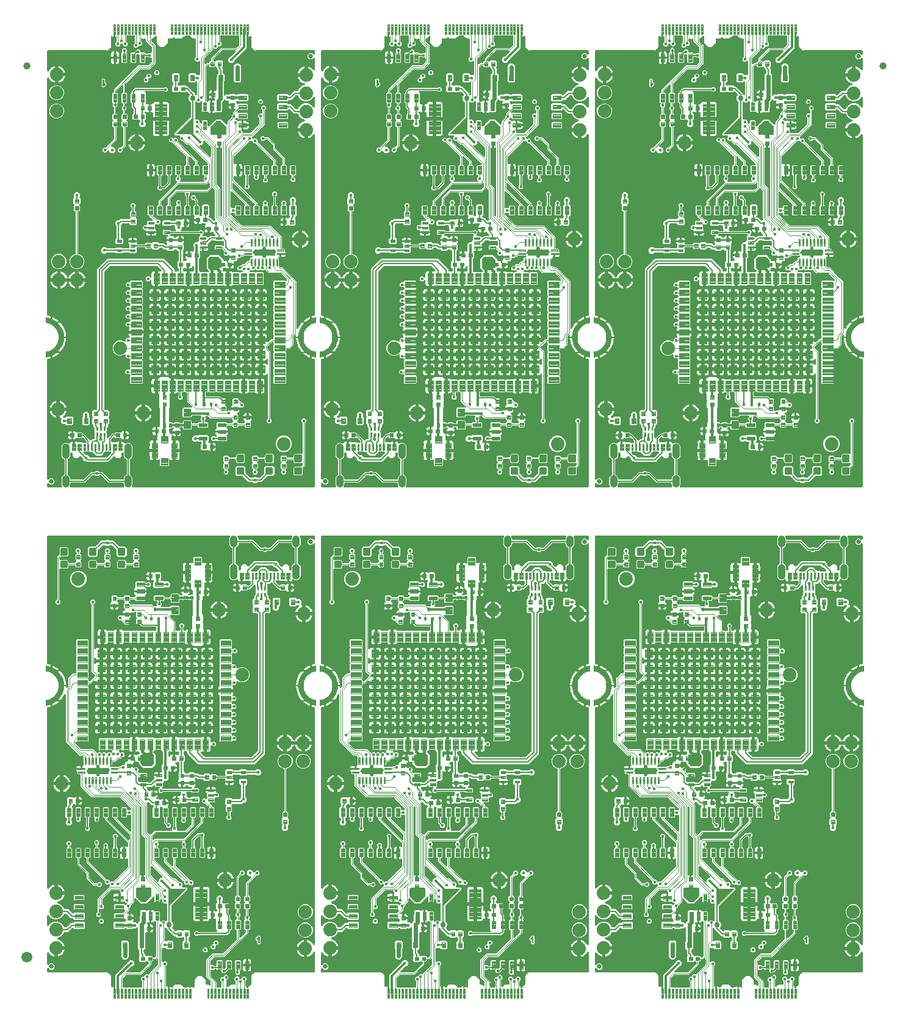
<source format=gtl>
G04 EAGLE Gerber RS-274X export*
G75*
%MOMM*%
%FSLAX34Y34*%
%LPD*%
%INTop Copper*%
%IPPOS*%
%AMOC8*
5,1,8,0,0,1.08239X$1,22.5*%
G01*
%ADD10C,0.635000*%
%ADD11C,0.101500*%
%ADD12C,0.609600*%
%ADD13C,0.203200*%
%ADD14C,0.102000*%
%ADD15C,0.100800*%
%ADD16C,0.100000*%
%ADD17C,0.300000*%
%ADD18C,0.099000*%
%ADD19C,1.879600*%
%ADD20C,1.000000*%
%ADD21C,0.102500*%
%ADD22C,0.762000*%
%ADD23C,1.000000*%
%ADD24C,1.500000*%
%ADD25C,0.452400*%
%ADD26C,0.200000*%
%ADD27C,0.350000*%
%ADD28C,0.250000*%
%ADD29C,0.110000*%
%ADD30C,0.600000*%
%ADD31C,0.400000*%
%ADD32C,0.152400*%

G36*
X475104Y17767D02*
X475104Y17767D01*
X475230Y17776D01*
X475260Y17787D01*
X475292Y17791D01*
X475409Y17837D01*
X475528Y17878D01*
X475555Y17896D01*
X475585Y17908D01*
X475687Y17982D01*
X475792Y18051D01*
X475814Y18075D01*
X475840Y18094D01*
X475919Y18192D01*
X476004Y18285D01*
X476019Y18314D01*
X476039Y18339D01*
X476092Y18453D01*
X476150Y18565D01*
X476155Y18590D01*
X476171Y18625D01*
X476227Y18936D01*
X476224Y18975D01*
X476229Y19000D01*
X476229Y38524D01*
X493381Y55676D01*
X493448Y55762D01*
X493522Y55844D01*
X493544Y55887D01*
X493574Y55925D01*
X493617Y56026D01*
X493668Y56124D01*
X493675Y56160D01*
X493698Y56215D01*
X493746Y56527D01*
X493744Y56546D01*
X493747Y56559D01*
X493747Y56766D01*
X496244Y59263D01*
X499775Y59263D01*
X502272Y56766D01*
X502272Y53234D01*
X499775Y50737D01*
X499568Y50737D01*
X499459Y50723D01*
X499350Y50718D01*
X499303Y50704D01*
X499255Y50697D01*
X499153Y50657D01*
X499048Y50624D01*
X499018Y50602D01*
X498962Y50580D01*
X498708Y50394D01*
X498696Y50379D01*
X498685Y50371D01*
X492013Y43699D01*
X491926Y43587D01*
X491837Y43477D01*
X491830Y43463D01*
X491820Y43450D01*
X491764Y43319D01*
X491705Y43191D01*
X491702Y43175D01*
X491695Y43160D01*
X491674Y43019D01*
X491649Y42880D01*
X491650Y42864D01*
X491648Y42848D01*
X491662Y42707D01*
X491673Y42566D01*
X491678Y42550D01*
X491679Y42534D01*
X491728Y42401D01*
X491774Y42267D01*
X491783Y42253D01*
X491789Y42238D01*
X491869Y42122D01*
X491948Y42003D01*
X491960Y41992D01*
X491969Y41979D01*
X492076Y41887D01*
X492181Y41792D01*
X492196Y41784D01*
X492208Y41774D01*
X492335Y41711D01*
X492461Y41645D01*
X492474Y41643D01*
X492491Y41634D01*
X492800Y41570D01*
X492859Y41573D01*
X492896Y41567D01*
X509843Y41567D01*
X509952Y41581D01*
X510062Y41586D01*
X510108Y41600D01*
X510156Y41607D01*
X510258Y41647D01*
X510363Y41680D01*
X510394Y41702D01*
X510449Y41724D01*
X510703Y41910D01*
X510715Y41925D01*
X510726Y41933D01*
X522377Y53583D01*
X522444Y53670D01*
X522518Y53751D01*
X522540Y53794D01*
X522570Y53833D01*
X522613Y53934D01*
X522664Y54031D01*
X522671Y54068D01*
X522694Y54122D01*
X522742Y54434D01*
X522740Y54453D01*
X522743Y54466D01*
X522743Y55734D01*
X522727Y55859D01*
X522717Y55984D01*
X522707Y56015D01*
X522703Y56047D01*
X522656Y56164D01*
X522616Y56283D01*
X522598Y56310D01*
X522586Y56340D01*
X522511Y56441D01*
X522442Y56547D01*
X522418Y56568D01*
X522399Y56594D01*
X522302Y56674D01*
X522208Y56758D01*
X522180Y56773D01*
X522155Y56794D01*
X522040Y56847D01*
X521929Y56905D01*
X521904Y56909D01*
X521868Y56926D01*
X521558Y56982D01*
X521519Y56979D01*
X521493Y56983D01*
X521187Y56983D01*
X520889Y57282D01*
X520789Y57359D01*
X520694Y57441D01*
X520665Y57455D01*
X520639Y57475D01*
X520523Y57525D01*
X520410Y57580D01*
X520379Y57587D01*
X520349Y57599D01*
X520224Y57619D01*
X520101Y57644D01*
X520069Y57642D01*
X520037Y57647D01*
X519912Y57635D01*
X519786Y57628D01*
X519756Y57619D01*
X519723Y57615D01*
X519605Y57572D01*
X519485Y57534D01*
X519464Y57520D01*
X519428Y57506D01*
X519168Y57326D01*
X519143Y57296D01*
X519122Y57282D01*
X517839Y55999D01*
X510779Y55999D01*
X509309Y57470D01*
X509309Y64530D01*
X509889Y65110D01*
X509966Y65210D01*
X510048Y65305D01*
X510062Y65334D01*
X510082Y65360D01*
X510132Y65476D01*
X510187Y65588D01*
X510194Y65620D01*
X510206Y65650D01*
X510226Y65774D01*
X510251Y65897D01*
X510249Y65929D01*
X510254Y65961D01*
X510242Y66087D01*
X510235Y66212D01*
X510226Y66243D01*
X510223Y66275D01*
X510179Y66393D01*
X510141Y66514D01*
X510127Y66535D01*
X510113Y66571D01*
X509933Y66830D01*
X509904Y66856D01*
X509889Y66877D01*
X509509Y67257D01*
X509509Y72649D01*
X509495Y72758D01*
X509489Y72868D01*
X509475Y72914D01*
X509469Y72962D01*
X509428Y73064D01*
X509395Y73169D01*
X509374Y73200D01*
X509352Y73255D01*
X509165Y73509D01*
X509150Y73522D01*
X509143Y73532D01*
X507359Y75316D01*
X507359Y84684D01*
X507643Y84968D01*
X507710Y85054D01*
X507784Y85136D01*
X507806Y85179D01*
X507836Y85217D01*
X507879Y85318D01*
X507930Y85415D01*
X507937Y85452D01*
X507960Y85507D01*
X508008Y85819D01*
X508006Y85838D01*
X508009Y85851D01*
X508009Y103355D01*
X507991Y103495D01*
X507976Y103637D01*
X507971Y103652D01*
X507969Y103668D01*
X507916Y103799D01*
X507867Y103933D01*
X507858Y103946D01*
X507852Y103961D01*
X507768Y104075D01*
X507687Y104192D01*
X507675Y104202D01*
X507665Y104215D01*
X507555Y104305D01*
X507448Y104397D01*
X507433Y104404D01*
X507421Y104415D01*
X507291Y104474D01*
X507165Y104537D01*
X507149Y104540D01*
X507134Y104547D01*
X506995Y104572D01*
X506856Y104600D01*
X506840Y104600D01*
X506824Y104603D01*
X506682Y104592D01*
X506541Y104585D01*
X506525Y104580D01*
X506509Y104579D01*
X506374Y104533D01*
X506239Y104491D01*
X506229Y104483D01*
X506210Y104477D01*
X505947Y104304D01*
X505907Y104260D01*
X505876Y104238D01*
X504775Y103137D01*
X500795Y103137D01*
X500686Y103123D01*
X500576Y103118D01*
X500530Y103104D01*
X500482Y103097D01*
X500380Y103057D01*
X500275Y103024D01*
X500244Y103002D01*
X500189Y102980D01*
X499934Y102794D01*
X499922Y102779D01*
X499911Y102771D01*
X499539Y102399D01*
X492479Y102399D01*
X491595Y103283D01*
X491509Y103351D01*
X491427Y103424D01*
X491384Y103447D01*
X491346Y103476D01*
X491245Y103520D01*
X491147Y103571D01*
X491111Y103578D01*
X491056Y103601D01*
X490744Y103649D01*
X490725Y103647D01*
X490712Y103649D01*
X490257Y103649D01*
X490148Y103635D01*
X490038Y103630D01*
X489992Y103616D01*
X489944Y103609D01*
X489842Y103569D01*
X489737Y103536D01*
X489706Y103514D01*
X489651Y103492D01*
X489397Y103306D01*
X489384Y103291D01*
X489374Y103283D01*
X488539Y102449D01*
X475479Y102449D01*
X474009Y103920D01*
X474009Y110980D01*
X475479Y112451D01*
X488539Y112451D01*
X488637Y112353D01*
X488757Y112260D01*
X488878Y112165D01*
X488883Y112163D01*
X488887Y112160D01*
X489026Y112100D01*
X489167Y112038D01*
X489172Y112037D01*
X489177Y112035D01*
X489327Y112012D01*
X489478Y111988D01*
X489483Y111988D01*
X489488Y111987D01*
X489640Y112003D01*
X489793Y112017D01*
X489797Y112019D01*
X489802Y112019D01*
X489945Y112072D01*
X490089Y112124D01*
X490093Y112127D01*
X490098Y112129D01*
X490224Y112216D01*
X490350Y112302D01*
X490353Y112306D01*
X490357Y112309D01*
X490457Y112425D01*
X490557Y112540D01*
X490560Y112544D01*
X490563Y112548D01*
X490631Y112686D01*
X490699Y112822D01*
X490700Y112826D01*
X490702Y112831D01*
X490733Y112981D01*
X490765Y113130D01*
X490765Y113135D01*
X490766Y113140D01*
X490759Y113291D01*
X490752Y113445D01*
X490751Y113449D01*
X490750Y113455D01*
X490721Y113549D01*
X490719Y113574D01*
X490469Y114508D01*
X490469Y115454D01*
X490451Y115594D01*
X490436Y115736D01*
X490431Y115751D01*
X490429Y115767D01*
X490376Y115899D01*
X490327Y116032D01*
X490318Y116045D01*
X490312Y116060D01*
X490228Y116175D01*
X490147Y116291D01*
X490135Y116302D01*
X490125Y116315D01*
X490015Y116404D01*
X489908Y116497D01*
X489893Y116504D01*
X489881Y116514D01*
X489751Y116574D01*
X489625Y116636D01*
X489609Y116639D01*
X489594Y116646D01*
X489454Y116671D01*
X489316Y116700D01*
X489300Y116699D01*
X489284Y116702D01*
X489142Y116691D01*
X489001Y116684D01*
X488985Y116679D01*
X488969Y116678D01*
X488835Y116632D01*
X488699Y116590D01*
X488689Y116583D01*
X488670Y116576D01*
X488407Y116403D01*
X488367Y116359D01*
X488336Y116338D01*
X488132Y116133D01*
X475887Y116133D01*
X474993Y117028D01*
X474993Y123272D01*
X475887Y124167D01*
X486443Y124167D01*
X486552Y124181D01*
X486662Y124186D01*
X486708Y124200D01*
X486756Y124207D01*
X486858Y124247D01*
X486963Y124280D01*
X486994Y124302D01*
X487049Y124324D01*
X487303Y124510D01*
X487316Y124525D01*
X487326Y124533D01*
X489410Y126617D01*
X489497Y126729D01*
X489587Y126839D01*
X489594Y126853D01*
X489604Y126866D01*
X489660Y126997D01*
X489719Y127125D01*
X489722Y127141D01*
X489728Y127156D01*
X489750Y127297D01*
X489775Y127436D01*
X489773Y127452D01*
X489776Y127468D01*
X489762Y127609D01*
X489751Y127750D01*
X489746Y127766D01*
X489744Y127782D01*
X489695Y127915D01*
X489649Y128049D01*
X489640Y128063D01*
X489635Y128078D01*
X489554Y128194D01*
X489476Y128313D01*
X489464Y128324D01*
X489455Y128337D01*
X489348Y128429D01*
X489242Y128524D01*
X489228Y128532D01*
X489215Y128542D01*
X489088Y128605D01*
X488963Y128671D01*
X488950Y128673D01*
X488932Y128682D01*
X488623Y128746D01*
X488564Y128743D01*
X488527Y128749D01*
X475852Y128749D01*
X474909Y129693D01*
X474909Y136007D01*
X475852Y136951D01*
X488167Y136951D01*
X489362Y135756D01*
X489461Y135679D01*
X489557Y135597D01*
X489586Y135582D01*
X489611Y135563D01*
X489727Y135513D01*
X489840Y135457D01*
X489871Y135451D01*
X489901Y135438D01*
X490026Y135419D01*
X490149Y135394D01*
X490181Y135395D01*
X490213Y135390D01*
X490338Y135403D01*
X490464Y135409D01*
X490495Y135419D01*
X490527Y135422D01*
X490645Y135466D01*
X490765Y135503D01*
X490786Y135518D01*
X490823Y135531D01*
X491082Y135711D01*
X491107Y135741D01*
X491128Y135756D01*
X491961Y136589D01*
X492048Y136701D01*
X492138Y136811D01*
X492145Y136825D01*
X492154Y136838D01*
X492210Y136969D01*
X492270Y137097D01*
X492273Y137113D01*
X492279Y137128D01*
X492300Y137269D01*
X492326Y137408D01*
X492324Y137424D01*
X492327Y137440D01*
X492312Y137581D01*
X492302Y137722D01*
X492297Y137738D01*
X492295Y137754D01*
X492246Y137887D01*
X492200Y138021D01*
X492191Y138035D01*
X492186Y138050D01*
X492105Y138166D01*
X492027Y138285D01*
X492015Y138296D01*
X492006Y138309D01*
X491898Y138401D01*
X491793Y138496D01*
X491778Y138504D01*
X491766Y138514D01*
X491639Y138577D01*
X491513Y138643D01*
X491500Y138645D01*
X491483Y138654D01*
X491174Y138718D01*
X491115Y138715D01*
X491078Y138721D01*
X490651Y138721D01*
X489564Y139808D01*
X489473Y139879D01*
X489387Y139955D01*
X489349Y139975D01*
X489315Y140001D01*
X489209Y140047D01*
X489106Y140099D01*
X489065Y140109D01*
X489025Y140126D01*
X488911Y140143D01*
X488799Y140169D01*
X488765Y140166D01*
X488713Y140174D01*
X488399Y140142D01*
X488375Y140133D01*
X488358Y140132D01*
X487901Y140009D01*
X483509Y140009D01*
X483509Y145300D01*
X483493Y145425D01*
X483483Y145550D01*
X483477Y145569D01*
X483507Y145736D01*
X483504Y145775D01*
X483509Y145800D01*
X483509Y152230D01*
X483511Y152244D01*
X483511Y152260D01*
X483514Y152276D01*
X483503Y152417D01*
X483496Y152559D01*
X483491Y152574D01*
X483490Y152590D01*
X483469Y152651D01*
X483469Y152653D01*
X483467Y152659D01*
X483444Y152725D01*
X483402Y152860D01*
X483394Y152871D01*
X483388Y152889D01*
X483354Y152941D01*
X483352Y152946D01*
X483340Y152962D01*
X483215Y153153D01*
X483171Y153192D01*
X483166Y153199D01*
X483149Y153223D01*
X482731Y153642D01*
X482731Y155184D01*
X482715Y155309D01*
X482705Y155434D01*
X482695Y155465D01*
X482691Y155497D01*
X482644Y155614D01*
X482604Y155733D01*
X482586Y155760D01*
X482574Y155790D01*
X482499Y155891D01*
X482430Y155997D01*
X482406Y156018D01*
X482387Y156044D01*
X482290Y156124D01*
X482196Y156208D01*
X482168Y156223D01*
X482143Y156244D01*
X482028Y156297D01*
X481917Y156355D01*
X481892Y156359D01*
X481856Y156376D01*
X481546Y156432D01*
X481507Y156429D01*
X481481Y156433D01*
X471176Y156433D01*
X471067Y156419D01*
X470957Y156414D01*
X470911Y156400D01*
X470863Y156393D01*
X470761Y156353D01*
X470656Y156320D01*
X470625Y156298D01*
X470570Y156276D01*
X470315Y156090D01*
X470307Y156079D01*
X470300Y156074D01*
X470297Y156070D01*
X470292Y156067D01*
X458942Y144717D01*
X458875Y144630D01*
X458801Y144549D01*
X458778Y144506D01*
X458749Y144467D01*
X458705Y144366D01*
X458655Y144269D01*
X458648Y144232D01*
X458624Y144178D01*
X458577Y143866D01*
X458578Y143847D01*
X458576Y143834D01*
X458576Y136588D01*
X458590Y136479D01*
X458595Y136369D01*
X458610Y136323D01*
X458616Y136275D01*
X458657Y136172D01*
X458690Y136068D01*
X458711Y136037D01*
X458733Y135982D01*
X458920Y135727D01*
X458935Y135715D01*
X458942Y135704D01*
X460288Y134358D01*
X460288Y131642D01*
X458368Y129721D01*
X455825Y129721D01*
X455701Y129705D01*
X455575Y129696D01*
X455544Y129685D01*
X455512Y129681D01*
X455396Y129635D01*
X455276Y129594D01*
X455249Y129576D01*
X455219Y129564D01*
X455118Y129490D01*
X455013Y129421D01*
X454991Y129397D01*
X454965Y129378D01*
X454886Y129280D01*
X454801Y129187D01*
X454786Y129158D01*
X454766Y129133D01*
X454713Y129019D01*
X454655Y128908D01*
X454650Y128882D01*
X454634Y128847D01*
X454578Y128536D01*
X454581Y128497D01*
X454576Y128472D01*
X454576Y125588D01*
X454590Y125479D01*
X454595Y125369D01*
X454610Y125323D01*
X454616Y125275D01*
X454657Y125172D01*
X454690Y125068D01*
X454711Y125037D01*
X454733Y124982D01*
X454920Y124727D01*
X454935Y124715D01*
X454942Y124704D01*
X456288Y123358D01*
X456288Y120642D01*
X454368Y118721D01*
X451651Y118721D01*
X449731Y120642D01*
X449731Y123358D01*
X451077Y124704D01*
X451144Y124791D01*
X451218Y124873D01*
X451240Y124915D01*
X451270Y124954D01*
X451313Y125055D01*
X451364Y125152D01*
X451371Y125189D01*
X451394Y125244D01*
X451442Y125555D01*
X451440Y125575D01*
X451443Y125588D01*
X451443Y144641D01*
X468426Y161624D01*
X468503Y161724D01*
X468585Y161819D01*
X468599Y161848D01*
X468619Y161874D01*
X468668Y161990D01*
X468724Y162102D01*
X468730Y162134D01*
X468743Y162164D01*
X468762Y162288D01*
X468788Y162411D01*
X468786Y162444D01*
X468791Y162476D01*
X468778Y162601D01*
X468772Y162727D01*
X468763Y162757D01*
X468759Y162789D01*
X468731Y162867D01*
X468731Y163513D01*
X468713Y163653D01*
X468698Y163794D01*
X468693Y163810D01*
X468691Y163825D01*
X468638Y163957D01*
X468589Y164090D01*
X468580Y164103D01*
X468574Y164119D01*
X468489Y164234D01*
X468409Y164349D01*
X468397Y164360D01*
X468387Y164373D01*
X468277Y164463D01*
X468170Y164555D01*
X468155Y164562D01*
X468143Y164572D01*
X468013Y164632D01*
X467887Y164694D01*
X467871Y164697D01*
X467856Y164704D01*
X467716Y164729D01*
X467578Y164758D01*
X467562Y164757D01*
X467546Y164760D01*
X467404Y164749D01*
X467263Y164742D01*
X467247Y164738D01*
X467231Y164736D01*
X467097Y164691D01*
X466961Y164648D01*
X466951Y164641D01*
X466932Y164635D01*
X466669Y164461D01*
X466629Y164417D01*
X466598Y164396D01*
X466367Y164165D01*
X463651Y164165D01*
X461731Y166086D01*
X461731Y167990D01*
X461717Y168099D01*
X461711Y168208D01*
X461697Y168255D01*
X461691Y168303D01*
X461650Y168405D01*
X461617Y168510D01*
X461596Y168540D01*
X461574Y168596D01*
X461387Y168850D01*
X461372Y168862D01*
X461365Y168873D01*
X436093Y194145D01*
X436093Y199734D01*
X436077Y199859D01*
X436067Y199984D01*
X436057Y200015D01*
X436053Y200047D01*
X436006Y200164D01*
X435966Y200283D01*
X435948Y200310D01*
X435936Y200340D01*
X435861Y200441D01*
X435792Y200547D01*
X435768Y200568D01*
X435749Y200594D01*
X435652Y200674D01*
X435558Y200758D01*
X435530Y200773D01*
X435505Y200794D01*
X435390Y200847D01*
X435279Y200905D01*
X435254Y200909D01*
X435218Y200926D01*
X434908Y200982D01*
X434869Y200979D01*
X434843Y200983D01*
X434537Y200983D01*
X433643Y201878D01*
X433643Y214122D01*
X434537Y215017D01*
X440782Y215017D01*
X441676Y214122D01*
X441676Y201878D01*
X440782Y200983D01*
X440475Y200983D01*
X440351Y200967D01*
X440225Y200958D01*
X440194Y200947D01*
X440162Y200943D01*
X440046Y200897D01*
X439926Y200856D01*
X439899Y200838D01*
X439869Y200826D01*
X439768Y200752D01*
X439663Y200683D01*
X439641Y200659D01*
X439615Y200640D01*
X439536Y200542D01*
X439451Y200449D01*
X439436Y200420D01*
X439416Y200395D01*
X439363Y200281D01*
X439305Y200170D01*
X439300Y200144D01*
X439284Y200109D01*
X439228Y199798D01*
X439231Y199759D01*
X439226Y199734D01*
X439226Y195960D01*
X439240Y195851D01*
X439245Y195742D01*
X439260Y195695D01*
X439266Y195647D01*
X439307Y195545D01*
X439340Y195440D01*
X439361Y195410D01*
X439383Y195354D01*
X439570Y195100D01*
X439585Y195088D01*
X439592Y195077D01*
X463580Y171089D01*
X463667Y171021D01*
X463749Y170948D01*
X463792Y170925D01*
X463830Y170895D01*
X463931Y170852D01*
X464028Y170801D01*
X464065Y170794D01*
X464120Y170771D01*
X464432Y170723D01*
X464451Y170725D01*
X464464Y170723D01*
X466368Y170723D01*
X468288Y168802D01*
X468288Y168375D01*
X468306Y168235D01*
X468320Y168094D01*
X468326Y168078D01*
X468328Y168063D01*
X468381Y167931D01*
X468430Y167798D01*
X468439Y167785D01*
X468445Y167769D01*
X468529Y167654D01*
X468610Y167539D01*
X468622Y167528D01*
X468632Y167515D01*
X468742Y167425D01*
X468849Y167333D01*
X468864Y167326D01*
X468876Y167316D01*
X469005Y167256D01*
X469132Y167194D01*
X469148Y167191D01*
X469163Y167184D01*
X469303Y167159D01*
X469441Y167130D01*
X469457Y167131D01*
X469473Y167128D01*
X469614Y167139D01*
X469756Y167146D01*
X469772Y167150D01*
X469788Y167152D01*
X469922Y167197D01*
X470057Y167240D01*
X470068Y167247D01*
X470086Y167253D01*
X470350Y167427D01*
X470390Y167471D01*
X470421Y167492D01*
X470651Y167723D01*
X472555Y167723D01*
X472664Y167737D01*
X472774Y167742D01*
X472820Y167756D01*
X472868Y167763D01*
X472970Y167803D01*
X473075Y167836D01*
X473106Y167858D01*
X473161Y167880D01*
X473415Y168066D01*
X473427Y168081D01*
X473438Y168089D01*
X493781Y188431D01*
X493848Y188518D01*
X493922Y188599D01*
X493944Y188642D01*
X493974Y188681D01*
X494017Y188782D01*
X494068Y188879D01*
X494075Y188916D01*
X494098Y188970D01*
X494146Y189282D01*
X494144Y189301D01*
X494147Y189314D01*
X494147Y198670D01*
X494129Y198805D01*
X494117Y198941D01*
X494110Y198961D01*
X494107Y198982D01*
X494056Y199109D01*
X494010Y199238D01*
X493998Y199256D01*
X493990Y199276D01*
X493909Y199386D01*
X493832Y199498D01*
X493816Y199513D01*
X493803Y199530D01*
X493698Y199616D01*
X493595Y199706D01*
X493575Y199716D01*
X493559Y199729D01*
X493435Y199786D01*
X493313Y199848D01*
X493292Y199852D01*
X493272Y199861D01*
X493138Y199885D01*
X493004Y199914D01*
X492983Y199913D01*
X492962Y199917D01*
X492825Y199907D01*
X492689Y199901D01*
X492673Y199895D01*
X492647Y199893D01*
X492348Y199792D01*
X492304Y199763D01*
X492273Y199751D01*
X492127Y199667D01*
X491351Y199459D01*
X489959Y199459D01*
X489959Y207750D01*
X489943Y207875D01*
X489933Y208000D01*
X489927Y208019D01*
X489957Y208186D01*
X489954Y208225D01*
X489959Y208250D01*
X489959Y216541D01*
X491351Y216541D01*
X492127Y216333D01*
X492273Y216249D01*
X492399Y216196D01*
X492523Y216139D01*
X492544Y216135D01*
X492564Y216127D01*
X492699Y216107D01*
X492833Y216083D01*
X492855Y216085D01*
X492876Y216081D01*
X493012Y216096D01*
X493148Y216107D01*
X493168Y216114D01*
X493190Y216116D01*
X493317Y216164D01*
X493446Y216208D01*
X493464Y216220D01*
X493485Y216228D01*
X493596Y216307D01*
X493710Y216382D01*
X493725Y216398D01*
X493742Y216410D01*
X493830Y216514D01*
X493922Y216616D01*
X493932Y216635D01*
X493946Y216651D01*
X494005Y216774D01*
X494068Y216895D01*
X494071Y216912D01*
X494083Y216935D01*
X494144Y217245D01*
X494141Y217297D01*
X494147Y217330D01*
X494147Y221130D01*
X494133Y221239D01*
X494127Y221348D01*
X494113Y221395D01*
X494107Y221443D01*
X494066Y221545D01*
X494033Y221650D01*
X494012Y221680D01*
X493990Y221736D01*
X493803Y221990D01*
X493788Y222002D01*
X493781Y222013D01*
X461493Y254301D01*
X461493Y255734D01*
X461477Y255859D01*
X461467Y255984D01*
X461457Y256015D01*
X461453Y256047D01*
X461406Y256164D01*
X461366Y256283D01*
X461348Y256310D01*
X461336Y256340D01*
X461261Y256441D01*
X461192Y256547D01*
X461168Y256568D01*
X461149Y256594D01*
X461052Y256674D01*
X460958Y256758D01*
X460930Y256773D01*
X460905Y256794D01*
X460790Y256847D01*
X460679Y256905D01*
X460654Y256909D01*
X460618Y256926D01*
X460308Y256982D01*
X460269Y256979D01*
X460243Y256983D01*
X459937Y256983D01*
X459043Y257878D01*
X459043Y270122D01*
X459937Y271017D01*
X466182Y271017D01*
X467076Y270122D01*
X467076Y257878D01*
X466171Y256972D01*
X466117Y256965D01*
X465976Y256951D01*
X465961Y256945D01*
X465945Y256943D01*
X465813Y256891D01*
X465680Y256842D01*
X465667Y256832D01*
X465652Y256826D01*
X465537Y256742D01*
X465421Y256662D01*
X465410Y256649D01*
X465397Y256640D01*
X465308Y256530D01*
X465215Y256422D01*
X465208Y256408D01*
X465198Y256395D01*
X465138Y256266D01*
X465076Y256139D01*
X465073Y256123D01*
X465066Y256109D01*
X465041Y255969D01*
X465012Y255830D01*
X465013Y255814D01*
X465010Y255798D01*
X465021Y255657D01*
X465028Y255515D01*
X465033Y255500D01*
X465034Y255484D01*
X465080Y255349D01*
X465122Y255214D01*
X465129Y255203D01*
X465136Y255185D01*
X465309Y254921D01*
X465353Y254881D01*
X465374Y254851D01*
X494130Y226095D01*
X494242Y226008D01*
X494352Y225919D01*
X494367Y225912D01*
X494380Y225902D01*
X494510Y225846D01*
X494639Y225787D01*
X494655Y225784D01*
X494669Y225777D01*
X494810Y225756D01*
X494949Y225731D01*
X494965Y225732D01*
X494981Y225730D01*
X495123Y225744D01*
X495264Y225754D01*
X495279Y225760D01*
X495295Y225761D01*
X495428Y225810D01*
X495562Y225856D01*
X495576Y225865D01*
X495591Y225871D01*
X495707Y225951D01*
X495826Y226030D01*
X495837Y226042D01*
X495850Y226051D01*
X495942Y226158D01*
X496038Y226263D01*
X496045Y226278D01*
X496056Y226290D01*
X496118Y226417D01*
X496184Y226543D01*
X496187Y226556D01*
X496195Y226573D01*
X496259Y226882D01*
X496256Y226941D01*
X496263Y226978D01*
X496263Y232834D01*
X496249Y232943D01*
X496243Y233052D01*
X496229Y233099D01*
X496223Y233147D01*
X496182Y233249D01*
X496149Y233354D01*
X496128Y233384D01*
X496106Y233440D01*
X495919Y233694D01*
X495904Y233706D01*
X495897Y233717D01*
X474193Y255421D01*
X474193Y255734D01*
X474177Y255859D01*
X474167Y255984D01*
X474157Y256015D01*
X474153Y256047D01*
X474106Y256164D01*
X474066Y256283D01*
X474048Y256310D01*
X474036Y256340D01*
X473961Y256441D01*
X473892Y256547D01*
X473868Y256568D01*
X473849Y256594D01*
X473752Y256674D01*
X473658Y256758D01*
X473630Y256773D01*
X473605Y256794D01*
X473490Y256847D01*
X473379Y256905D01*
X473354Y256909D01*
X473318Y256926D01*
X473008Y256982D01*
X472969Y256979D01*
X472943Y256983D01*
X472637Y256983D01*
X471743Y257878D01*
X471743Y270122D01*
X472637Y271017D01*
X478882Y271017D01*
X479776Y270122D01*
X479776Y257878D01*
X478855Y256957D01*
X478778Y256857D01*
X478696Y256762D01*
X478682Y256733D01*
X478662Y256707D01*
X478612Y256592D01*
X478557Y256479D01*
X478550Y256447D01*
X478538Y256417D01*
X478518Y256293D01*
X478493Y256170D01*
X478495Y256137D01*
X478490Y256105D01*
X478502Y255980D01*
X478509Y255854D01*
X478518Y255824D01*
X478521Y255792D01*
X478565Y255673D01*
X478603Y255553D01*
X478617Y255532D01*
X478631Y255496D01*
X478811Y255237D01*
X478840Y255211D01*
X478855Y255190D01*
X496246Y237799D01*
X496358Y237712D01*
X496468Y237623D01*
X496483Y237616D01*
X496496Y237606D01*
X496626Y237550D01*
X496755Y237491D01*
X496771Y237488D01*
X496785Y237481D01*
X496926Y237460D01*
X497065Y237435D01*
X497081Y237436D01*
X497097Y237434D01*
X497239Y237448D01*
X497380Y237458D01*
X497395Y237464D01*
X497411Y237465D01*
X497544Y237514D01*
X497678Y237560D01*
X497692Y237569D01*
X497707Y237575D01*
X497823Y237655D01*
X497942Y237734D01*
X497953Y237746D01*
X497966Y237755D01*
X498058Y237862D01*
X498154Y237967D01*
X498161Y237982D01*
X498172Y237994D01*
X498234Y238121D01*
X498300Y238247D01*
X498303Y238260D01*
X498311Y238277D01*
X498375Y238586D01*
X498372Y238645D01*
X498379Y238682D01*
X498379Y259472D01*
X498363Y259597D01*
X498353Y259722D01*
X498343Y259753D01*
X498339Y259785D01*
X498292Y259902D01*
X498252Y260021D01*
X498234Y260048D01*
X498222Y260078D01*
X498147Y260179D01*
X498078Y260285D01*
X498054Y260306D01*
X498035Y260332D01*
X497938Y260412D01*
X497844Y260496D01*
X497816Y260511D01*
X497791Y260532D01*
X497676Y260585D01*
X497565Y260643D01*
X497540Y260647D01*
X497504Y260664D01*
X497194Y260720D01*
X497155Y260717D01*
X497129Y260721D01*
X493725Y260721D01*
X493601Y260705D01*
X493475Y260696D01*
X493444Y260685D01*
X493412Y260681D01*
X493296Y260635D01*
X493176Y260594D01*
X493149Y260576D01*
X493119Y260564D01*
X493018Y260490D01*
X492913Y260421D01*
X492891Y260397D01*
X492865Y260378D01*
X492786Y260280D01*
X492701Y260187D01*
X492686Y260158D01*
X492666Y260133D01*
X492613Y260019D01*
X492555Y259908D01*
X492550Y259882D01*
X492534Y259847D01*
X492478Y259536D01*
X492481Y259497D01*
X492476Y259472D01*
X492476Y257878D01*
X491582Y256983D01*
X485337Y256983D01*
X484443Y257878D01*
X484443Y270122D01*
X485337Y271017D01*
X491582Y271017D01*
X492476Y270122D01*
X492476Y268528D01*
X492492Y268403D01*
X492501Y268278D01*
X492512Y268247D01*
X492516Y268215D01*
X492563Y268098D01*
X492603Y267979D01*
X492621Y267952D01*
X492633Y267922D01*
X492707Y267821D01*
X492777Y267715D01*
X492801Y267694D01*
X492820Y267668D01*
X492917Y267588D01*
X493010Y267504D01*
X493039Y267489D01*
X493064Y267468D01*
X493179Y267415D01*
X493290Y267357D01*
X493315Y267353D01*
X493351Y267336D01*
X493661Y267280D01*
X493700Y267283D01*
X493725Y267279D01*
X497129Y267279D01*
X497254Y267295D01*
X497380Y267304D01*
X497410Y267315D01*
X497442Y267319D01*
X497559Y267365D01*
X497678Y267406D01*
X497705Y267424D01*
X497735Y267436D01*
X497837Y267510D01*
X497942Y267579D01*
X497964Y267603D01*
X497990Y267622D01*
X498069Y267720D01*
X498154Y267813D01*
X498169Y267842D01*
X498189Y267867D01*
X498242Y267981D01*
X498300Y268092D01*
X498305Y268118D01*
X498321Y268153D01*
X498377Y268464D01*
X498374Y268503D01*
X498379Y268528D01*
X498379Y268802D01*
X498365Y268911D01*
X498359Y269020D01*
X498345Y269067D01*
X498339Y269115D01*
X498298Y269217D01*
X498265Y269322D01*
X498244Y269352D01*
X498222Y269408D01*
X498035Y269662D01*
X498020Y269674D01*
X498013Y269685D01*
X483178Y284519D01*
X483092Y284587D01*
X483010Y284660D01*
X482967Y284683D01*
X482929Y284713D01*
X482828Y284756D01*
X482731Y284807D01*
X482694Y284814D01*
X482639Y284837D01*
X482327Y284885D01*
X482308Y284883D01*
X482295Y284885D01*
X443843Y284885D01*
X427943Y300786D01*
X427943Y315834D01*
X427927Y315959D01*
X427917Y316084D01*
X427907Y316115D01*
X427903Y316147D01*
X427856Y316264D01*
X427816Y316383D01*
X427798Y316410D01*
X427786Y316440D01*
X427711Y316541D01*
X427642Y316647D01*
X427618Y316668D01*
X427599Y316694D01*
X427502Y316774D01*
X427408Y316858D01*
X427380Y316873D01*
X427355Y316894D01*
X427240Y316947D01*
X427129Y317005D01*
X427104Y317009D01*
X427068Y317026D01*
X426758Y317082D01*
X426719Y317079D01*
X426693Y317083D01*
X424433Y317083D01*
X423543Y317974D01*
X423543Y320301D01*
X423529Y320410D01*
X423523Y320520D01*
X423509Y320566D01*
X423503Y320614D01*
X423462Y320716D01*
X423429Y320821D01*
X423408Y320852D01*
X423386Y320907D01*
X423199Y321162D01*
X423184Y321174D01*
X423177Y321185D01*
X422627Y321734D01*
X422226Y322429D01*
X422019Y323203D01*
X422019Y323251D01*
X429509Y323251D01*
X429634Y323266D01*
X429759Y323276D01*
X429790Y323286D01*
X429822Y323290D01*
X429939Y323337D01*
X430058Y323378D01*
X430085Y323395D01*
X430115Y323407D01*
X430216Y323482D01*
X430322Y323551D01*
X430322Y323552D01*
X430343Y323575D01*
X430369Y323594D01*
X430370Y323594D01*
X430370Y323595D01*
X430449Y323692D01*
X430534Y323785D01*
X430549Y323814D01*
X430569Y323839D01*
X430622Y323953D01*
X430680Y324065D01*
X430685Y324090D01*
X430701Y324126D01*
X430757Y324436D01*
X430754Y324475D01*
X430759Y324500D01*
X430759Y328441D01*
X431060Y328441D01*
X431201Y328459D01*
X431342Y328473D01*
X431357Y328479D01*
X431373Y328481D01*
X431504Y328533D01*
X431638Y328582D01*
X431651Y328592D01*
X431666Y328598D01*
X431781Y328682D01*
X431897Y328762D01*
X431907Y328775D01*
X431920Y328784D01*
X432010Y328894D01*
X432103Y329002D01*
X432110Y329016D01*
X432120Y329029D01*
X432179Y329158D01*
X432242Y329285D01*
X432245Y329301D01*
X432252Y329315D01*
X432277Y329455D01*
X432306Y329594D01*
X432305Y329610D01*
X432308Y329626D01*
X432297Y329768D01*
X432290Y329909D01*
X432285Y329924D01*
X432284Y329940D01*
X432238Y330075D01*
X432196Y330210D01*
X432188Y330221D01*
X432182Y330239D01*
X432093Y330375D01*
X432093Y340903D01*
X432118Y341026D01*
X432116Y341058D01*
X432121Y341090D01*
X432109Y341215D01*
X432102Y341341D01*
X432093Y341372D01*
X432090Y341404D01*
X432046Y341522D01*
X432008Y341642D01*
X431994Y341663D01*
X431981Y341700D01*
X431801Y341959D01*
X431771Y341984D01*
X431756Y342006D01*
X431726Y342035D01*
X431640Y342103D01*
X431558Y342176D01*
X431515Y342199D01*
X431477Y342229D01*
X431376Y342272D01*
X431278Y342323D01*
X431242Y342330D01*
X431187Y342353D01*
X430875Y342401D01*
X430856Y342399D01*
X430843Y342401D01*
X427062Y342401D01*
X425778Y343685D01*
X408710Y360753D01*
X407427Y362036D01*
X407427Y426940D01*
X407420Y426992D01*
X407422Y427044D01*
X407400Y427148D01*
X407387Y427253D01*
X407367Y427301D01*
X407356Y427353D01*
X407309Y427448D01*
X407270Y427546D01*
X407239Y427588D01*
X407215Y427635D01*
X407146Y427715D01*
X407083Y427800D01*
X407042Y427833D01*
X407008Y427873D01*
X406921Y427933D01*
X406839Y428000D01*
X406791Y428022D01*
X406748Y428051D01*
X406648Y428087D01*
X406552Y428131D01*
X406500Y428141D01*
X406451Y428159D01*
X406346Y428169D01*
X406242Y428187D01*
X406189Y428183D01*
X406137Y428188D01*
X406033Y428172D01*
X405927Y428164D01*
X405877Y428147D01*
X405825Y428138D01*
X405729Y428096D01*
X405628Y428062D01*
X405584Y428033D01*
X405536Y428012D01*
X405453Y427947D01*
X405365Y427889D01*
X405329Y427850D01*
X405288Y427817D01*
X405251Y427763D01*
X405153Y427655D01*
X405075Y427507D01*
X405038Y427452D01*
X404748Y426807D01*
X404429Y426099D01*
X403321Y424197D01*
X402815Y423329D01*
X401428Y421438D01*
X400919Y420744D01*
X400470Y420249D01*
X396889Y420249D01*
X397948Y421254D01*
X397952Y421263D01*
X397972Y421281D01*
X400481Y424486D01*
X400485Y424495D01*
X400502Y424517D01*
X402514Y428054D01*
X402517Y428064D01*
X402530Y428087D01*
X404002Y431882D01*
X404003Y431892D01*
X404013Y431917D01*
X404913Y435886D01*
X404913Y435896D01*
X404919Y435923D01*
X405228Y439981D01*
X405226Y439991D01*
X405228Y440021D01*
X404891Y444069D01*
X404888Y444078D01*
X404885Y444105D01*
X403965Y448061D01*
X403960Y448070D01*
X403955Y448096D01*
X402470Y451878D01*
X402464Y451885D01*
X402455Y451910D01*
X400438Y455436D01*
X400431Y455443D01*
X400418Y455467D01*
X397911Y458663D01*
X397903Y458669D01*
X397886Y458690D01*
X394942Y461489D01*
X394934Y461494D01*
X394914Y461512D01*
X391596Y463855D01*
X391587Y463858D01*
X391565Y463874D01*
X388729Y465311D01*
X388729Y468148D01*
X390955Y467162D01*
X393727Y465570D01*
X396320Y463699D01*
X398704Y461570D01*
X400855Y459203D01*
X402748Y456628D01*
X404365Y453869D01*
X405686Y450958D01*
X406698Y447925D01*
X407389Y444803D01*
X407694Y442147D01*
X407754Y441627D01*
X407765Y440534D01*
X407771Y440487D01*
X407770Y440017D01*
X407770Y440016D01*
X407770Y440014D01*
X407771Y440007D01*
X407770Y440002D01*
X407775Y439532D01*
X407770Y439496D01*
X407769Y439487D01*
X407766Y438390D01*
X407733Y438082D01*
X407734Y438031D01*
X407726Y437980D01*
X407737Y437873D01*
X407739Y437767D01*
X407753Y437717D01*
X407758Y437666D01*
X407795Y437566D01*
X407824Y437463D01*
X407850Y437418D01*
X407867Y437370D01*
X407929Y437282D01*
X407982Y437190D01*
X408018Y437153D01*
X408047Y437111D01*
X408129Y437041D01*
X408204Y436965D01*
X408248Y436939D01*
X408287Y436905D01*
X408383Y436858D01*
X408475Y436803D01*
X408524Y436789D01*
X408570Y436766D01*
X408674Y436745D01*
X408777Y436714D01*
X408829Y436713D01*
X408879Y436702D01*
X408985Y436708D01*
X409093Y436704D01*
X409143Y436715D01*
X409194Y436718D01*
X409296Y436750D01*
X409400Y436773D01*
X409446Y436797D01*
X409495Y436812D01*
X409549Y436850D01*
X409681Y436917D01*
X409804Y437027D01*
X409858Y437065D01*
X411077Y438283D01*
X411144Y438370D01*
X411218Y438451D01*
X411240Y438494D01*
X411270Y438533D01*
X411313Y438634D01*
X411364Y438731D01*
X411371Y438768D01*
X411394Y438822D01*
X411442Y439134D01*
X411440Y439153D01*
X411443Y439166D01*
X411443Y450649D01*
X417360Y456567D01*
X420643Y456567D01*
X420768Y456583D01*
X420894Y456592D01*
X420924Y456603D01*
X420956Y456607D01*
X421073Y456653D01*
X421192Y456694D01*
X421219Y456712D01*
X421249Y456724D01*
X421351Y456798D01*
X421456Y456867D01*
X421478Y456891D01*
X421504Y456910D01*
X421583Y457007D01*
X421668Y457101D01*
X421683Y457130D01*
X421703Y457155D01*
X421756Y457269D01*
X421814Y457380D01*
X421819Y457406D01*
X421835Y457441D01*
X421891Y457752D01*
X421888Y457791D01*
X421893Y457816D01*
X421893Y459372D01*
X422078Y459557D01*
X422155Y459657D01*
X422237Y459752D01*
X422251Y459781D01*
X422271Y459807D01*
X422320Y459922D01*
X422376Y460035D01*
X422382Y460067D01*
X422395Y460097D01*
X422414Y460221D01*
X422440Y460344D01*
X422438Y460377D01*
X422443Y460408D01*
X422430Y460534D01*
X422424Y460659D01*
X422415Y460690D01*
X422411Y460722D01*
X422368Y460840D01*
X422330Y460961D01*
X422315Y460982D01*
X422302Y461018D01*
X422122Y461277D01*
X422092Y461303D01*
X422078Y461324D01*
X421809Y461593D01*
X421809Y470407D01*
X422018Y470617D01*
X422095Y470716D01*
X422177Y470812D01*
X422192Y470841D01*
X422211Y470866D01*
X422261Y470982D01*
X422316Y471095D01*
X422323Y471126D01*
X422336Y471156D01*
X422355Y471281D01*
X422380Y471404D01*
X422379Y471436D01*
X422384Y471468D01*
X422371Y471593D01*
X422365Y471719D01*
X422355Y471750D01*
X422352Y471782D01*
X422308Y471900D01*
X422271Y472020D01*
X422256Y472041D01*
X422242Y472078D01*
X422062Y472337D01*
X422033Y472362D01*
X422018Y472383D01*
X421809Y472593D01*
X421809Y481407D01*
X422018Y481617D01*
X422095Y481716D01*
X422177Y481812D01*
X422192Y481841D01*
X422211Y481866D01*
X422261Y481982D01*
X422316Y482095D01*
X422323Y482126D01*
X422336Y482156D01*
X422355Y482281D01*
X422380Y482404D01*
X422379Y482436D01*
X422384Y482468D01*
X422371Y482593D01*
X422365Y482719D01*
X422355Y482750D01*
X422352Y482782D01*
X422308Y482900D01*
X422271Y483020D01*
X422256Y483041D01*
X422242Y483078D01*
X422062Y483337D01*
X422033Y483362D01*
X422018Y483383D01*
X421809Y483593D01*
X421809Y492407D01*
X422018Y492617D01*
X422095Y492716D01*
X422177Y492812D01*
X422192Y492841D01*
X422211Y492866D01*
X422261Y492982D01*
X422316Y493095D01*
X422323Y493126D01*
X422336Y493156D01*
X422355Y493281D01*
X422380Y493404D01*
X422379Y493436D01*
X422384Y493468D01*
X422371Y493593D01*
X422365Y493719D01*
X422355Y493750D01*
X422352Y493782D01*
X422308Y493900D01*
X422271Y494020D01*
X422256Y494041D01*
X422242Y494078D01*
X422062Y494337D01*
X422033Y494362D01*
X422018Y494383D01*
X421809Y494593D01*
X421809Y503407D01*
X422752Y504351D01*
X438267Y504351D01*
X439210Y503407D01*
X439210Y494593D01*
X439001Y494383D01*
X438923Y494284D01*
X438842Y494188D01*
X438827Y494159D01*
X438808Y494134D01*
X438758Y494018D01*
X438702Y493905D01*
X438696Y493874D01*
X438683Y493844D01*
X438664Y493719D01*
X438638Y493596D01*
X438640Y493564D01*
X438635Y493532D01*
X438648Y493407D01*
X438654Y493281D01*
X438664Y493250D01*
X438667Y493218D01*
X438711Y493100D01*
X438748Y492980D01*
X438763Y492959D01*
X438776Y492922D01*
X438956Y492663D01*
X438986Y492638D01*
X439001Y492617D01*
X439210Y492407D01*
X439210Y483593D01*
X439001Y483383D01*
X438923Y483284D01*
X438842Y483188D01*
X438827Y483159D01*
X438808Y483134D01*
X438758Y483018D01*
X438702Y482905D01*
X438696Y482874D01*
X438683Y482844D01*
X438664Y482719D01*
X438638Y482596D01*
X438640Y482564D01*
X438635Y482532D01*
X438648Y482407D01*
X438654Y482281D01*
X438664Y482250D01*
X438667Y482218D01*
X438711Y482100D01*
X438748Y481980D01*
X438763Y481959D01*
X438776Y481922D01*
X438956Y481663D01*
X438986Y481638D01*
X439001Y481617D01*
X439210Y481407D01*
X439210Y472593D01*
X439001Y472383D01*
X438923Y472284D01*
X438842Y472188D01*
X438827Y472159D01*
X438808Y472134D01*
X438758Y472018D01*
X438702Y471905D01*
X438696Y471874D01*
X438683Y471844D01*
X438664Y471719D01*
X438638Y471596D01*
X438640Y471564D01*
X438635Y471532D01*
X438648Y471407D01*
X438654Y471281D01*
X438664Y471250D01*
X438667Y471218D01*
X438711Y471100D01*
X438748Y470980D01*
X438763Y470959D01*
X438776Y470922D01*
X438956Y470663D01*
X438986Y470638D01*
X439001Y470617D01*
X439210Y470407D01*
X439210Y461593D01*
X438941Y461324D01*
X438864Y461224D01*
X438782Y461129D01*
X438768Y461100D01*
X438748Y461075D01*
X438698Y460959D01*
X438643Y460846D01*
X438636Y460814D01*
X438624Y460785D01*
X438604Y460659D01*
X438579Y460537D01*
X438581Y460505D01*
X438576Y460473D01*
X438588Y460347D01*
X438595Y460222D01*
X438604Y460191D01*
X438608Y460159D01*
X438651Y460041D01*
X438689Y459921D01*
X438704Y459899D01*
X438717Y459863D01*
X438897Y459604D01*
X438927Y459578D01*
X438941Y459557D01*
X439126Y459372D01*
X439126Y450628D01*
X438882Y450383D01*
X438805Y450284D01*
X438723Y450188D01*
X438709Y450159D01*
X438689Y450134D01*
X438639Y450018D01*
X438584Y449905D01*
X438577Y449874D01*
X438564Y449844D01*
X438545Y449719D01*
X438520Y449596D01*
X438521Y449564D01*
X438516Y449532D01*
X438529Y449407D01*
X438535Y449281D01*
X438545Y449250D01*
X438548Y449218D01*
X438592Y449100D01*
X438629Y448980D01*
X438644Y448959D01*
X438658Y448922D01*
X438838Y448663D01*
X438867Y448638D01*
X438882Y448617D01*
X439126Y448372D01*
X439126Y446935D01*
X439144Y446794D01*
X439158Y446653D01*
X439164Y446638D01*
X439166Y446622D01*
X439219Y446490D01*
X439268Y446357D01*
X439277Y446344D01*
X439283Y446329D01*
X439367Y446214D01*
X439448Y446098D01*
X439460Y446087D01*
X439470Y446074D01*
X439580Y445985D01*
X439687Y445892D01*
X439701Y445885D01*
X439714Y445875D01*
X439843Y445815D01*
X439970Y445753D01*
X439986Y445750D01*
X440001Y445743D01*
X440140Y445718D01*
X440279Y445689D01*
X440295Y445690D01*
X440311Y445687D01*
X440453Y445698D01*
X440594Y445705D01*
X440610Y445710D01*
X440626Y445711D01*
X440760Y445757D01*
X440895Y445799D01*
X440906Y445806D01*
X440924Y445813D01*
X441188Y445986D01*
X441228Y446030D01*
X441259Y446051D01*
X447905Y452697D01*
X447972Y452784D01*
X448046Y452866D01*
X448068Y452909D01*
X448098Y452947D01*
X448141Y453048D01*
X448192Y453145D01*
X448199Y453182D01*
X448222Y453237D01*
X448270Y453549D01*
X448268Y453568D01*
X448271Y453581D01*
X448271Y454419D01*
X448257Y454528D01*
X448251Y454638D01*
X448237Y454684D01*
X448231Y454732D01*
X448190Y454834D01*
X448157Y454939D01*
X448136Y454970D01*
X448114Y455025D01*
X447927Y455280D01*
X447912Y455292D01*
X447905Y455303D01*
X443443Y459765D01*
X443443Y552412D01*
X443429Y552521D01*
X443423Y552631D01*
X443409Y552678D01*
X443403Y552725D01*
X443362Y552828D01*
X443329Y552932D01*
X443308Y552963D01*
X443286Y553018D01*
X443154Y553198D01*
X443125Y553242D01*
X443115Y553252D01*
X443099Y553273D01*
X443084Y553285D01*
X443077Y553296D01*
X441731Y554642D01*
X441731Y557358D01*
X443651Y559279D01*
X446368Y559279D01*
X448288Y557358D01*
X448288Y554642D01*
X446942Y553296D01*
X446875Y553209D01*
X446801Y553127D01*
X446778Y553085D01*
X446749Y553046D01*
X446706Y552945D01*
X446655Y552848D01*
X446648Y552811D01*
X446624Y552756D01*
X446577Y552445D01*
X446578Y552425D01*
X446576Y552412D01*
X446576Y491703D01*
X446595Y491557D01*
X446611Y491410D01*
X446615Y491400D01*
X446616Y491390D01*
X446671Y491253D01*
X446723Y491115D01*
X446729Y491107D01*
X446733Y491097D01*
X446820Y490978D01*
X446905Y490858D01*
X446913Y490851D01*
X446920Y490842D01*
X447034Y490749D01*
X447146Y490654D01*
X447156Y490650D01*
X447164Y490643D01*
X447298Y490581D01*
X447430Y490518D01*
X447441Y490515D01*
X447451Y490511D01*
X447595Y490485D01*
X447740Y490456D01*
X447751Y490457D01*
X447761Y490455D01*
X447908Y490466D01*
X448055Y490475D01*
X448065Y490478D01*
X448076Y490479D01*
X448216Y490527D01*
X448355Y490571D01*
X448364Y490577D01*
X448374Y490581D01*
X448498Y490662D01*
X448622Y490740D01*
X448627Y490747D01*
X448638Y490754D01*
X448850Y490988D01*
X448881Y491047D01*
X448907Y491078D01*
X449075Y491369D01*
X449640Y491934D01*
X450333Y492334D01*
X451105Y492541D01*
X454010Y492541D01*
X454010Y485750D01*
X454026Y485625D01*
X454036Y485500D01*
X454046Y485469D01*
X454050Y485437D01*
X454097Y485320D01*
X454137Y485201D01*
X454155Y485174D01*
X454167Y485144D01*
X454241Y485043D01*
X454311Y484937D01*
X454335Y484916D01*
X454354Y484890D01*
X454451Y484810D01*
X454544Y484726D01*
X454573Y484711D01*
X454598Y484690D01*
X454713Y484638D01*
X454824Y484579D01*
X454849Y484575D01*
X454885Y484558D01*
X455195Y484503D01*
X455234Y484505D01*
X455259Y484501D01*
X456510Y484501D01*
X456510Y484499D01*
X455259Y484499D01*
X455135Y484483D01*
X455009Y484474D01*
X454978Y484463D01*
X454946Y484459D01*
X454830Y484413D01*
X454710Y484372D01*
X454683Y484354D01*
X454653Y484342D01*
X454552Y484268D01*
X454447Y484199D01*
X454425Y484175D01*
X454399Y484156D01*
X454320Y484058D01*
X454235Y483965D01*
X454220Y483936D01*
X454200Y483911D01*
X454147Y483797D01*
X454089Y483685D01*
X454084Y483660D01*
X454068Y483625D01*
X454012Y483314D01*
X454015Y483275D01*
X454010Y483250D01*
X454010Y476459D01*
X451105Y476459D01*
X450333Y476666D01*
X449640Y477066D01*
X449075Y477631D01*
X448907Y477922D01*
X448819Y478038D01*
X448731Y478158D01*
X448723Y478164D01*
X448716Y478173D01*
X448601Y478264D01*
X448487Y478357D01*
X448477Y478362D01*
X448469Y478368D01*
X448335Y478427D01*
X448200Y478489D01*
X448189Y478491D01*
X448180Y478495D01*
X448035Y478519D01*
X447890Y478545D01*
X447879Y478544D01*
X447868Y478546D01*
X447722Y478532D01*
X447575Y478521D01*
X447565Y478518D01*
X447554Y478517D01*
X447416Y478467D01*
X447276Y478419D01*
X447267Y478414D01*
X447257Y478410D01*
X447137Y478328D01*
X447013Y478246D01*
X447005Y478238D01*
X446997Y478232D01*
X446901Y478122D01*
X446801Y478012D01*
X446796Y478003D01*
X446789Y477995D01*
X446723Y477863D01*
X446655Y477733D01*
X446653Y477724D01*
X446647Y477713D01*
X446581Y477404D01*
X446583Y477338D01*
X446576Y477297D01*
X446576Y471203D01*
X446595Y471056D01*
X446597Y471032D01*
X446601Y470978D01*
X446604Y470970D01*
X446611Y470910D01*
X446615Y470900D01*
X446616Y470890D01*
X446671Y470753D01*
X446723Y470615D01*
X446729Y470607D01*
X446733Y470597D01*
X446820Y470478D01*
X446905Y470358D01*
X446913Y470351D01*
X446920Y470342D01*
X447034Y470249D01*
X447146Y470154D01*
X447156Y470150D01*
X447164Y470143D01*
X447298Y470081D01*
X447430Y470018D01*
X447441Y470015D01*
X447451Y470011D01*
X447595Y469985D01*
X447740Y469956D01*
X447751Y469957D01*
X447761Y469955D01*
X447908Y469966D01*
X448055Y469975D01*
X448065Y469978D01*
X448076Y469979D01*
X448216Y470027D01*
X448355Y470071D01*
X448364Y470077D01*
X448374Y470081D01*
X448498Y470162D01*
X448622Y470240D01*
X448627Y470247D01*
X448638Y470254D01*
X448700Y470322D01*
X448701Y470323D01*
X448703Y470325D01*
X448850Y470488D01*
X448876Y470537D01*
X448900Y470567D01*
X448903Y470573D01*
X448907Y470578D01*
X449075Y470869D01*
X449640Y471434D01*
X450333Y471834D01*
X451105Y472041D01*
X454010Y472041D01*
X454010Y465250D01*
X454026Y465125D01*
X454036Y465000D01*
X454046Y464969D01*
X454050Y464937D01*
X454097Y464820D01*
X454137Y464701D01*
X454155Y464674D01*
X454167Y464644D01*
X454241Y464543D01*
X454311Y464437D01*
X454335Y464416D01*
X454354Y464390D01*
X454451Y464310D01*
X454544Y464226D01*
X454573Y464211D01*
X454598Y464190D01*
X454713Y464138D01*
X454824Y464079D01*
X454849Y464075D01*
X454885Y464058D01*
X455195Y464003D01*
X455234Y464005D01*
X455259Y464001D01*
X456510Y464001D01*
X456510Y463999D01*
X455259Y463999D01*
X455135Y463983D01*
X455009Y463974D01*
X454978Y463963D01*
X454946Y463959D01*
X454830Y463913D01*
X454710Y463872D01*
X454683Y463854D01*
X454653Y463842D01*
X454552Y463768D01*
X454447Y463699D01*
X454425Y463675D01*
X454399Y463656D01*
X454320Y463558D01*
X454235Y463465D01*
X454220Y463436D01*
X454200Y463411D01*
X454147Y463296D01*
X454089Y463185D01*
X454084Y463160D01*
X454068Y463125D01*
X454012Y462814D01*
X454015Y462775D01*
X454010Y462750D01*
X454010Y455959D01*
X452653Y455959D01*
X452529Y455943D01*
X452403Y455934D01*
X452372Y455923D01*
X452340Y455919D01*
X452224Y455873D01*
X452104Y455832D01*
X452077Y455814D01*
X452047Y455802D01*
X451946Y455728D01*
X451841Y455659D01*
X451819Y455635D01*
X451793Y455616D01*
X451714Y455518D01*
X451629Y455425D01*
X451614Y455396D01*
X451594Y455371D01*
X451541Y455257D01*
X451483Y455146D01*
X451478Y455120D01*
X451462Y455085D01*
X451406Y454774D01*
X451409Y454735D01*
X451404Y454710D01*
X451404Y452790D01*
X451420Y452665D01*
X451429Y452540D01*
X451440Y452509D01*
X451444Y452477D01*
X451491Y452360D01*
X451531Y452241D01*
X451549Y452214D01*
X451561Y452184D01*
X451635Y452083D01*
X451705Y451977D01*
X451729Y451956D01*
X451748Y451930D01*
X451845Y451850D01*
X451938Y451766D01*
X451967Y451751D01*
X451992Y451730D01*
X452107Y451677D01*
X452218Y451619D01*
X452243Y451615D01*
X452279Y451598D01*
X452589Y451542D01*
X452628Y451545D01*
X452653Y451541D01*
X454010Y451541D01*
X454010Y445999D01*
X448446Y445999D01*
X448436Y446096D01*
X448431Y446111D01*
X448429Y446127D01*
X448376Y446259D01*
X448327Y446392D01*
X448318Y446405D01*
X448312Y446420D01*
X448228Y446535D01*
X448147Y446651D01*
X448135Y446661D01*
X448125Y446674D01*
X448015Y446764D01*
X447908Y446856D01*
X447893Y446864D01*
X447881Y446874D01*
X447751Y446933D01*
X447625Y446996D01*
X447609Y446999D01*
X447594Y447006D01*
X447455Y447031D01*
X447316Y447060D01*
X447300Y447059D01*
X447284Y447062D01*
X447142Y447051D01*
X447001Y447044D01*
X446985Y447039D01*
X446969Y447038D01*
X446834Y446992D01*
X446699Y446950D01*
X446689Y446942D01*
X446670Y446936D01*
X446407Y446763D01*
X446367Y446719D01*
X446336Y446697D01*
X443356Y443717D01*
X442072Y442433D01*
X440375Y442433D01*
X440251Y442417D01*
X440125Y442408D01*
X440094Y442397D01*
X440062Y442393D01*
X439946Y442347D01*
X439826Y442306D01*
X439799Y442288D01*
X439769Y442276D01*
X439668Y442202D01*
X439563Y442133D01*
X439541Y442109D01*
X439515Y442090D01*
X439436Y441992D01*
X439351Y441899D01*
X439336Y441870D01*
X439316Y441845D01*
X439263Y441731D01*
X439205Y441620D01*
X439200Y441594D01*
X439184Y441559D01*
X439128Y441248D01*
X439131Y441209D01*
X439126Y441184D01*
X439126Y439628D01*
X438941Y439443D01*
X438864Y439343D01*
X438782Y439248D01*
X438768Y439219D01*
X438748Y439193D01*
X438698Y439078D01*
X438643Y438965D01*
X438636Y438933D01*
X438624Y438903D01*
X438605Y438779D01*
X438579Y438656D01*
X438581Y438623D01*
X438576Y438592D01*
X438588Y438466D01*
X438595Y438341D01*
X438604Y438310D01*
X438608Y438278D01*
X438651Y438160D01*
X438689Y438039D01*
X438703Y438018D01*
X438717Y437982D01*
X438897Y437723D01*
X438927Y437697D01*
X438941Y437676D01*
X439210Y437407D01*
X439210Y428593D01*
X439001Y428383D01*
X438923Y428284D01*
X438842Y428188D01*
X438833Y428171D01*
X438829Y428166D01*
X438824Y428155D01*
X438808Y428134D01*
X438758Y428018D01*
X438702Y427905D01*
X438696Y427874D01*
X438683Y427844D01*
X438664Y427719D01*
X438638Y427596D01*
X438640Y427564D01*
X438635Y427532D01*
X438648Y427406D01*
X438654Y427281D01*
X438664Y427250D01*
X438667Y427218D01*
X438711Y427100D01*
X438748Y426980D01*
X438763Y426959D01*
X438776Y426922D01*
X438956Y426663D01*
X438986Y426638D01*
X439001Y426617D01*
X439210Y426407D01*
X439210Y417593D01*
X439001Y417383D01*
X438923Y417284D01*
X438842Y417188D01*
X438827Y417159D01*
X438808Y417134D01*
X438758Y417018D01*
X438702Y416905D01*
X438696Y416874D01*
X438683Y416844D01*
X438664Y416719D01*
X438638Y416596D01*
X438640Y416564D01*
X438635Y416532D01*
X438648Y416407D01*
X438654Y416281D01*
X438664Y416250D01*
X438667Y416218D01*
X438711Y416100D01*
X438748Y415980D01*
X438763Y415959D01*
X438776Y415922D01*
X438956Y415663D01*
X438986Y415638D01*
X439001Y415617D01*
X439210Y415407D01*
X439210Y406593D01*
X439001Y406383D01*
X438923Y406284D01*
X438842Y406188D01*
X438827Y406159D01*
X438808Y406134D01*
X438758Y406018D01*
X438702Y405905D01*
X438696Y405874D01*
X438683Y405844D01*
X438664Y405719D01*
X438638Y405596D01*
X438640Y405564D01*
X438635Y405532D01*
X438648Y405407D01*
X438654Y405281D01*
X438664Y405250D01*
X438667Y405218D01*
X438711Y405100D01*
X438748Y404980D01*
X438763Y404959D01*
X438776Y404922D01*
X438956Y404663D01*
X438986Y404638D01*
X439001Y404617D01*
X439210Y404407D01*
X439210Y395593D01*
X439001Y395383D01*
X438923Y395284D01*
X438842Y395188D01*
X438827Y395159D01*
X438808Y395134D01*
X438758Y395018D01*
X438702Y394905D01*
X438696Y394874D01*
X438683Y394844D01*
X438664Y394719D01*
X438638Y394596D01*
X438640Y394564D01*
X438635Y394532D01*
X438648Y394407D01*
X438654Y394281D01*
X438664Y394250D01*
X438667Y394218D01*
X438711Y394100D01*
X438748Y393980D01*
X438763Y393959D01*
X438776Y393922D01*
X438956Y393663D01*
X438986Y393638D01*
X439001Y393617D01*
X439210Y393407D01*
X439210Y384593D01*
X438941Y384324D01*
X438864Y384224D01*
X438782Y384129D01*
X438768Y384100D01*
X438748Y384075D01*
X438698Y383959D01*
X438643Y383846D01*
X438636Y383814D01*
X438624Y383785D01*
X438604Y383660D01*
X438579Y383537D01*
X438581Y383505D01*
X438576Y383473D01*
X438588Y383347D01*
X438595Y383222D01*
X438604Y383191D01*
X438608Y383159D01*
X438651Y383041D01*
X438689Y382921D01*
X438704Y382899D01*
X438717Y382863D01*
X438897Y382604D01*
X438927Y382578D01*
X438941Y382557D01*
X439126Y382372D01*
X439126Y373628D01*
X438882Y373383D01*
X438805Y373284D01*
X438723Y373188D01*
X438709Y373159D01*
X438689Y373134D01*
X438639Y373018D01*
X438584Y372905D01*
X438577Y372874D01*
X438564Y372844D01*
X438545Y372719D01*
X438520Y372596D01*
X438521Y372564D01*
X438516Y372532D01*
X438529Y372407D01*
X438535Y372281D01*
X438545Y372250D01*
X438548Y372218D01*
X438592Y372100D01*
X438629Y371980D01*
X438644Y371959D01*
X438658Y371922D01*
X438838Y371663D01*
X438867Y371638D01*
X438882Y371617D01*
X439126Y371372D01*
X439126Y362628D01*
X438232Y361733D01*
X422787Y361733D01*
X422709Y361812D01*
X422597Y361898D01*
X422487Y361988D01*
X422472Y361995D01*
X422459Y362005D01*
X422329Y362060D01*
X422200Y362120D01*
X422184Y362123D01*
X422169Y362129D01*
X422029Y362151D01*
X421890Y362176D01*
X421874Y362175D01*
X421858Y362177D01*
X421716Y362163D01*
X421575Y362152D01*
X421560Y362147D01*
X421544Y362145D01*
X421411Y362096D01*
X421276Y362050D01*
X421263Y362041D01*
X421248Y362036D01*
X421131Y361955D01*
X421013Y361877D01*
X421002Y361865D01*
X420989Y361856D01*
X420897Y361749D01*
X420801Y361643D01*
X420793Y361629D01*
X420783Y361617D01*
X420720Y361489D01*
X420655Y361364D01*
X420652Y361351D01*
X420644Y361334D01*
X420580Y361025D01*
X420583Y360965D01*
X420576Y360928D01*
X420576Y359966D01*
X420590Y359857D01*
X420595Y359748D01*
X420610Y359701D01*
X420616Y359653D01*
X420657Y359551D01*
X420690Y359446D01*
X420711Y359416D01*
X420733Y359360D01*
X420920Y359106D01*
X420935Y359094D01*
X420942Y359083D01*
X428092Y351933D01*
X428179Y351865D01*
X428261Y351792D01*
X428304Y351769D01*
X428342Y351739D01*
X428443Y351696D01*
X428540Y351645D01*
X428577Y351638D01*
X428632Y351615D01*
X428944Y351567D01*
X428963Y351569D01*
X428976Y351567D01*
X445658Y351567D01*
X450666Y346560D01*
X450765Y346483D01*
X450860Y346400D01*
X450889Y346386D01*
X450915Y346366D01*
X451031Y346317D01*
X451144Y346261D01*
X451175Y346255D01*
X451205Y346242D01*
X451330Y346223D01*
X451453Y346197D01*
X451485Y346199D01*
X451517Y346194D01*
X451642Y346207D01*
X451768Y346213D01*
X451799Y346223D01*
X451831Y346226D01*
X451949Y346270D01*
X452069Y346307D01*
X452090Y346322D01*
X452127Y346335D01*
X452386Y346515D01*
X452411Y346545D01*
X452432Y346560D01*
X453151Y347279D01*
X455867Y347279D01*
X456626Y346520D01*
X456726Y346443D01*
X456821Y346361D01*
X456850Y346347D01*
X456875Y346327D01*
X456991Y346277D01*
X457104Y346222D01*
X457136Y346215D01*
X457165Y346203D01*
X457290Y346183D01*
X457413Y346158D01*
X457445Y346160D01*
X457477Y346155D01*
X457603Y346167D01*
X457728Y346174D01*
X457759Y346183D01*
X457791Y346186D01*
X457909Y346230D01*
X458029Y346268D01*
X458051Y346282D01*
X458087Y346296D01*
X458346Y346476D01*
X458372Y346505D01*
X458393Y346520D01*
X459151Y347279D01*
X461868Y347279D01*
X463126Y346020D01*
X463226Y345943D01*
X463321Y345861D01*
X463350Y345847D01*
X463376Y345827D01*
X463491Y345777D01*
X463604Y345722D01*
X463636Y345715D01*
X463665Y345703D01*
X463790Y345683D01*
X463913Y345658D01*
X463945Y345660D01*
X463977Y345655D01*
X464103Y345667D01*
X464228Y345674D01*
X464259Y345683D01*
X464291Y345686D01*
X464409Y345730D01*
X464529Y345768D01*
X464551Y345782D01*
X464587Y345796D01*
X464846Y345976D01*
X464872Y346005D01*
X464893Y346020D01*
X466151Y347279D01*
X468867Y347279D01*
X469376Y346770D01*
X469476Y346693D01*
X469571Y346611D01*
X469600Y346597D01*
X469625Y346577D01*
X469741Y346527D01*
X469854Y346472D01*
X469886Y346465D01*
X469915Y346453D01*
X470040Y346433D01*
X470163Y346408D01*
X470195Y346410D01*
X470227Y346405D01*
X470353Y346417D01*
X470478Y346424D01*
X470509Y346433D01*
X470541Y346436D01*
X470659Y346480D01*
X470779Y346518D01*
X470801Y346532D01*
X470837Y346546D01*
X471096Y346726D01*
X471122Y346755D01*
X471143Y346770D01*
X472039Y347667D01*
X472126Y347779D01*
X472216Y347889D01*
X472223Y347903D01*
X472232Y347916D01*
X472288Y348046D01*
X472348Y348175D01*
X472350Y348191D01*
X472357Y348206D01*
X472378Y348347D01*
X472404Y348486D01*
X472402Y348502D01*
X472405Y348518D01*
X472390Y348659D01*
X472380Y348800D01*
X472375Y348816D01*
X472373Y348832D01*
X472324Y348964D01*
X472278Y349099D01*
X472269Y349113D01*
X472264Y349128D01*
X472183Y349244D01*
X472105Y349363D01*
X472093Y349374D01*
X472084Y349387D01*
X471976Y349479D01*
X471871Y349574D01*
X471857Y349582D01*
X471844Y349592D01*
X471717Y349655D01*
X471591Y349721D01*
X471578Y349723D01*
X471561Y349732D01*
X471252Y349796D01*
X471193Y349793D01*
X471156Y349799D01*
X465102Y349799D01*
X464893Y350009D01*
X464793Y350086D01*
X464698Y350168D01*
X464669Y350182D01*
X464643Y350202D01*
X464527Y350252D01*
X464415Y350307D01*
X464383Y350314D01*
X464353Y350326D01*
X464229Y350346D01*
X464106Y350371D01*
X464073Y350369D01*
X464042Y350374D01*
X463916Y350362D01*
X463791Y350355D01*
X463760Y350346D01*
X463728Y350342D01*
X463610Y350299D01*
X463489Y350261D01*
X463468Y350247D01*
X463432Y350233D01*
X463173Y350053D01*
X463147Y350023D01*
X463126Y350009D01*
X462917Y349799D01*
X454102Y349799D01*
X453159Y350743D01*
X453159Y366257D01*
X454102Y367201D01*
X462917Y367201D01*
X463126Y366991D01*
X463226Y366914D01*
X463321Y366832D01*
X463350Y366818D01*
X463375Y366798D01*
X463491Y366748D01*
X463604Y366693D01*
X463636Y366686D01*
X463665Y366674D01*
X463790Y366654D01*
X463913Y366629D01*
X463945Y366631D01*
X463977Y366626D01*
X464103Y366638D01*
X464228Y366645D01*
X464259Y366654D01*
X464291Y366658D01*
X464409Y366701D01*
X464529Y366739D01*
X464551Y366753D01*
X464587Y366767D01*
X464846Y366947D01*
X464872Y366977D01*
X464893Y366991D01*
X465102Y367201D01*
X473917Y367201D01*
X474126Y366991D01*
X474226Y366914D01*
X474321Y366832D01*
X474350Y366818D01*
X474375Y366798D01*
X474491Y366748D01*
X474604Y366693D01*
X474636Y366686D01*
X474665Y366674D01*
X474790Y366654D01*
X474913Y366629D01*
X474945Y366631D01*
X474977Y366626D01*
X475103Y366638D01*
X475228Y366645D01*
X475259Y366654D01*
X475291Y366658D01*
X475409Y366701D01*
X475529Y366739D01*
X475551Y366753D01*
X475587Y366767D01*
X475846Y366947D01*
X475872Y366977D01*
X475893Y366991D01*
X476102Y367201D01*
X484917Y367201D01*
X485126Y366991D01*
X485226Y366914D01*
X485321Y366832D01*
X485350Y366818D01*
X485375Y366798D01*
X485491Y366748D01*
X485604Y366693D01*
X485636Y366686D01*
X485665Y366674D01*
X485790Y366654D01*
X485913Y366629D01*
X485945Y366631D01*
X485977Y366626D01*
X486103Y366638D01*
X486228Y366645D01*
X486259Y366654D01*
X486291Y366658D01*
X486409Y366701D01*
X486529Y366739D01*
X486551Y366753D01*
X486587Y366767D01*
X486846Y366947D01*
X486872Y366977D01*
X486893Y366991D01*
X487102Y367201D01*
X495548Y367201D01*
X495657Y367215D01*
X495767Y367220D01*
X495813Y367234D01*
X495861Y367241D01*
X495963Y367281D01*
X496068Y367314D01*
X496099Y367336D01*
X496154Y367358D01*
X496409Y367544D01*
X496421Y367559D01*
X496432Y367567D01*
X496896Y368031D01*
X497592Y368433D01*
X498368Y368641D01*
X500385Y368641D01*
X500385Y359375D01*
X500401Y359250D01*
X500410Y359125D01*
X500421Y359094D01*
X500425Y359062D01*
X500472Y358946D01*
X500512Y358826D01*
X500530Y358799D01*
X500542Y358769D01*
X500616Y358668D01*
X500686Y358563D01*
X500710Y358541D01*
X500729Y358515D01*
X500748Y358499D01*
X500695Y358433D01*
X500610Y358340D01*
X500595Y358311D01*
X500575Y358286D01*
X500522Y358172D01*
X500463Y358060D01*
X500459Y358035D01*
X500443Y358000D01*
X500387Y357689D01*
X500390Y357650D01*
X500385Y357625D01*
X500385Y348359D01*
X498368Y348359D01*
X497592Y348567D01*
X496896Y348969D01*
X496432Y349433D01*
X496345Y349501D01*
X496263Y349574D01*
X496220Y349597D01*
X496182Y349627D01*
X496081Y349670D01*
X495984Y349721D01*
X495947Y349728D01*
X495892Y349751D01*
X495580Y349799D01*
X495561Y349797D01*
X495548Y349799D01*
X487102Y349799D01*
X486893Y350009D01*
X486793Y350086D01*
X486698Y350168D01*
X486669Y350182D01*
X486643Y350202D01*
X486527Y350252D01*
X486415Y350307D01*
X486383Y350314D01*
X486353Y350326D01*
X486229Y350346D01*
X486106Y350371D01*
X486073Y350369D01*
X486042Y350374D01*
X485916Y350362D01*
X485791Y350355D01*
X485760Y350346D01*
X485728Y350342D01*
X485610Y350299D01*
X485489Y350261D01*
X485468Y350247D01*
X485432Y350233D01*
X485173Y350053D01*
X485147Y350023D01*
X485126Y350009D01*
X484917Y349799D01*
X482863Y349799D01*
X482723Y349781D01*
X482581Y349767D01*
X482566Y349761D01*
X482550Y349759D01*
X482418Y349707D01*
X482285Y349658D01*
X482272Y349648D01*
X482257Y349642D01*
X482142Y349558D01*
X482026Y349478D01*
X482016Y349465D01*
X482003Y349456D01*
X481913Y349345D01*
X481820Y349238D01*
X481813Y349224D01*
X481803Y349211D01*
X481744Y349082D01*
X481681Y348955D01*
X481678Y348940D01*
X481671Y348925D01*
X481646Y348785D01*
X481617Y348646D01*
X481618Y348630D01*
X481615Y348614D01*
X481626Y348473D01*
X481633Y348331D01*
X481638Y348316D01*
X481639Y348300D01*
X481685Y348165D01*
X481727Y348030D01*
X481735Y348019D01*
X481741Y348001D01*
X481914Y347737D01*
X481958Y347697D01*
X481980Y347667D01*
X482626Y347020D01*
X482726Y346943D01*
X482821Y346861D01*
X482850Y346847D01*
X482876Y346827D01*
X482991Y346777D01*
X483104Y346722D01*
X483136Y346715D01*
X483165Y346703D01*
X483290Y346683D01*
X483413Y346658D01*
X483445Y346660D01*
X483477Y346655D01*
X483603Y346667D01*
X483728Y346674D01*
X483759Y346683D01*
X483791Y346686D01*
X483909Y346730D01*
X484029Y346768D01*
X484051Y346782D01*
X484087Y346796D01*
X484346Y346976D01*
X484372Y347005D01*
X484393Y347020D01*
X484651Y347279D01*
X487368Y347279D01*
X489288Y345358D01*
X489288Y342642D01*
X487368Y340721D01*
X485464Y340721D01*
X485355Y340707D01*
X485245Y340702D01*
X485199Y340688D01*
X485151Y340681D01*
X485049Y340641D01*
X484944Y340608D01*
X484913Y340586D01*
X484858Y340564D01*
X484603Y340378D01*
X484591Y340363D01*
X484580Y340355D01*
X482658Y338433D01*
X480176Y338433D01*
X480067Y338419D01*
X479957Y338414D01*
X479911Y338400D01*
X479863Y338393D01*
X479761Y338353D01*
X479656Y338320D01*
X479625Y338298D01*
X479570Y338276D01*
X479315Y338090D01*
X479303Y338075D01*
X479292Y338067D01*
X475158Y333933D01*
X473175Y333933D01*
X473051Y333917D01*
X472925Y333908D01*
X472894Y333897D01*
X472862Y333893D01*
X472746Y333847D01*
X472626Y333806D01*
X472599Y333788D01*
X472569Y333776D01*
X472468Y333702D01*
X472363Y333633D01*
X472341Y333609D01*
X472315Y333590D01*
X472236Y333492D01*
X472151Y333399D01*
X472136Y333370D01*
X472116Y333345D01*
X472063Y333231D01*
X472005Y333120D01*
X472000Y333094D01*
X471984Y333059D01*
X471928Y332748D01*
X471931Y332709D01*
X471926Y332684D01*
X471926Y330424D01*
X471035Y329533D01*
X469646Y329533D01*
X469511Y329516D01*
X469375Y329503D01*
X469355Y329496D01*
X469334Y329493D01*
X469207Y329443D01*
X469078Y329397D01*
X469060Y329384D01*
X469040Y329376D01*
X468930Y329296D01*
X468818Y329219D01*
X468803Y329203D01*
X468786Y329190D01*
X468700Y329084D01*
X468610Y328981D01*
X468600Y328962D01*
X468587Y328945D01*
X468529Y328821D01*
X468468Y328699D01*
X468464Y328678D01*
X468455Y328659D01*
X468431Y328524D01*
X468402Y328391D01*
X468403Y328369D01*
X468399Y328348D01*
X468409Y328212D01*
X468415Y328076D01*
X468421Y328059D01*
X468423Y328034D01*
X468524Y327735D01*
X468553Y327691D01*
X468565Y327659D01*
X468633Y327541D01*
X468702Y327450D01*
X468766Y327353D01*
X468798Y327324D01*
X468824Y327290D01*
X468914Y327219D01*
X469000Y327142D01*
X469038Y327122D01*
X469072Y327095D01*
X469177Y327049D01*
X469279Y326995D01*
X469312Y326989D01*
X469360Y326968D01*
X469672Y326917D01*
X469697Y326920D01*
X469715Y326917D01*
X479824Y326917D01*
X479929Y326901D01*
X480052Y326875D01*
X480084Y326877D01*
X480116Y326872D01*
X480241Y326885D01*
X480367Y326891D01*
X480398Y326901D01*
X480430Y326904D01*
X480548Y326947D01*
X480668Y326985D01*
X480689Y327000D01*
X480726Y327013D01*
X480985Y327193D01*
X481010Y327223D01*
X481031Y327238D01*
X481860Y328067D01*
X483422Y328067D01*
X483531Y328081D01*
X483641Y328086D01*
X483687Y328100D01*
X483735Y328107D01*
X483837Y328147D01*
X483942Y328180D01*
X483973Y328202D01*
X484028Y328224D01*
X484282Y328410D01*
X484294Y328425D01*
X484305Y328433D01*
X485651Y329779D01*
X488219Y329779D01*
X488344Y329795D01*
X488470Y329804D01*
X488500Y329815D01*
X488532Y329819D01*
X488649Y329865D01*
X488768Y329906D01*
X488795Y329924D01*
X488825Y329936D01*
X488927Y330010D01*
X489032Y330079D01*
X489054Y330103D01*
X489080Y330122D01*
X489159Y330220D01*
X489244Y330313D01*
X489259Y330342D01*
X489279Y330367D01*
X489332Y330481D01*
X489390Y330592D01*
X489395Y330618D01*
X489411Y330653D01*
X489467Y330964D01*
X489464Y331003D01*
X489469Y331028D01*
X489469Y331892D01*
X489677Y332668D01*
X490078Y333363D01*
X490646Y333931D01*
X491342Y334333D01*
X492118Y334541D01*
X493261Y334541D01*
X493391Y334557D01*
X493522Y334568D01*
X493547Y334577D01*
X493574Y334581D01*
X493696Y334629D01*
X493819Y334673D01*
X493842Y334688D01*
X493867Y334698D01*
X493973Y334775D01*
X494081Y334848D01*
X494099Y334868D01*
X494121Y334884D01*
X494204Y334986D01*
X494291Y335084D01*
X494303Y335108D01*
X494321Y335129D01*
X494375Y335248D01*
X494435Y335365D01*
X494441Y335391D01*
X494452Y335415D01*
X494476Y335544D01*
X494504Y335672D01*
X494503Y335694D01*
X494508Y335726D01*
X494485Y336040D01*
X494470Y336084D01*
X494469Y336097D01*
X494469Y337501D01*
X499759Y337501D01*
X499884Y337517D01*
X500010Y337526D01*
X500040Y337536D01*
X500072Y337541D01*
X500189Y337587D01*
X500308Y337628D01*
X500335Y337646D01*
X500365Y337658D01*
X500467Y337732D01*
X500572Y337801D01*
X500594Y337825D01*
X500620Y337844D01*
X500699Y337942D01*
X500784Y338035D01*
X500799Y338064D01*
X500819Y338089D01*
X500848Y338151D01*
X500865Y338158D01*
X500967Y338232D01*
X501072Y338301D01*
X501094Y338325D01*
X501120Y338344D01*
X501199Y338442D01*
X501284Y338535D01*
X501299Y338564D01*
X501319Y338589D01*
X501372Y338703D01*
X501430Y338815D01*
X501435Y338840D01*
X501451Y338875D01*
X501507Y339186D01*
X501504Y339225D01*
X501509Y339250D01*
X501509Y344541D01*
X502901Y344541D01*
X503677Y344333D01*
X504373Y343931D01*
X504508Y343796D01*
X504607Y343719D01*
X504703Y343637D01*
X504732Y343623D01*
X504757Y343603D01*
X504873Y343553D01*
X504986Y343498D01*
X505018Y343491D01*
X505047Y343478D01*
X505172Y343459D01*
X505295Y343434D01*
X505327Y343435D01*
X505359Y343430D01*
X505484Y343443D01*
X505610Y343449D01*
X505641Y343459D01*
X505673Y343462D01*
X505791Y343506D01*
X505911Y343543D01*
X505933Y343558D01*
X505969Y343572D01*
X506228Y343752D01*
X506253Y343781D01*
X506275Y343796D01*
X506479Y344001D01*
X508249Y344001D01*
X508358Y344015D01*
X508468Y344020D01*
X508514Y344034D01*
X508562Y344041D01*
X508664Y344081D01*
X508769Y344114D01*
X508800Y344136D01*
X508855Y344158D01*
X509109Y344344D01*
X509121Y344359D01*
X509132Y344367D01*
X509675Y344910D01*
X509752Y345009D01*
X509834Y345105D01*
X509849Y345133D01*
X509868Y345159D01*
X509918Y345275D01*
X509974Y345388D01*
X509980Y345419D01*
X509993Y345449D01*
X510012Y345574D01*
X510037Y345697D01*
X510036Y345729D01*
X510041Y345761D01*
X510028Y345886D01*
X510022Y346012D01*
X510012Y346043D01*
X510009Y346075D01*
X509965Y346193D01*
X509928Y346313D01*
X509913Y346334D01*
X509900Y346371D01*
X509720Y346630D01*
X509690Y346655D01*
X509675Y346676D01*
X509509Y346843D01*
X509509Y347605D01*
X509491Y347741D01*
X509479Y347877D01*
X509472Y347897D01*
X509469Y347918D01*
X509418Y348045D01*
X509372Y348174D01*
X509360Y348191D01*
X509352Y348211D01*
X509271Y348322D01*
X509194Y348434D01*
X509178Y348448D01*
X509165Y348466D01*
X509059Y348552D01*
X508957Y348642D01*
X508937Y348652D01*
X508921Y348665D01*
X508797Y348722D01*
X508675Y348783D01*
X508654Y348788D01*
X508634Y348797D01*
X508500Y348821D01*
X508366Y348850D01*
X508345Y348849D01*
X508324Y348853D01*
X508187Y348843D01*
X508051Y348837D01*
X508035Y348831D01*
X508009Y348829D01*
X507710Y348727D01*
X507667Y348699D01*
X507635Y348687D01*
X507427Y348567D01*
X506651Y348359D01*
X504634Y348359D01*
X504634Y357625D01*
X504618Y357750D01*
X504608Y357875D01*
X504598Y357906D01*
X504594Y357938D01*
X504547Y358054D01*
X504507Y358174D01*
X504489Y358201D01*
X504477Y358231D01*
X504402Y358332D01*
X504333Y358437D01*
X504309Y358459D01*
X504290Y358485D01*
X504271Y358501D01*
X504324Y358567D01*
X504409Y358660D01*
X504424Y358689D01*
X504444Y358714D01*
X504497Y358828D01*
X504555Y358940D01*
X504560Y358965D01*
X504576Y359000D01*
X504632Y359311D01*
X504629Y359350D01*
X504634Y359375D01*
X504634Y368641D01*
X506651Y368641D01*
X507427Y368433D01*
X507712Y368268D01*
X507809Y368228D01*
X507901Y368179D01*
X507942Y368172D01*
X508003Y368146D01*
X508315Y368101D01*
X508328Y368102D01*
X508337Y368101D01*
X518330Y368101D01*
X518350Y368091D01*
X518375Y368071D01*
X518491Y368021D01*
X518604Y367966D01*
X518636Y367959D01*
X518665Y367946D01*
X518790Y367927D01*
X518913Y367902D01*
X518945Y367903D01*
X518977Y367899D01*
X519103Y367911D01*
X519228Y367917D01*
X519259Y367927D01*
X519291Y367930D01*
X519409Y367974D01*
X519529Y368012D01*
X519551Y368026D01*
X519587Y368040D01*
X519675Y368101D01*
X529289Y368101D01*
X529824Y367567D01*
X529910Y367499D01*
X529992Y367426D01*
X530035Y367403D01*
X530073Y367373D01*
X530174Y367330D01*
X530271Y367279D01*
X530308Y367272D01*
X530363Y367249D01*
X530675Y367201D01*
X530694Y367203D01*
X530707Y367201D01*
X540312Y367201D01*
X540421Y367215D01*
X540531Y367220D01*
X540577Y367234D01*
X540625Y367241D01*
X540727Y367281D01*
X540832Y367314D01*
X540863Y367336D01*
X540918Y367358D01*
X541172Y367544D01*
X541184Y367559D01*
X541195Y367567D01*
X541729Y368101D01*
X551682Y368101D01*
X551786Y368114D01*
X551890Y368118D01*
X551929Y368132D01*
X551995Y368141D01*
X552288Y368258D01*
X552298Y368265D01*
X552307Y368268D01*
X552592Y368433D01*
X553368Y368641D01*
X555385Y368641D01*
X555385Y359375D01*
X555401Y359250D01*
X555410Y359125D01*
X555421Y359094D01*
X555425Y359062D01*
X555472Y358946D01*
X555512Y358826D01*
X555530Y358799D01*
X555542Y358769D01*
X555616Y358668D01*
X555686Y358563D01*
X555710Y358541D01*
X555729Y358515D01*
X555748Y358499D01*
X555695Y358433D01*
X555610Y358340D01*
X555595Y358311D01*
X555575Y358286D01*
X555522Y358172D01*
X555463Y358060D01*
X555459Y358035D01*
X555443Y358000D01*
X555387Y357689D01*
X555390Y357650D01*
X555385Y357625D01*
X555385Y348359D01*
X553368Y348359D01*
X552592Y348567D01*
X552307Y348732D01*
X552210Y348772D01*
X552117Y348821D01*
X552077Y348828D01*
X552016Y348854D01*
X551703Y348899D01*
X551691Y348898D01*
X551682Y348899D01*
X551009Y348899D01*
X550885Y348883D01*
X550759Y348874D01*
X550728Y348863D01*
X550696Y348859D01*
X550580Y348813D01*
X550460Y348772D01*
X550433Y348754D01*
X550403Y348742D01*
X550302Y348668D01*
X550197Y348599D01*
X550175Y348575D01*
X550149Y348556D01*
X550070Y348458D01*
X549985Y348365D01*
X549970Y348336D01*
X549950Y348311D01*
X549897Y348197D01*
X549839Y348086D01*
X549834Y348060D01*
X549818Y348025D01*
X549762Y347714D01*
X549765Y347675D01*
X549760Y347650D01*
X549760Y342392D01*
X549779Y342241D01*
X549797Y342089D01*
X549799Y342084D01*
X549800Y342079D01*
X549857Y341936D01*
X549912Y341795D01*
X549915Y341791D01*
X549917Y341786D01*
X550008Y341662D01*
X550096Y341539D01*
X550100Y341536D01*
X550104Y341531D01*
X550221Y341436D01*
X550339Y341338D01*
X550344Y341335D01*
X550348Y341332D01*
X550487Y341268D01*
X550624Y341203D01*
X550630Y341202D01*
X550635Y341200D01*
X550785Y341173D01*
X550935Y341145D01*
X550940Y341145D01*
X550945Y341144D01*
X551097Y341156D01*
X551249Y341166D01*
X551254Y341167D01*
X551260Y341168D01*
X551405Y341217D01*
X551549Y341265D01*
X551553Y341268D01*
X551558Y341270D01*
X551688Y341355D01*
X551814Y341436D01*
X551817Y341440D01*
X551822Y341443D01*
X551925Y341557D01*
X552028Y341668D01*
X552030Y341672D01*
X552034Y341677D01*
X552180Y341956D01*
X552191Y342015D01*
X552216Y342069D01*
X552377Y342668D01*
X552778Y343363D01*
X553346Y343931D01*
X554042Y344333D01*
X554818Y344541D01*
X556210Y344541D01*
X556210Y339250D01*
X556226Y339125D01*
X556235Y339000D01*
X556246Y338969D01*
X556250Y338937D01*
X556297Y338821D01*
X556337Y338701D01*
X556355Y338674D01*
X556367Y338644D01*
X556441Y338543D01*
X556511Y338438D01*
X556535Y338416D01*
X556554Y338390D01*
X556651Y338310D01*
X556744Y338226D01*
X556773Y338211D01*
X556798Y338190D01*
X556912Y338138D01*
X557024Y338079D01*
X557049Y338075D01*
X557085Y338058D01*
X557395Y338003D01*
X557434Y338006D01*
X557459Y338001D01*
X557959Y338001D01*
X558084Y338017D01*
X558210Y338026D01*
X558240Y338037D01*
X558272Y338041D01*
X558389Y338087D01*
X558508Y338128D01*
X558535Y338146D01*
X558565Y338158D01*
X558667Y338232D01*
X558772Y338301D01*
X558794Y338325D01*
X558820Y338344D01*
X558899Y338442D01*
X558984Y338535D01*
X558999Y338564D01*
X559019Y338589D01*
X559072Y338703D01*
X559130Y338815D01*
X559135Y338840D01*
X559151Y338875D01*
X559207Y339186D01*
X559204Y339225D01*
X559209Y339250D01*
X559209Y344541D01*
X560601Y344541D01*
X561377Y344333D01*
X562073Y343931D01*
X562208Y343796D01*
X562307Y343719D01*
X562403Y343637D01*
X562432Y343623D01*
X562457Y343603D01*
X562573Y343553D01*
X562686Y343498D01*
X562718Y343491D01*
X562747Y343478D01*
X562872Y343459D01*
X562995Y343434D01*
X563027Y343435D01*
X563059Y343430D01*
X563184Y343443D01*
X563310Y343449D01*
X563341Y343459D01*
X563373Y343462D01*
X563491Y343506D01*
X563611Y343543D01*
X563632Y343558D01*
X563669Y343572D01*
X563928Y343752D01*
X563953Y343781D01*
X563975Y343796D01*
X564343Y344164D01*
X564410Y344251D01*
X564484Y344332D01*
X564506Y344375D01*
X564536Y344414D01*
X564579Y344515D01*
X564630Y344612D01*
X564637Y344649D01*
X564651Y344680D01*
X564652Y344684D01*
X564660Y344703D01*
X564689Y344891D01*
X564707Y344990D01*
X564706Y345002D01*
X564708Y345015D01*
X564706Y345034D01*
X564709Y345047D01*
X564709Y347650D01*
X564693Y347775D01*
X564683Y347900D01*
X564673Y347931D01*
X564669Y347963D01*
X564622Y348080D01*
X564582Y348199D01*
X564564Y348226D01*
X564552Y348256D01*
X564477Y348357D01*
X564408Y348463D01*
X564384Y348484D01*
X564365Y348510D01*
X564268Y348590D01*
X564174Y348674D01*
X564146Y348689D01*
X564121Y348710D01*
X564006Y348763D01*
X563895Y348821D01*
X563870Y348825D01*
X563834Y348842D01*
X563524Y348898D01*
X563485Y348895D01*
X563459Y348899D01*
X563337Y348899D01*
X563233Y348886D01*
X563129Y348882D01*
X563090Y348868D01*
X563024Y348859D01*
X562731Y348742D01*
X562721Y348735D01*
X562712Y348732D01*
X562427Y348567D01*
X561651Y348359D01*
X559634Y348359D01*
X559634Y357625D01*
X559618Y357750D01*
X559608Y357875D01*
X559598Y357906D01*
X559594Y357938D01*
X559547Y358054D01*
X559507Y358174D01*
X559489Y358201D01*
X559477Y358231D01*
X559402Y358332D01*
X559333Y358437D01*
X559309Y358459D01*
X559290Y358485D01*
X559271Y358501D01*
X559324Y358567D01*
X559409Y358660D01*
X559424Y358689D01*
X559444Y358714D01*
X559497Y358828D01*
X559555Y358940D01*
X559560Y358965D01*
X559576Y359000D01*
X559632Y359311D01*
X559629Y359350D01*
X559634Y359375D01*
X559634Y368641D01*
X561651Y368641D01*
X562427Y368433D01*
X562712Y368268D01*
X562809Y368228D01*
X562901Y368179D01*
X562942Y368172D01*
X563003Y368146D01*
X563315Y368101D01*
X563328Y368102D01*
X563337Y368101D01*
X573330Y368101D01*
X573350Y368091D01*
X573375Y368071D01*
X573491Y368021D01*
X573604Y367966D01*
X573636Y367959D01*
X573665Y367946D01*
X573790Y367927D01*
X573913Y367902D01*
X573945Y367903D01*
X573977Y367899D01*
X574103Y367911D01*
X574228Y367917D01*
X574259Y367927D01*
X574291Y367930D01*
X574409Y367974D01*
X574529Y368012D01*
X574551Y368026D01*
X574587Y368040D01*
X574675Y368101D01*
X584330Y368101D01*
X584350Y368091D01*
X584375Y368071D01*
X584491Y368021D01*
X584604Y367966D01*
X584636Y367959D01*
X584665Y367946D01*
X584790Y367927D01*
X584913Y367902D01*
X584945Y367903D01*
X584977Y367899D01*
X585103Y367911D01*
X585228Y367917D01*
X585259Y367927D01*
X585291Y367930D01*
X585409Y367974D01*
X585529Y368012D01*
X585551Y368026D01*
X585587Y368040D01*
X585675Y368101D01*
X595682Y368101D01*
X595786Y368114D01*
X595890Y368118D01*
X595929Y368132D01*
X595995Y368141D01*
X596288Y368258D01*
X596298Y368265D01*
X596306Y368268D01*
X596592Y368433D01*
X597368Y368641D01*
X599385Y368641D01*
X599385Y359375D01*
X599401Y359250D01*
X599410Y359125D01*
X599421Y359094D01*
X599425Y359062D01*
X599472Y358946D01*
X599512Y358826D01*
X599530Y358799D01*
X599542Y358769D01*
X599616Y358668D01*
X599686Y358563D01*
X599710Y358541D01*
X599729Y358515D01*
X599748Y358499D01*
X599695Y358433D01*
X599610Y358340D01*
X599595Y358311D01*
X599575Y358286D01*
X599522Y358172D01*
X599463Y358060D01*
X599459Y358035D01*
X599443Y358000D01*
X599387Y357689D01*
X599390Y357650D01*
X599385Y357625D01*
X599385Y348359D01*
X597368Y348359D01*
X596592Y348567D01*
X596514Y348612D01*
X596373Y348671D01*
X596234Y348731D01*
X596228Y348732D01*
X596223Y348734D01*
X596073Y348756D01*
X595922Y348779D01*
X595916Y348778D01*
X595911Y348779D01*
X595761Y348763D01*
X595608Y348747D01*
X595603Y348745D01*
X595598Y348745D01*
X595457Y348691D01*
X595312Y348638D01*
X595308Y348635D01*
X595303Y348633D01*
X595178Y348545D01*
X595053Y348458D01*
X595049Y348454D01*
X595045Y348450D01*
X594947Y348334D01*
X594847Y348218D01*
X594845Y348214D01*
X594841Y348209D01*
X594775Y348072D01*
X594708Y347935D01*
X594707Y347930D01*
X594705Y347925D01*
X594675Y347775D01*
X594644Y347626D01*
X594644Y347621D01*
X594643Y347616D01*
X594652Y347463D01*
X594660Y347311D01*
X594661Y347306D01*
X594662Y347301D01*
X594709Y347154D01*
X594754Y347010D01*
X594756Y347006D01*
X594758Y347000D01*
X594927Y346734D01*
X594973Y346695D01*
X595006Y346647D01*
X600286Y341367D01*
X600373Y341299D01*
X600455Y341226D01*
X600498Y341203D01*
X600536Y341173D01*
X600637Y341130D01*
X600734Y341079D01*
X600771Y341072D01*
X600826Y341049D01*
X601138Y341001D01*
X601157Y341003D01*
X601170Y341001D01*
X665249Y341001D01*
X665358Y341015D01*
X665468Y341020D01*
X665514Y341034D01*
X665562Y341041D01*
X665664Y341081D01*
X665769Y341114D01*
X665800Y341136D01*
X665855Y341158D01*
X666109Y341344D01*
X666121Y341359D01*
X666132Y341367D01*
X673643Y348877D01*
X673710Y348964D01*
X673784Y349045D01*
X673806Y349088D01*
X673836Y349127D01*
X673879Y349228D01*
X673930Y349325D01*
X673937Y349362D01*
X673960Y349416D01*
X674008Y349728D01*
X674006Y349747D01*
X674009Y349760D01*
X674009Y539240D01*
X673995Y539349D01*
X673989Y539458D01*
X673975Y539505D01*
X673969Y539553D01*
X673928Y539655D01*
X673895Y539760D01*
X673874Y539790D01*
X673852Y539846D01*
X673665Y540100D01*
X673650Y540112D01*
X673643Y540123D01*
X673132Y540633D01*
X673046Y540701D01*
X672964Y540774D01*
X672921Y540797D01*
X672883Y540827D01*
X672782Y540870D01*
X672685Y540921D01*
X672648Y540928D01*
X672593Y540951D01*
X672281Y540999D01*
X672262Y540997D01*
X672249Y540999D01*
X668479Y540999D01*
X667009Y542470D01*
X667009Y549530D01*
X667595Y550117D01*
X667672Y550216D01*
X667754Y550312D01*
X667769Y550341D01*
X667788Y550366D01*
X667838Y550482D01*
X667894Y550595D01*
X667900Y550626D01*
X667913Y550656D01*
X667932Y550780D01*
X667958Y550904D01*
X667956Y550936D01*
X667961Y550968D01*
X667948Y551093D01*
X667942Y551219D01*
X667932Y551250D01*
X667929Y551282D01*
X667885Y551400D01*
X667848Y551520D01*
X667833Y551541D01*
X667820Y551578D01*
X667640Y551837D01*
X667610Y551862D01*
X667595Y551883D01*
X667009Y552470D01*
X667009Y559530D01*
X668643Y561164D01*
X668710Y561251D01*
X668784Y561332D01*
X668806Y561375D01*
X668836Y561414D01*
X668879Y561514D01*
X668930Y561612D01*
X668937Y561649D01*
X668960Y561703D01*
X669008Y562015D01*
X669006Y562034D01*
X669009Y562047D01*
X669009Y564393D01*
X670393Y565777D01*
X670460Y565864D01*
X670534Y565945D01*
X670556Y565988D01*
X670586Y566027D01*
X670629Y566128D01*
X670680Y566225D01*
X670687Y566262D01*
X670710Y566316D01*
X670758Y566628D01*
X670756Y566647D01*
X670759Y566660D01*
X670759Y570029D01*
X670847Y570117D01*
X670924Y570216D01*
X671006Y570312D01*
X671020Y570341D01*
X671040Y570366D01*
X671090Y570482D01*
X671145Y570595D01*
X671152Y570626D01*
X671164Y570656D01*
X671184Y570781D01*
X671209Y570904D01*
X671207Y570936D01*
X671212Y570968D01*
X671200Y571093D01*
X671193Y571219D01*
X671184Y571250D01*
X671181Y571282D01*
X671137Y571400D01*
X671099Y571520D01*
X671085Y571541D01*
X671071Y571578D01*
X670891Y571837D01*
X670861Y571862D01*
X670847Y571883D01*
X670759Y571971D01*
X670759Y573790D01*
X670747Y573884D01*
X670747Y578750D01*
X670729Y578891D01*
X670714Y579032D01*
X670709Y579047D01*
X670707Y579063D01*
X670654Y579195D01*
X670605Y579328D01*
X670596Y579341D01*
X670590Y579356D01*
X670506Y579471D01*
X670425Y579587D01*
X670413Y579598D01*
X670403Y579611D01*
X670293Y579701D01*
X670186Y579793D01*
X670171Y579800D01*
X670159Y579810D01*
X670029Y579870D01*
X669903Y579932D01*
X669887Y579935D01*
X669872Y579942D01*
X669733Y579967D01*
X669594Y579996D01*
X669578Y579995D01*
X669562Y579998D01*
X669420Y579987D01*
X669279Y579980D01*
X669263Y579976D01*
X669247Y579974D01*
X669112Y579928D01*
X668977Y579886D01*
X668967Y579879D01*
X668948Y579873D01*
X668685Y579699D01*
X668645Y579655D01*
X668614Y579634D01*
X662880Y573899D01*
X660859Y573899D01*
X660735Y573883D01*
X660609Y573874D01*
X660578Y573863D01*
X660546Y573859D01*
X660430Y573813D01*
X660310Y573772D01*
X660283Y573754D01*
X660253Y573742D01*
X660152Y573668D01*
X660047Y573599D01*
X660025Y573575D01*
X659999Y573556D01*
X659920Y573458D01*
X659835Y573365D01*
X659820Y573336D01*
X659800Y573311D01*
X659747Y573197D01*
X659689Y573086D01*
X659684Y573060D01*
X659668Y573025D01*
X659640Y572873D01*
X658667Y571899D01*
X652342Y571899D01*
X652284Y571944D01*
X652184Y572029D01*
X652159Y572041D01*
X652138Y572057D01*
X652017Y572109D01*
X651899Y572166D01*
X651873Y572171D01*
X651848Y572182D01*
X651718Y572201D01*
X651590Y572227D01*
X651563Y572225D01*
X651536Y572229D01*
X651406Y572216D01*
X651275Y572209D01*
X651249Y572200D01*
X651222Y572198D01*
X651099Y572152D01*
X650974Y572112D01*
X650952Y572098D01*
X650927Y572088D01*
X650819Y572013D01*
X650708Y571943D01*
X650694Y571927D01*
X650667Y571908D01*
X650462Y571669D01*
X650451Y571647D01*
X649873Y571069D01*
X649177Y570667D01*
X648401Y570459D01*
X647009Y570459D01*
X647009Y575750D01*
X646993Y575875D01*
X646983Y576000D01*
X646977Y576019D01*
X647007Y576186D01*
X647004Y576225D01*
X647009Y576250D01*
X647009Y581541D01*
X648401Y581541D01*
X649177Y581333D01*
X649873Y580931D01*
X650465Y580339D01*
X650502Y580291D01*
X650577Y580183D01*
X650597Y580165D01*
X650613Y580144D01*
X650716Y580063D01*
X650816Y579977D01*
X650840Y579965D01*
X650861Y579948D01*
X650981Y579896D01*
X651099Y579838D01*
X651125Y579832D01*
X651150Y579822D01*
X651279Y579801D01*
X651408Y579774D01*
X651435Y579775D01*
X651461Y579771D01*
X651592Y579783D01*
X651723Y579790D01*
X651749Y579798D01*
X651775Y579800D01*
X651899Y579844D01*
X652024Y579884D01*
X652042Y579896D01*
X652072Y579907D01*
X652333Y580085D01*
X652347Y580101D01*
X658667Y580101D01*
X659748Y579019D01*
X659752Y579010D01*
X659761Y578997D01*
X659767Y578982D01*
X659851Y578867D01*
X659932Y578751D01*
X659944Y578740D01*
X659954Y578727D01*
X660064Y578637D01*
X660171Y578545D01*
X660185Y578538D01*
X660198Y578528D01*
X660327Y578468D01*
X660454Y578406D01*
X660470Y578403D01*
X660485Y578396D01*
X660624Y578371D01*
X660763Y578342D01*
X660779Y578343D01*
X660795Y578340D01*
X660937Y578351D01*
X661078Y578358D01*
X661094Y578362D01*
X661110Y578364D01*
X661244Y578410D01*
X661379Y578452D01*
X661390Y578459D01*
X661408Y578465D01*
X661672Y578639D01*
X661712Y578683D01*
X661743Y578704D01*
X664043Y581004D01*
X664110Y581091D01*
X664184Y581173D01*
X664206Y581215D01*
X664236Y581254D01*
X664279Y581355D01*
X664330Y581452D01*
X664337Y581489D01*
X664360Y581544D01*
X664408Y581855D01*
X664406Y581875D01*
X664409Y581888D01*
X664409Y584150D01*
X664393Y584275D01*
X664383Y584400D01*
X664373Y584431D01*
X664369Y584463D01*
X664322Y584580D01*
X664282Y584699D01*
X664264Y584726D01*
X664252Y584756D01*
X664178Y584857D01*
X664108Y584963D01*
X664084Y584984D01*
X664065Y585010D01*
X663968Y585090D01*
X663874Y585174D01*
X663846Y585189D01*
X663821Y585210D01*
X663706Y585263D01*
X663595Y585321D01*
X663570Y585325D01*
X663534Y585342D01*
X663224Y585398D01*
X663185Y585395D01*
X663159Y585399D01*
X656337Y585399D01*
X656233Y585386D01*
X656129Y585382D01*
X656090Y585368D01*
X656024Y585359D01*
X655731Y585242D01*
X655721Y585235D01*
X655712Y585232D01*
X655427Y585067D01*
X654651Y584859D01*
X653259Y584859D01*
X653259Y592150D01*
X653243Y592275D01*
X653233Y592400D01*
X653223Y592431D01*
X653219Y592463D01*
X653172Y592579D01*
X653132Y592699D01*
X653114Y592726D01*
X653102Y592756D01*
X653027Y592857D01*
X652958Y592962D01*
X652934Y592984D01*
X652915Y593010D01*
X652818Y593090D01*
X652724Y593174D01*
X652696Y593189D01*
X652671Y593210D01*
X652556Y593262D01*
X652445Y593321D01*
X652420Y593325D01*
X652384Y593342D01*
X652074Y593397D01*
X652035Y593394D01*
X652009Y593399D01*
X651509Y593399D01*
X651385Y593383D01*
X651259Y593374D01*
X651228Y593363D01*
X651196Y593359D01*
X651080Y593313D01*
X650960Y593272D01*
X650933Y593254D01*
X650903Y593242D01*
X650802Y593168D01*
X650697Y593099D01*
X650675Y593075D01*
X650649Y593056D01*
X650570Y592958D01*
X650485Y592865D01*
X650470Y592836D01*
X650450Y592811D01*
X650397Y592697D01*
X650338Y592585D01*
X650334Y592560D01*
X650318Y592525D01*
X650262Y592214D01*
X650265Y592175D01*
X650260Y592150D01*
X650260Y584859D01*
X648868Y584859D01*
X648092Y585067D01*
X647396Y585469D01*
X646828Y586037D01*
X646427Y586732D01*
X646372Y586935D01*
X646321Y587062D01*
X646273Y587190D01*
X646261Y587207D01*
X646253Y587227D01*
X646171Y587336D01*
X646093Y587449D01*
X646077Y587463D01*
X646064Y587480D01*
X645957Y587565D01*
X645854Y587654D01*
X645835Y587664D01*
X645818Y587677D01*
X645693Y587733D01*
X645571Y587793D01*
X645550Y587798D01*
X645530Y587807D01*
X645395Y587830D01*
X645262Y587857D01*
X645240Y587856D01*
X645219Y587860D01*
X645083Y587848D01*
X644947Y587842D01*
X644926Y587835D01*
X644905Y587833D01*
X644776Y587788D01*
X644646Y587748D01*
X644631Y587738D01*
X644607Y587729D01*
X644345Y587554D01*
X644310Y587514D01*
X644282Y587495D01*
X644265Y587478D01*
X642023Y586549D01*
X639596Y586549D01*
X637354Y587478D01*
X635637Y589194D01*
X634709Y591436D01*
X634709Y604864D01*
X635637Y607106D01*
X637354Y608822D01*
X637937Y609064D01*
X637971Y609083D01*
X638008Y609096D01*
X638108Y609161D01*
X638211Y609220D01*
X638239Y609248D01*
X638272Y609269D01*
X638352Y609358D01*
X638437Y609441D01*
X638458Y609474D01*
X638484Y609503D01*
X638539Y609609D01*
X638601Y609710D01*
X638612Y609748D01*
X638630Y609782D01*
X638642Y609847D01*
X638692Y610013D01*
X638697Y610154D01*
X638709Y610218D01*
X638709Y630382D01*
X638704Y630421D01*
X638706Y630460D01*
X638684Y630577D01*
X638669Y630695D01*
X638654Y630731D01*
X638647Y630770D01*
X638596Y630877D01*
X638552Y630988D01*
X638529Y631020D01*
X638512Y631055D01*
X638436Y631146D01*
X638365Y631242D01*
X638335Y631267D01*
X638310Y631297D01*
X638255Y631332D01*
X638121Y631442D01*
X637992Y631501D01*
X637937Y631536D01*
X637354Y631778D01*
X635637Y633494D01*
X634709Y635736D01*
X634709Y644164D01*
X635676Y646498D01*
X635690Y646551D01*
X635713Y646601D01*
X635731Y646703D01*
X635759Y646802D01*
X635759Y646858D01*
X635769Y646912D01*
X635761Y647015D01*
X635763Y647118D01*
X635750Y647171D01*
X635745Y647226D01*
X635712Y647324D01*
X635688Y647424D01*
X635661Y647473D01*
X635644Y647525D01*
X635587Y647611D01*
X635538Y647702D01*
X635501Y647743D01*
X635470Y647789D01*
X635394Y647858D01*
X635324Y647934D01*
X635277Y647963D01*
X635236Y648000D01*
X635145Y648048D01*
X635058Y648104D01*
X635006Y648121D01*
X634957Y648147D01*
X634893Y648158D01*
X634759Y648203D01*
X634586Y648214D01*
X634521Y648225D01*
X383033Y648225D01*
X382909Y648209D01*
X382783Y648200D01*
X382752Y648189D01*
X382720Y648185D01*
X382604Y648139D01*
X382484Y648098D01*
X382457Y648080D01*
X382427Y648068D01*
X382326Y647994D01*
X382221Y647925D01*
X382199Y647901D01*
X382173Y647882D01*
X382094Y647784D01*
X382009Y647691D01*
X381994Y647662D01*
X381974Y647637D01*
X381921Y647523D01*
X381863Y647412D01*
X381858Y647386D01*
X381842Y647351D01*
X381786Y647040D01*
X381789Y647001D01*
X381784Y646976D01*
X381784Y471136D01*
X381804Y470982D01*
X381822Y470832D01*
X381823Y470827D01*
X381824Y470823D01*
X381881Y470679D01*
X381936Y470538D01*
X381939Y470534D01*
X381941Y470530D01*
X382032Y470406D01*
X382121Y470282D01*
X382125Y470279D01*
X382128Y470275D01*
X382246Y470178D01*
X382364Y470081D01*
X382368Y470079D01*
X382372Y470076D01*
X382659Y469944D01*
X382732Y469931D01*
X382774Y469914D01*
X384990Y469443D01*
X386230Y469041D01*
X386230Y466287D01*
X384057Y467016D01*
X384047Y467017D01*
X384022Y467025D01*
X380024Y467745D01*
X379985Y467741D01*
X379946Y467747D01*
X379917Y467734D01*
X379885Y467731D01*
X379854Y467706D01*
X379818Y467690D01*
X379801Y467663D01*
X379775Y467643D01*
X379763Y467606D01*
X379741Y467574D01*
X379733Y467518D01*
X379730Y467511D01*
X379731Y467507D01*
X379730Y467500D01*
X379730Y460000D01*
X379749Y459935D01*
X379768Y459868D01*
X379769Y459867D01*
X379769Y459866D01*
X379822Y459820D01*
X379872Y459775D01*
X379874Y459774D01*
X379875Y459774D01*
X379877Y459773D01*
X379943Y459753D01*
X382842Y459330D01*
X385619Y458464D01*
X388228Y457174D01*
X390602Y455492D01*
X392683Y453460D01*
X394422Y451127D01*
X395773Y448550D01*
X396706Y445794D01*
X397195Y442926D01*
X397230Y440000D01*
X397195Y437074D01*
X396706Y434206D01*
X395773Y431450D01*
X394422Y428873D01*
X392683Y426540D01*
X390602Y424508D01*
X388228Y422826D01*
X385619Y421536D01*
X382842Y420670D01*
X379943Y420247D01*
X379882Y420219D01*
X379818Y420190D01*
X379817Y420189D01*
X379816Y420188D01*
X379779Y420131D01*
X379741Y420074D01*
X379741Y420072D01*
X379740Y420071D01*
X379740Y420068D01*
X379730Y420000D01*
X379730Y412500D01*
X379741Y412463D01*
X379742Y412425D01*
X379760Y412398D01*
X379769Y412366D01*
X379798Y412341D01*
X379819Y412309D01*
X379850Y412296D01*
X379875Y412274D01*
X379912Y412268D01*
X379948Y412253D01*
X380006Y412254D01*
X380013Y412253D01*
X380016Y412254D01*
X380022Y412254D01*
X384033Y412948D01*
X384041Y412952D01*
X384068Y412957D01*
X386230Y413669D01*
X386230Y410919D01*
X384988Y410524D01*
X384883Y410503D01*
X382782Y410071D01*
X382635Y410021D01*
X382484Y409969D01*
X382483Y409969D01*
X382356Y409885D01*
X382221Y409796D01*
X382220Y409796D01*
X382220Y409795D01*
X382123Y409688D01*
X382009Y409562D01*
X382008Y409561D01*
X381934Y409419D01*
X381863Y409283D01*
X381862Y409282D01*
X381791Y408974D01*
X381793Y408894D01*
X381784Y408847D01*
X381784Y159330D01*
X381795Y159248D01*
X381795Y159166D01*
X381814Y159092D01*
X381824Y159017D01*
X381854Y158940D01*
X381875Y158861D01*
X381913Y158794D01*
X381941Y158724D01*
X381990Y158657D01*
X382030Y158586D01*
X382082Y158531D01*
X382128Y158469D01*
X382191Y158417D01*
X382248Y158358D01*
X382313Y158318D01*
X382372Y158270D01*
X382447Y158235D01*
X382517Y158192D01*
X382589Y158170D01*
X382659Y158138D01*
X382740Y158123D01*
X382818Y158099D01*
X382894Y158095D01*
X382969Y158082D01*
X383051Y158088D01*
X383133Y158084D01*
X383208Y158100D01*
X383284Y158106D01*
X383362Y158132D01*
X383442Y158149D01*
X383510Y158183D01*
X383582Y158207D01*
X383651Y158253D01*
X383725Y158289D01*
X383764Y158327D01*
X383846Y158381D01*
X384016Y158568D01*
X384044Y158595D01*
X384903Y159778D01*
X386232Y161106D01*
X387752Y162211D01*
X389427Y163064D01*
X391214Y163645D01*
X391510Y163692D01*
X391510Y153250D01*
X391526Y153125D01*
X391536Y153000D01*
X391546Y152969D01*
X391550Y152937D01*
X391597Y152820D01*
X391637Y152701D01*
X391655Y152674D01*
X391667Y152644D01*
X391741Y152543D01*
X391811Y152437D01*
X391835Y152416D01*
X391854Y152390D01*
X391951Y152310D01*
X392044Y152226D01*
X392073Y152211D01*
X392098Y152190D01*
X392213Y152138D01*
X392324Y152079D01*
X392349Y152075D01*
X392385Y152058D01*
X392695Y152003D01*
X392734Y152005D01*
X392759Y152001D01*
X394010Y152001D01*
X394010Y150750D01*
X394026Y150625D01*
X394036Y150500D01*
X394046Y150469D01*
X394050Y150437D01*
X394097Y150320D01*
X394137Y150201D01*
X394155Y150174D01*
X394167Y150144D01*
X394242Y150043D01*
X394311Y149937D01*
X394335Y149916D01*
X394354Y149890D01*
X394451Y149810D01*
X394545Y149726D01*
X394573Y149711D01*
X394598Y149690D01*
X394713Y149637D01*
X394824Y149579D01*
X394849Y149575D01*
X394885Y149558D01*
X395195Y149502D01*
X395234Y149505D01*
X395260Y149501D01*
X405701Y149501D01*
X405654Y149204D01*
X405074Y147417D01*
X404220Y145743D01*
X403116Y144222D01*
X401787Y142894D01*
X400267Y141789D01*
X398592Y140936D01*
X396805Y140355D01*
X396682Y140336D01*
X396557Y140299D01*
X396430Y140268D01*
X396406Y140255D01*
X396380Y140247D01*
X396267Y140181D01*
X396152Y140119D01*
X396132Y140100D01*
X396108Y140086D01*
X396016Y139993D01*
X395920Y139904D01*
X395906Y139881D01*
X395886Y139862D01*
X395820Y139748D01*
X395750Y139639D01*
X395741Y139613D01*
X395728Y139589D01*
X395692Y139463D01*
X395651Y139339D01*
X395650Y139312D01*
X395642Y139286D01*
X395639Y139154D01*
X395631Y139024D01*
X395636Y138997D01*
X395636Y138970D01*
X395666Y138843D01*
X395690Y138714D01*
X395702Y138690D01*
X395708Y138663D01*
X395769Y138547D01*
X395825Y138429D01*
X395843Y138408D01*
X395855Y138384D01*
X395944Y138287D01*
X396027Y138187D01*
X396046Y138175D01*
X396068Y138151D01*
X396332Y137978D01*
X396375Y137964D01*
X396400Y137948D01*
X400466Y136263D01*
X403673Y133057D01*
X404785Y130372D01*
X404804Y130338D01*
X404817Y130301D01*
X404882Y130201D01*
X404941Y130098D01*
X404969Y130070D01*
X404990Y130037D01*
X405079Y129957D01*
X405162Y129872D01*
X405195Y129852D01*
X405224Y129826D01*
X405330Y129770D01*
X405431Y129709D01*
X405469Y129697D01*
X405504Y129679D01*
X405568Y129668D01*
X405734Y129618D01*
X405875Y129612D01*
X405939Y129601D01*
X410802Y129601D01*
X416483Y123921D01*
X416582Y123843D01*
X416678Y123761D01*
X416706Y123747D01*
X416732Y123727D01*
X416848Y123678D01*
X416961Y123622D01*
X416992Y123616D01*
X417022Y123603D01*
X417147Y123584D01*
X417270Y123558D01*
X417302Y123560D01*
X417334Y123555D01*
X417459Y123568D01*
X417585Y123574D01*
X417616Y123584D01*
X417648Y123587D01*
X417766Y123631D01*
X417886Y123668D01*
X417907Y123683D01*
X417944Y123696D01*
X418203Y123876D01*
X418228Y123906D01*
X418249Y123921D01*
X419479Y125151D01*
X432539Y125151D01*
X434010Y123680D01*
X434010Y116620D01*
X432539Y115149D01*
X419479Y115149D01*
X417845Y116783D01*
X417759Y116851D01*
X417677Y116924D01*
X417634Y116947D01*
X417596Y116976D01*
X417495Y117020D01*
X417397Y117071D01*
X417361Y117078D01*
X417306Y117101D01*
X416994Y117149D01*
X416975Y117147D01*
X416962Y117149D01*
X414766Y117149D01*
X408682Y123233D01*
X408596Y123301D01*
X408514Y123374D01*
X408471Y123397D01*
X408433Y123427D01*
X408332Y123470D01*
X408234Y123521D01*
X408198Y123528D01*
X408143Y123551D01*
X407831Y123599D01*
X407812Y123597D01*
X407799Y123599D01*
X405939Y123599D01*
X405900Y123594D01*
X405861Y123597D01*
X405744Y123574D01*
X405626Y123559D01*
X405590Y123545D01*
X405551Y123538D01*
X405444Y123487D01*
X405333Y123442D01*
X405301Y123419D01*
X405266Y123403D01*
X405175Y123326D01*
X405079Y123256D01*
X405054Y123226D01*
X405024Y123200D01*
X404989Y123145D01*
X404879Y123011D01*
X404820Y122883D01*
X404785Y122828D01*
X403673Y120143D01*
X400466Y116937D01*
X396277Y115201D01*
X391742Y115201D01*
X387553Y116937D01*
X384346Y120143D01*
X384188Y120526D01*
X384152Y120588D01*
X384126Y120654D01*
X384074Y120724D01*
X384031Y120800D01*
X383981Y120851D01*
X383939Y120908D01*
X383872Y120963D01*
X383811Y121026D01*
X383750Y121062D01*
X383695Y121108D01*
X383615Y121144D01*
X383541Y121189D01*
X383473Y121210D01*
X383408Y121239D01*
X383322Y121255D01*
X383239Y121280D01*
X383168Y121283D01*
X383098Y121295D01*
X383011Y121289D01*
X382924Y121292D01*
X382854Y121277D01*
X382783Y121272D01*
X382700Y121243D01*
X382615Y121225D01*
X382552Y121193D01*
X382484Y121170D01*
X382411Y121122D01*
X382334Y121083D01*
X382280Y121036D01*
X382221Y120997D01*
X382162Y120932D01*
X382097Y120874D01*
X382057Y120816D01*
X382009Y120763D01*
X381968Y120685D01*
X381920Y120613D01*
X381896Y120546D01*
X381863Y120483D01*
X381852Y120424D01*
X381813Y120316D01*
X381794Y120103D01*
X381784Y120048D01*
X381784Y107752D01*
X381793Y107682D01*
X381792Y107610D01*
X381813Y107526D01*
X381824Y107439D01*
X381850Y107373D01*
X381867Y107304D01*
X381909Y107227D01*
X381941Y107146D01*
X381983Y107089D01*
X382017Y107026D01*
X382076Y106962D01*
X382128Y106892D01*
X382183Y106847D01*
X382231Y106795D01*
X382304Y106748D01*
X382372Y106692D01*
X382437Y106663D01*
X382497Y106624D01*
X382579Y106597D01*
X382659Y106561D01*
X382729Y106548D01*
X382796Y106526D01*
X382883Y106520D01*
X382969Y106505D01*
X383040Y106510D01*
X383111Y106505D01*
X383197Y106522D01*
X383284Y106528D01*
X383351Y106551D01*
X383421Y106565D01*
X383500Y106602D01*
X383582Y106630D01*
X383642Y106669D01*
X383706Y106700D01*
X383773Y106755D01*
X383846Y106803D01*
X383894Y106856D01*
X383949Y106902D01*
X383981Y106953D01*
X384058Y107037D01*
X384157Y107227D01*
X384188Y107274D01*
X384346Y107657D01*
X387553Y110863D01*
X391742Y112599D01*
X396277Y112599D01*
X400466Y110863D01*
X403673Y107657D01*
X404785Y104972D01*
X404804Y104938D01*
X404817Y104901D01*
X404882Y104801D01*
X404941Y104698D01*
X404969Y104670D01*
X404990Y104637D01*
X405079Y104557D01*
X405162Y104472D01*
X405195Y104452D01*
X405224Y104426D01*
X405330Y104370D01*
X405431Y104309D01*
X405469Y104297D01*
X405504Y104279D01*
X405568Y104268D01*
X405734Y104218D01*
X405875Y104212D01*
X405939Y104201D01*
X407999Y104201D01*
X408108Y104215D01*
X408218Y104220D01*
X408264Y104234D01*
X408312Y104241D01*
X408414Y104281D01*
X408519Y104314D01*
X408550Y104336D01*
X408605Y104358D01*
X408859Y104544D01*
X408871Y104559D01*
X408882Y104567D01*
X414766Y110451D01*
X416962Y110451D01*
X417071Y110465D01*
X417181Y110470D01*
X417227Y110484D01*
X417275Y110491D01*
X417377Y110531D01*
X417482Y110564D01*
X417513Y110586D01*
X417568Y110608D01*
X417822Y110794D01*
X417834Y110809D01*
X417845Y110817D01*
X419479Y112451D01*
X432539Y112451D01*
X434010Y110980D01*
X434010Y103920D01*
X432539Y102449D01*
X419479Y102449D01*
X418249Y103679D01*
X418150Y103757D01*
X418054Y103839D01*
X418025Y103853D01*
X418000Y103873D01*
X417884Y103922D01*
X417771Y103978D01*
X417740Y103984D01*
X417710Y103997D01*
X417585Y104016D01*
X417462Y104042D01*
X417430Y104040D01*
X417398Y104045D01*
X417273Y104032D01*
X417147Y104026D01*
X417116Y104016D01*
X417084Y104013D01*
X416966Y103970D01*
X416846Y103932D01*
X416825Y103917D01*
X416788Y103904D01*
X416529Y103724D01*
X416504Y103694D01*
X416483Y103679D01*
X411002Y98199D01*
X405939Y98199D01*
X405900Y98194D01*
X405861Y98197D01*
X405744Y98174D01*
X405626Y98159D01*
X405590Y98145D01*
X405551Y98138D01*
X405444Y98087D01*
X405333Y98042D01*
X405301Y98019D01*
X405266Y98003D01*
X405175Y97926D01*
X405079Y97856D01*
X405054Y97826D01*
X405024Y97800D01*
X404989Y97745D01*
X404879Y97611D01*
X404820Y97483D01*
X404785Y97428D01*
X403673Y94743D01*
X400466Y91537D01*
X396400Y89852D01*
X396286Y89787D01*
X396170Y89727D01*
X396149Y89709D01*
X396126Y89696D01*
X396032Y89604D01*
X395935Y89517D01*
X395919Y89494D01*
X395900Y89475D01*
X395832Y89363D01*
X395759Y89255D01*
X395750Y89229D01*
X395736Y89206D01*
X395699Y89080D01*
X395656Y88957D01*
X395653Y88930D01*
X395646Y88904D01*
X395641Y88773D01*
X395630Y88642D01*
X395634Y88615D01*
X395633Y88588D01*
X395661Y88460D01*
X395684Y88331D01*
X395695Y88307D01*
X395701Y88280D01*
X395760Y88163D01*
X395814Y88044D01*
X395831Y88023D01*
X395843Y87998D01*
X395929Y87900D01*
X396011Y87798D01*
X396033Y87782D01*
X396051Y87761D01*
X396159Y87688D01*
X396265Y87610D01*
X396285Y87603D01*
X396312Y87584D01*
X396609Y87478D01*
X396654Y87474D01*
X396682Y87464D01*
X396805Y87445D01*
X398592Y86864D01*
X400267Y86011D01*
X401787Y84906D01*
X403116Y83578D01*
X404220Y82057D01*
X405074Y80383D01*
X405654Y78596D01*
X405701Y78299D01*
X395260Y78299D01*
X395135Y78283D01*
X395009Y78274D01*
X394979Y78263D01*
X394947Y78259D01*
X394830Y78213D01*
X394711Y78172D01*
X394684Y78154D01*
X394654Y78142D01*
X394552Y78068D01*
X394447Y77999D01*
X394425Y77975D01*
X394399Y77956D01*
X394320Y77858D01*
X394235Y77765D01*
X394220Y77736D01*
X394200Y77711D01*
X394147Y77597D01*
X394089Y77485D01*
X394084Y77460D01*
X394068Y77425D01*
X394012Y77114D01*
X394015Y77075D01*
X394010Y77050D01*
X394010Y75799D01*
X392759Y75799D01*
X392635Y75783D01*
X392509Y75774D01*
X392478Y75763D01*
X392446Y75759D01*
X392330Y75713D01*
X392210Y75672D01*
X392183Y75654D01*
X392153Y75642D01*
X392052Y75568D01*
X391947Y75499D01*
X391925Y75475D01*
X391899Y75456D01*
X391820Y75358D01*
X391735Y75265D01*
X391720Y75236D01*
X391700Y75211D01*
X391647Y75097D01*
X391589Y74985D01*
X391584Y74960D01*
X391568Y74925D01*
X391512Y74614D01*
X391515Y74575D01*
X391510Y74550D01*
X391510Y64108D01*
X391214Y64155D01*
X389427Y64736D01*
X387752Y65589D01*
X386232Y66694D01*
X384903Y68022D01*
X384044Y69205D01*
X383988Y69265D01*
X383939Y69331D01*
X383880Y69379D01*
X383828Y69435D01*
X383758Y69478D01*
X383695Y69530D01*
X383625Y69562D01*
X383561Y69603D01*
X383483Y69628D01*
X383408Y69662D01*
X383333Y69676D01*
X383260Y69699D01*
X383178Y69704D01*
X383098Y69718D01*
X383022Y69712D01*
X382945Y69717D01*
X382865Y69701D01*
X382783Y69694D01*
X382711Y69670D01*
X382636Y69655D01*
X382562Y69619D01*
X382484Y69593D01*
X382421Y69551D01*
X382352Y69518D01*
X382289Y69464D01*
X382221Y69419D01*
X382169Y69363D01*
X382111Y69313D01*
X382064Y69246D01*
X382009Y69185D01*
X381974Y69118D01*
X381930Y69056D01*
X381901Y68979D01*
X381863Y68906D01*
X381853Y68852D01*
X381818Y68760D01*
X381791Y68509D01*
X381784Y68470D01*
X381784Y53337D01*
X381802Y53197D01*
X381816Y53056D01*
X381822Y53040D01*
X381824Y53025D01*
X381876Y52893D01*
X381926Y52760D01*
X381935Y52746D01*
X381941Y52731D01*
X382025Y52617D01*
X382106Y52501D01*
X382118Y52490D01*
X382128Y52477D01*
X382238Y52387D01*
X382345Y52295D01*
X382359Y52288D01*
X382372Y52278D01*
X382501Y52218D01*
X382628Y52156D01*
X382644Y52153D01*
X382659Y52146D01*
X382798Y52121D01*
X382937Y52092D01*
X382953Y52093D01*
X382969Y52090D01*
X383111Y52101D01*
X383252Y52108D01*
X383268Y52112D01*
X383284Y52114D01*
X383418Y52159D01*
X383553Y52202D01*
X383564Y52209D01*
X383582Y52215D01*
X383846Y52389D01*
X383886Y52433D01*
X383917Y52454D01*
X385738Y54276D01*
X389281Y54276D01*
X391785Y51771D01*
X391785Y48229D01*
X389281Y45724D01*
X385738Y45724D01*
X383917Y47546D01*
X383805Y47632D01*
X383695Y47722D01*
X383680Y47729D01*
X383667Y47739D01*
X383537Y47795D01*
X383408Y47854D01*
X383392Y47857D01*
X383377Y47863D01*
X383237Y47885D01*
X383098Y47910D01*
X383082Y47909D01*
X383066Y47911D01*
X382924Y47897D01*
X382783Y47886D01*
X382768Y47881D01*
X382752Y47880D01*
X382619Y47831D01*
X382484Y47785D01*
X382471Y47776D01*
X382456Y47770D01*
X382340Y47690D01*
X382221Y47611D01*
X382210Y47599D01*
X382197Y47590D01*
X382105Y47483D01*
X382009Y47377D01*
X382001Y47363D01*
X381991Y47351D01*
X381928Y47224D01*
X381863Y47098D01*
X381860Y47085D01*
X381852Y47068D01*
X381788Y46759D01*
X381791Y46699D01*
X381784Y46663D01*
X381784Y43024D01*
X381800Y42899D01*
X381809Y42774D01*
X381820Y42743D01*
X381824Y42711D01*
X381871Y42594D01*
X381911Y42475D01*
X381929Y42448D01*
X381941Y42418D01*
X382015Y42317D01*
X382085Y42211D01*
X382109Y42190D01*
X382128Y42164D01*
X382225Y42084D01*
X382318Y42000D01*
X382347Y41985D01*
X382372Y41964D01*
X382487Y41911D01*
X382598Y41853D01*
X382623Y41849D01*
X382659Y41832D01*
X382969Y41776D01*
X383008Y41779D01*
X383033Y41775D01*
X462862Y41775D01*
X462885Y41778D01*
X462901Y41775D01*
X464712Y41831D01*
X467988Y40073D01*
X469946Y36913D01*
X469966Y36252D01*
X469980Y36163D01*
X469985Y36072D01*
X470004Y36010D01*
X470004Y35047D01*
X470007Y35024D01*
X470005Y35009D01*
X470035Y34045D01*
X470007Y33816D01*
X470004Y33802D01*
X470004Y23021D01*
X470021Y22886D01*
X470034Y22750D01*
X470041Y22729D01*
X470044Y22708D01*
X470095Y22581D01*
X470141Y22453D01*
X470153Y22435D01*
X470161Y22415D01*
X470242Y22305D01*
X470319Y22192D01*
X470335Y22178D01*
X470348Y22161D01*
X470453Y22074D01*
X470556Y21984D01*
X470575Y21975D01*
X470592Y21961D01*
X470716Y21904D01*
X470838Y21843D01*
X470859Y21838D01*
X470879Y21829D01*
X471013Y21805D01*
X471146Y21776D01*
X471168Y21777D01*
X471189Y21773D01*
X471325Y21784D01*
X471462Y21789D01*
X471478Y21795D01*
X471504Y21797D01*
X471802Y21899D01*
X471846Y21928D01*
X471878Y21939D01*
X472560Y22333D01*
X473336Y22541D01*
X473730Y22541D01*
X473730Y19000D01*
X473746Y18875D01*
X473755Y18750D01*
X473766Y18719D01*
X473770Y18687D01*
X473816Y18570D01*
X473857Y18451D01*
X473875Y18424D01*
X473887Y18394D01*
X473961Y18293D01*
X474030Y18187D01*
X474054Y18166D01*
X474073Y18140D01*
X474171Y18060D01*
X474264Y17976D01*
X474293Y17961D01*
X474318Y17940D01*
X474432Y17887D01*
X474544Y17829D01*
X474569Y17825D01*
X474604Y17808D01*
X474915Y17752D01*
X474954Y17755D01*
X474979Y17751D01*
X475104Y17767D01*
G37*
G36*
X95095Y17767D02*
X95095Y17767D01*
X95220Y17776D01*
X95251Y17787D01*
X95283Y17791D01*
X95400Y17837D01*
X95519Y17878D01*
X95546Y17896D01*
X95576Y17908D01*
X95677Y17982D01*
X95783Y18051D01*
X95804Y18075D01*
X95830Y18094D01*
X95910Y18192D01*
X95994Y18285D01*
X96009Y18314D01*
X96030Y18339D01*
X96083Y18453D01*
X96141Y18565D01*
X96145Y18590D01*
X96162Y18625D01*
X96218Y18936D01*
X96215Y18975D01*
X96219Y19000D01*
X96219Y38524D01*
X113371Y55676D01*
X113439Y55762D01*
X113512Y55844D01*
X113535Y55887D01*
X113565Y55925D01*
X113608Y56026D01*
X113659Y56124D01*
X113666Y56160D01*
X113689Y56215D01*
X113737Y56527D01*
X113735Y56546D01*
X113737Y56559D01*
X113737Y56766D01*
X116234Y59263D01*
X119766Y59263D01*
X122263Y56766D01*
X122263Y53234D01*
X119766Y50737D01*
X119559Y50737D01*
X119450Y50723D01*
X119340Y50718D01*
X119294Y50704D01*
X119246Y50697D01*
X119144Y50657D01*
X119039Y50624D01*
X119008Y50603D01*
X118953Y50580D01*
X118699Y50394D01*
X118687Y50379D01*
X118676Y50371D01*
X112004Y43699D01*
X111917Y43587D01*
X111827Y43477D01*
X111820Y43463D01*
X111811Y43450D01*
X111755Y43319D01*
X111695Y43191D01*
X111692Y43175D01*
X111686Y43160D01*
X111664Y43019D01*
X111639Y42880D01*
X111641Y42864D01*
X111638Y42848D01*
X111652Y42707D01*
X111663Y42566D01*
X111668Y42550D01*
X111670Y42534D01*
X111719Y42401D01*
X111765Y42267D01*
X111774Y42253D01*
X111779Y42238D01*
X111860Y42122D01*
X111938Y42003D01*
X111950Y41992D01*
X111959Y41979D01*
X112067Y41887D01*
X112172Y41792D01*
X112186Y41784D01*
X112199Y41774D01*
X112326Y41711D01*
X112452Y41645D01*
X112465Y41643D01*
X112482Y41634D01*
X112791Y41570D01*
X112850Y41573D01*
X112887Y41567D01*
X129834Y41567D01*
X129943Y41581D01*
X130052Y41586D01*
X130099Y41600D01*
X130147Y41607D01*
X130249Y41647D01*
X130354Y41680D01*
X130384Y41702D01*
X130440Y41724D01*
X130694Y41910D01*
X130706Y41925D01*
X130717Y41933D01*
X142367Y53583D01*
X142435Y53670D01*
X142508Y53751D01*
X142531Y53794D01*
X142561Y53833D01*
X142604Y53934D01*
X142655Y54031D01*
X142662Y54068D01*
X142685Y54122D01*
X142733Y54434D01*
X142731Y54453D01*
X142733Y54466D01*
X142733Y55734D01*
X142717Y55859D01*
X142708Y55984D01*
X142697Y56015D01*
X142693Y56047D01*
X142647Y56164D01*
X142606Y56283D01*
X142588Y56310D01*
X142576Y56340D01*
X142502Y56441D01*
X142433Y56547D01*
X142409Y56568D01*
X142390Y56594D01*
X142292Y56674D01*
X142199Y56758D01*
X142170Y56773D01*
X142145Y56794D01*
X142031Y56847D01*
X141920Y56905D01*
X141894Y56909D01*
X141859Y56926D01*
X141548Y56982D01*
X141509Y56979D01*
X141484Y56983D01*
X141178Y56983D01*
X140879Y57282D01*
X140779Y57359D01*
X140684Y57441D01*
X140655Y57455D01*
X140630Y57475D01*
X140514Y57525D01*
X140401Y57580D01*
X140370Y57587D01*
X140340Y57599D01*
X140215Y57619D01*
X140092Y57644D01*
X140060Y57642D01*
X140028Y57647D01*
X139903Y57635D01*
X139777Y57628D01*
X139746Y57619D01*
X139714Y57615D01*
X139596Y57572D01*
X139476Y57534D01*
X139455Y57520D01*
X139418Y57506D01*
X139159Y57326D01*
X139134Y57296D01*
X139112Y57282D01*
X137830Y55999D01*
X130770Y55999D01*
X129299Y57470D01*
X129299Y64530D01*
X129879Y65110D01*
X129957Y65210D01*
X130039Y65305D01*
X130053Y65334D01*
X130073Y65360D01*
X130122Y65476D01*
X130178Y65588D01*
X130184Y65620D01*
X130197Y65650D01*
X130216Y65774D01*
X130242Y65897D01*
X130240Y65929D01*
X130245Y65961D01*
X130232Y66087D01*
X130226Y66212D01*
X130216Y66243D01*
X130213Y66275D01*
X130170Y66393D01*
X130132Y66514D01*
X130117Y66535D01*
X130104Y66571D01*
X129924Y66830D01*
X129894Y66856D01*
X129879Y66877D01*
X129499Y67257D01*
X129499Y72649D01*
X129485Y72758D01*
X129480Y72868D01*
X129466Y72914D01*
X129459Y72962D01*
X129419Y73064D01*
X129386Y73169D01*
X129364Y73200D01*
X129342Y73255D01*
X129156Y73509D01*
X129141Y73522D01*
X129133Y73532D01*
X127349Y75316D01*
X127349Y84684D01*
X127633Y84968D01*
X127701Y85054D01*
X127774Y85136D01*
X127797Y85179D01*
X127827Y85217D01*
X127870Y85318D01*
X127921Y85415D01*
X127928Y85452D01*
X127951Y85507D01*
X127999Y85819D01*
X127997Y85838D01*
X127999Y85851D01*
X127999Y103355D01*
X127981Y103495D01*
X127967Y103637D01*
X127961Y103652D01*
X127959Y103668D01*
X127907Y103799D01*
X127858Y103933D01*
X127848Y103946D01*
X127842Y103961D01*
X127759Y104075D01*
X127678Y104192D01*
X127665Y104202D01*
X127656Y104215D01*
X127546Y104305D01*
X127438Y104397D01*
X127424Y104404D01*
X127411Y104415D01*
X127282Y104474D01*
X127155Y104537D01*
X127139Y104540D01*
X127125Y104547D01*
X126985Y104572D01*
X126846Y104600D01*
X126830Y104600D01*
X126814Y104603D01*
X126673Y104592D01*
X126531Y104585D01*
X126516Y104580D01*
X126500Y104579D01*
X126365Y104533D01*
X126230Y104491D01*
X126219Y104483D01*
X126201Y104477D01*
X125937Y104304D01*
X125897Y104260D01*
X125867Y104238D01*
X124766Y103137D01*
X120785Y103137D01*
X120676Y103123D01*
X120567Y103118D01*
X120520Y103104D01*
X120472Y103097D01*
X120370Y103057D01*
X120265Y103024D01*
X120235Y103002D01*
X120179Y102980D01*
X119925Y102794D01*
X119913Y102779D01*
X119902Y102771D01*
X119530Y102399D01*
X112470Y102399D01*
X111586Y103283D01*
X111499Y103351D01*
X111418Y103424D01*
X111375Y103447D01*
X111336Y103476D01*
X111236Y103520D01*
X111138Y103571D01*
X111101Y103578D01*
X111047Y103601D01*
X110735Y103649D01*
X110716Y103647D01*
X110703Y103649D01*
X110247Y103649D01*
X110138Y103635D01*
X110029Y103630D01*
X109982Y103616D01*
X109934Y103609D01*
X109832Y103569D01*
X109727Y103536D01*
X109697Y103514D01*
X109641Y103492D01*
X109387Y103306D01*
X109375Y103291D01*
X109364Y103283D01*
X108530Y102449D01*
X95470Y102449D01*
X93999Y103920D01*
X93999Y110980D01*
X95470Y112451D01*
X108530Y112451D01*
X108628Y112353D01*
X108750Y112258D01*
X108870Y112164D01*
X108874Y112163D01*
X108877Y112160D01*
X109019Y112099D01*
X109159Y112038D01*
X109163Y112037D01*
X109167Y112035D01*
X109318Y112012D01*
X109470Y111988D01*
X109475Y111988D01*
X109479Y111987D01*
X109632Y112003D01*
X109784Y112017D01*
X109788Y112019D01*
X109793Y112019D01*
X109937Y112073D01*
X110081Y112125D01*
X110085Y112127D01*
X110089Y112129D01*
X110215Y112216D01*
X110341Y112303D01*
X110344Y112306D01*
X110348Y112309D01*
X110447Y112424D01*
X110549Y112541D01*
X110551Y112545D01*
X110554Y112548D01*
X110621Y112685D01*
X110690Y112823D01*
X110691Y112827D01*
X110693Y112831D01*
X110724Y112981D01*
X110756Y113131D01*
X110756Y113136D01*
X110757Y113140D01*
X110749Y113294D01*
X110743Y113446D01*
X110741Y113450D01*
X110741Y113455D01*
X110712Y113549D01*
X110710Y113574D01*
X110459Y114508D01*
X110459Y115454D01*
X110441Y115594D01*
X110427Y115736D01*
X110421Y115751D01*
X110419Y115767D01*
X110367Y115899D01*
X110318Y116032D01*
X110308Y116045D01*
X110302Y116060D01*
X110218Y116175D01*
X110138Y116291D01*
X110125Y116302D01*
X110116Y116315D01*
X110006Y116404D01*
X109898Y116497D01*
X109884Y116504D01*
X109871Y116514D01*
X109742Y116574D01*
X109615Y116636D01*
X109600Y116639D01*
X109585Y116646D01*
X109445Y116671D01*
X109306Y116700D01*
X109290Y116699D01*
X109274Y116702D01*
X109133Y116691D01*
X108991Y116684D01*
X108976Y116679D01*
X108960Y116678D01*
X108825Y116632D01*
X108690Y116590D01*
X108679Y116583D01*
X108661Y116576D01*
X108397Y116403D01*
X108357Y116359D01*
X108327Y116338D01*
X108122Y116133D01*
X95878Y116133D01*
X94983Y117028D01*
X94983Y123272D01*
X95878Y124167D01*
X106434Y124167D01*
X106543Y124181D01*
X106652Y124186D01*
X106699Y124200D01*
X106747Y124207D01*
X106849Y124247D01*
X106954Y124280D01*
X106984Y124302D01*
X107040Y124324D01*
X107294Y124510D01*
X107306Y124525D01*
X107317Y124533D01*
X109401Y126617D01*
X109488Y126729D01*
X109577Y126839D01*
X109584Y126853D01*
X109594Y126866D01*
X109650Y126996D01*
X109709Y127125D01*
X109712Y127141D01*
X109719Y127156D01*
X109740Y127297D01*
X109765Y127436D01*
X109764Y127452D01*
X109766Y127468D01*
X109752Y127609D01*
X109742Y127750D01*
X109736Y127766D01*
X109735Y127782D01*
X109686Y127914D01*
X109640Y128049D01*
X109631Y128063D01*
X109625Y128078D01*
X109545Y128193D01*
X109466Y128313D01*
X109454Y128324D01*
X109445Y128337D01*
X109338Y128429D01*
X109233Y128524D01*
X109218Y128532D01*
X109206Y128542D01*
X109079Y128605D01*
X108953Y128671D01*
X108940Y128673D01*
X108923Y128682D01*
X108614Y128746D01*
X108555Y128743D01*
X108518Y128749D01*
X95843Y128749D01*
X94899Y129693D01*
X94899Y136007D01*
X95843Y136951D01*
X108157Y136951D01*
X109352Y135756D01*
X109452Y135679D01*
X109547Y135597D01*
X109576Y135582D01*
X109602Y135563D01*
X109717Y135513D01*
X109830Y135457D01*
X109862Y135451D01*
X109892Y135438D01*
X110016Y135419D01*
X110139Y135394D01*
X110171Y135395D01*
X110203Y135390D01*
X110329Y135403D01*
X110454Y135409D01*
X110485Y135419D01*
X110517Y135422D01*
X110635Y135466D01*
X110756Y135503D01*
X110777Y135518D01*
X110813Y135531D01*
X111072Y135711D01*
X111098Y135741D01*
X111119Y135756D01*
X111952Y136589D01*
X112039Y136701D01*
X112128Y136811D01*
X112135Y136825D01*
X112145Y136838D01*
X112201Y136969D01*
X112260Y137097D01*
X112263Y137113D01*
X112269Y137128D01*
X112291Y137269D01*
X112316Y137408D01*
X112315Y137424D01*
X112317Y137440D01*
X112303Y137581D01*
X112292Y137722D01*
X112287Y137738D01*
X112286Y137754D01*
X112236Y137887D01*
X112191Y138021D01*
X112182Y138035D01*
X112176Y138050D01*
X112096Y138166D01*
X112017Y138285D01*
X112005Y138296D01*
X111996Y138309D01*
X111889Y138401D01*
X111783Y138496D01*
X111769Y138504D01*
X111757Y138514D01*
X111630Y138577D01*
X111504Y138643D01*
X111491Y138645D01*
X111474Y138654D01*
X111165Y138718D01*
X111105Y138715D01*
X111069Y138721D01*
X110642Y138721D01*
X109555Y139808D01*
X109464Y139879D01*
X109378Y139956D01*
X109339Y139975D01*
X109305Y140001D01*
X109200Y140047D01*
X109097Y140100D01*
X109055Y140109D01*
X109016Y140126D01*
X108902Y140143D01*
X108789Y140169D01*
X108755Y140166D01*
X108704Y140174D01*
X108390Y140142D01*
X108366Y140133D01*
X108348Y140132D01*
X107892Y140009D01*
X103499Y140009D01*
X103499Y145300D01*
X103483Y145425D01*
X103474Y145550D01*
X103468Y145569D01*
X103498Y145736D01*
X103495Y145775D01*
X103499Y145800D01*
X103499Y152230D01*
X103502Y152244D01*
X103501Y152260D01*
X103504Y152276D01*
X103493Y152417D01*
X103486Y152559D01*
X103482Y152574D01*
X103480Y152590D01*
X103460Y152651D01*
X103459Y152653D01*
X103457Y152659D01*
X103435Y152725D01*
X103392Y152860D01*
X103385Y152871D01*
X103379Y152889D01*
X103344Y152941D01*
X103342Y152946D01*
X103331Y152962D01*
X103205Y153153D01*
X103162Y153192D01*
X103157Y153199D01*
X103140Y153223D01*
X102721Y153642D01*
X102721Y155184D01*
X102705Y155309D01*
X102696Y155434D01*
X102685Y155465D01*
X102681Y155497D01*
X102635Y155614D01*
X102594Y155733D01*
X102576Y155760D01*
X102564Y155790D01*
X102490Y155891D01*
X102421Y155997D01*
X102397Y156018D01*
X102378Y156044D01*
X102280Y156124D01*
X102187Y156208D01*
X102158Y156223D01*
X102133Y156244D01*
X102019Y156297D01*
X101908Y156355D01*
X101882Y156359D01*
X101847Y156376D01*
X101536Y156432D01*
X101497Y156429D01*
X101472Y156433D01*
X91166Y156433D01*
X91057Y156419D01*
X90948Y156414D01*
X90901Y156400D01*
X90853Y156393D01*
X90751Y156353D01*
X90646Y156320D01*
X90616Y156298D01*
X90560Y156276D01*
X90306Y156090D01*
X90298Y156079D01*
X90290Y156074D01*
X90287Y156070D01*
X90283Y156067D01*
X78933Y144717D01*
X78865Y144630D01*
X78792Y144549D01*
X78769Y144506D01*
X78739Y144467D01*
X78696Y144366D01*
X78645Y144269D01*
X78638Y144232D01*
X78615Y144178D01*
X78567Y143866D01*
X78569Y143847D01*
X78567Y143834D01*
X78567Y136588D01*
X78581Y136479D01*
X78586Y136369D01*
X78600Y136323D01*
X78607Y136275D01*
X78647Y136172D01*
X78680Y136068D01*
X78702Y136037D01*
X78724Y135982D01*
X78910Y135727D01*
X78925Y135715D01*
X78933Y135704D01*
X80279Y134358D01*
X80279Y131642D01*
X78358Y129721D01*
X75816Y129721D01*
X75691Y129705D01*
X75566Y129696D01*
X75535Y129685D01*
X75503Y129681D01*
X75386Y129635D01*
X75267Y129594D01*
X75240Y129576D01*
X75210Y129564D01*
X75109Y129490D01*
X75003Y129421D01*
X74982Y129397D01*
X74956Y129378D01*
X74876Y129280D01*
X74792Y129187D01*
X74777Y129158D01*
X74756Y129133D01*
X74703Y129019D01*
X74645Y128908D01*
X74641Y128882D01*
X74624Y128847D01*
X74568Y128536D01*
X74571Y128497D01*
X74567Y128472D01*
X74567Y125588D01*
X74581Y125479D01*
X74586Y125369D01*
X74600Y125323D01*
X74607Y125275D01*
X74647Y125172D01*
X74680Y125068D01*
X74702Y125037D01*
X74724Y124982D01*
X74910Y124727D01*
X74925Y124715D01*
X74933Y124704D01*
X76279Y123358D01*
X76279Y120642D01*
X74358Y118721D01*
X71642Y118721D01*
X69721Y120642D01*
X69721Y123358D01*
X71067Y124704D01*
X71135Y124791D01*
X71208Y124873D01*
X71231Y124915D01*
X71261Y124954D01*
X71304Y125055D01*
X71355Y125152D01*
X71362Y125189D01*
X71385Y125244D01*
X71433Y125555D01*
X71431Y125575D01*
X71433Y125588D01*
X71433Y144641D01*
X88416Y161624D01*
X88493Y161724D01*
X88575Y161819D01*
X88589Y161848D01*
X88609Y161874D01*
X88659Y161990D01*
X88714Y162102D01*
X88721Y162134D01*
X88734Y162164D01*
X88753Y162288D01*
X88778Y162411D01*
X88777Y162444D01*
X88782Y162476D01*
X88769Y162601D01*
X88763Y162727D01*
X88753Y162757D01*
X88750Y162789D01*
X88721Y162867D01*
X88721Y163513D01*
X88703Y163653D01*
X88689Y163794D01*
X88683Y163810D01*
X88681Y163825D01*
X88629Y163957D01*
X88580Y164090D01*
X88570Y164103D01*
X88564Y164119D01*
X88480Y164234D01*
X88400Y164349D01*
X88387Y164360D01*
X88378Y164373D01*
X88267Y164463D01*
X88160Y164555D01*
X88146Y164562D01*
X88133Y164572D01*
X88004Y164632D01*
X87877Y164694D01*
X87862Y164697D01*
X87847Y164704D01*
X87707Y164729D01*
X87568Y164758D01*
X87552Y164757D01*
X87536Y164760D01*
X87395Y164749D01*
X87253Y164742D01*
X87238Y164738D01*
X87222Y164736D01*
X87087Y164691D01*
X86952Y164648D01*
X86941Y164641D01*
X86923Y164635D01*
X86659Y164461D01*
X86619Y164417D01*
X86589Y164396D01*
X86358Y164165D01*
X83642Y164165D01*
X81721Y166086D01*
X81721Y167990D01*
X81707Y168099D01*
X81702Y168208D01*
X81688Y168255D01*
X81681Y168303D01*
X81641Y168405D01*
X81608Y168510D01*
X81586Y168540D01*
X81564Y168596D01*
X81378Y168850D01*
X81363Y168862D01*
X81355Y168873D01*
X56083Y194145D01*
X56083Y199734D01*
X56067Y199859D01*
X56058Y199984D01*
X56047Y200015D01*
X56043Y200047D01*
X55997Y200164D01*
X55956Y200283D01*
X55938Y200310D01*
X55926Y200340D01*
X55852Y200441D01*
X55783Y200547D01*
X55759Y200568D01*
X55740Y200594D01*
X55642Y200674D01*
X55549Y200758D01*
X55520Y200773D01*
X55495Y200794D01*
X55381Y200847D01*
X55270Y200905D01*
X55244Y200909D01*
X55209Y200926D01*
X54898Y200982D01*
X54859Y200979D01*
X54834Y200983D01*
X54528Y200983D01*
X53633Y201878D01*
X53633Y214122D01*
X54528Y215017D01*
X60772Y215017D01*
X61667Y214122D01*
X61667Y201878D01*
X60772Y200983D01*
X60466Y200983D01*
X60341Y200967D01*
X60216Y200958D01*
X60185Y200947D01*
X60153Y200943D01*
X60036Y200897D01*
X59917Y200856D01*
X59890Y200838D01*
X59860Y200826D01*
X59759Y200752D01*
X59653Y200683D01*
X59632Y200659D01*
X59606Y200640D01*
X59526Y200542D01*
X59442Y200449D01*
X59427Y200420D01*
X59406Y200395D01*
X59353Y200281D01*
X59295Y200170D01*
X59291Y200144D01*
X59274Y200109D01*
X59218Y199798D01*
X59221Y199759D01*
X59217Y199734D01*
X59217Y195960D01*
X59231Y195851D01*
X59236Y195742D01*
X59250Y195695D01*
X59257Y195647D01*
X59297Y195545D01*
X59330Y195440D01*
X59352Y195410D01*
X59374Y195354D01*
X59560Y195100D01*
X59575Y195088D01*
X59583Y195077D01*
X83571Y171089D01*
X83658Y171021D01*
X83739Y170948D01*
X83782Y170925D01*
X83821Y170895D01*
X83922Y170852D01*
X84019Y170801D01*
X84056Y170794D01*
X84110Y170771D01*
X84422Y170723D01*
X84441Y170725D01*
X84454Y170723D01*
X86358Y170723D01*
X88279Y168802D01*
X88279Y168375D01*
X88297Y168235D01*
X88311Y168094D01*
X88317Y168078D01*
X88319Y168063D01*
X88371Y167931D01*
X88420Y167798D01*
X88430Y167785D01*
X88436Y167769D01*
X88520Y167654D01*
X88600Y167539D01*
X88613Y167528D01*
X88622Y167515D01*
X88733Y167425D01*
X88840Y167333D01*
X88854Y167326D01*
X88867Y167316D01*
X88996Y167256D01*
X89123Y167194D01*
X89138Y167191D01*
X89153Y167184D01*
X89293Y167159D01*
X89432Y167130D01*
X89448Y167131D01*
X89464Y167128D01*
X89605Y167139D01*
X89747Y167146D01*
X89762Y167150D01*
X89778Y167152D01*
X89913Y167197D01*
X90048Y167240D01*
X90059Y167247D01*
X90077Y167253D01*
X90341Y167427D01*
X90381Y167471D01*
X90411Y167492D01*
X90642Y167723D01*
X92546Y167723D01*
X92655Y167737D01*
X92764Y167742D01*
X92811Y167756D01*
X92859Y167763D01*
X92961Y167803D01*
X93066Y167836D01*
X93096Y167858D01*
X93152Y167880D01*
X93406Y168066D01*
X93418Y168081D01*
X93429Y168089D01*
X113771Y188431D01*
X113839Y188518D01*
X113912Y188599D01*
X113935Y188642D01*
X113965Y188681D01*
X114008Y188782D01*
X114059Y188879D01*
X114066Y188916D01*
X114089Y188970D01*
X114137Y189282D01*
X114135Y189301D01*
X114137Y189314D01*
X114137Y198670D01*
X114120Y198805D01*
X114107Y198941D01*
X114100Y198961D01*
X114097Y198982D01*
X114047Y199109D01*
X114001Y199238D01*
X113988Y199256D01*
X113980Y199276D01*
X113900Y199386D01*
X113823Y199498D01*
X113806Y199513D01*
X113794Y199530D01*
X113688Y199616D01*
X113585Y199706D01*
X113566Y199716D01*
X113549Y199729D01*
X113425Y199786D01*
X113303Y199848D01*
X113282Y199852D01*
X113263Y199861D01*
X113128Y199885D01*
X112995Y199914D01*
X112973Y199913D01*
X112952Y199917D01*
X112816Y199907D01*
X112680Y199901D01*
X112663Y199895D01*
X112638Y199893D01*
X112339Y199792D01*
X112295Y199763D01*
X112263Y199751D01*
X112117Y199667D01*
X111342Y199459D01*
X109949Y199459D01*
X109949Y207750D01*
X109933Y207875D01*
X109924Y208000D01*
X109918Y208019D01*
X109948Y208186D01*
X109945Y208225D01*
X109949Y208250D01*
X109949Y216541D01*
X111342Y216541D01*
X112117Y216333D01*
X112263Y216249D01*
X112389Y216196D01*
X112513Y216139D01*
X112534Y216135D01*
X112554Y216127D01*
X112689Y216107D01*
X112824Y216083D01*
X112845Y216085D01*
X112867Y216081D01*
X113002Y216096D01*
X113138Y216107D01*
X113159Y216114D01*
X113180Y216116D01*
X113308Y216164D01*
X113437Y216208D01*
X113455Y216220D01*
X113475Y216228D01*
X113587Y216307D01*
X113701Y216382D01*
X113715Y216398D01*
X113733Y216410D01*
X113821Y216514D01*
X113912Y216616D01*
X113922Y216635D01*
X113936Y216651D01*
X113995Y216774D01*
X114059Y216895D01*
X114062Y216912D01*
X114073Y216935D01*
X114134Y217245D01*
X114131Y217297D01*
X114137Y217330D01*
X114137Y221130D01*
X114123Y221239D01*
X114118Y221348D01*
X114104Y221395D01*
X114097Y221443D01*
X114057Y221545D01*
X114024Y221650D01*
X114002Y221680D01*
X113980Y221736D01*
X113794Y221990D01*
X113779Y222002D01*
X113771Y222013D01*
X81483Y254301D01*
X81483Y255734D01*
X81467Y255859D01*
X81458Y255984D01*
X81447Y256015D01*
X81443Y256047D01*
X81397Y256164D01*
X81356Y256283D01*
X81338Y256310D01*
X81326Y256340D01*
X81252Y256441D01*
X81183Y256547D01*
X81159Y256568D01*
X81140Y256594D01*
X81042Y256674D01*
X80949Y256758D01*
X80920Y256773D01*
X80895Y256794D01*
X80781Y256847D01*
X80670Y256905D01*
X80644Y256909D01*
X80609Y256926D01*
X80298Y256982D01*
X80259Y256979D01*
X80234Y256983D01*
X79928Y256983D01*
X79033Y257878D01*
X79033Y270122D01*
X79928Y271017D01*
X86172Y271017D01*
X87067Y270122D01*
X87067Y257878D01*
X86161Y256972D01*
X86108Y256965D01*
X85967Y256951D01*
X85951Y256945D01*
X85935Y256943D01*
X85804Y256891D01*
X85671Y256842D01*
X85657Y256832D01*
X85642Y256826D01*
X85528Y256742D01*
X85412Y256662D01*
X85401Y256649D01*
X85388Y256640D01*
X85298Y256530D01*
X85206Y256422D01*
X85199Y256408D01*
X85189Y256395D01*
X85129Y256266D01*
X85067Y256139D01*
X85063Y256123D01*
X85057Y256109D01*
X85032Y255969D01*
X85003Y255830D01*
X85004Y255814D01*
X85001Y255798D01*
X85011Y255657D01*
X85018Y255515D01*
X85023Y255500D01*
X85024Y255484D01*
X85070Y255349D01*
X85112Y255214D01*
X85120Y255203D01*
X85126Y255185D01*
X85300Y254921D01*
X85344Y254881D01*
X85365Y254851D01*
X114121Y226095D01*
X114233Y226008D01*
X114343Y225919D01*
X114357Y225912D01*
X114370Y225902D01*
X114501Y225846D01*
X114629Y225787D01*
X114645Y225784D01*
X114660Y225777D01*
X114801Y225756D01*
X114940Y225731D01*
X114956Y225732D01*
X114972Y225730D01*
X115113Y225744D01*
X115254Y225754D01*
X115270Y225760D01*
X115286Y225761D01*
X115419Y225810D01*
X115553Y225856D01*
X115567Y225865D01*
X115582Y225871D01*
X115698Y225951D01*
X115817Y226030D01*
X115828Y226042D01*
X115841Y226051D01*
X115933Y226158D01*
X116028Y226263D01*
X116036Y226278D01*
X116046Y226290D01*
X116109Y226417D01*
X116175Y226543D01*
X116177Y226556D01*
X116186Y226573D01*
X116250Y226882D01*
X116247Y226941D01*
X116253Y226978D01*
X116253Y232834D01*
X116239Y232943D01*
X116234Y233052D01*
X116220Y233099D01*
X116213Y233147D01*
X116173Y233249D01*
X116140Y233354D01*
X116118Y233384D01*
X116096Y233440D01*
X115910Y233694D01*
X115895Y233706D01*
X115887Y233717D01*
X94183Y255421D01*
X94183Y255734D01*
X94167Y255859D01*
X94158Y255984D01*
X94147Y256015D01*
X94143Y256047D01*
X94097Y256164D01*
X94056Y256283D01*
X94038Y256310D01*
X94026Y256340D01*
X93952Y256441D01*
X93883Y256547D01*
X93859Y256568D01*
X93840Y256594D01*
X93742Y256674D01*
X93649Y256758D01*
X93620Y256773D01*
X93595Y256794D01*
X93481Y256847D01*
X93370Y256905D01*
X93344Y256909D01*
X93309Y256926D01*
X92998Y256982D01*
X92959Y256979D01*
X92934Y256983D01*
X92628Y256983D01*
X91733Y257878D01*
X91733Y270122D01*
X92628Y271017D01*
X98872Y271017D01*
X99767Y270122D01*
X99767Y257878D01*
X98846Y256957D01*
X98769Y256857D01*
X98687Y256762D01*
X98672Y256733D01*
X98653Y256707D01*
X98603Y256591D01*
X98547Y256479D01*
X98541Y256447D01*
X98528Y256417D01*
X98509Y256293D01*
X98484Y256170D01*
X98485Y256137D01*
X98480Y256105D01*
X98493Y255980D01*
X98499Y255854D01*
X98509Y255824D01*
X98512Y255791D01*
X98556Y255673D01*
X98593Y255553D01*
X98608Y255532D01*
X98621Y255496D01*
X98802Y255236D01*
X98831Y255211D01*
X98846Y255190D01*
X116237Y237799D01*
X116349Y237712D01*
X116459Y237623D01*
X116473Y237616D01*
X116486Y237606D01*
X116617Y237550D01*
X116745Y237491D01*
X116761Y237488D01*
X116776Y237481D01*
X116917Y237460D01*
X117056Y237435D01*
X117072Y237436D01*
X117088Y237434D01*
X117229Y237448D01*
X117370Y237458D01*
X117386Y237464D01*
X117402Y237465D01*
X117535Y237514D01*
X117669Y237560D01*
X117683Y237569D01*
X117698Y237575D01*
X117814Y237655D01*
X117933Y237734D01*
X117944Y237746D01*
X117957Y237755D01*
X118049Y237862D01*
X118144Y237967D01*
X118152Y237982D01*
X118162Y237994D01*
X118225Y238121D01*
X118291Y238247D01*
X118293Y238260D01*
X118302Y238277D01*
X118366Y238586D01*
X118363Y238645D01*
X118369Y238682D01*
X118369Y259472D01*
X118353Y259597D01*
X118344Y259722D01*
X118333Y259753D01*
X118329Y259785D01*
X118283Y259902D01*
X118242Y260021D01*
X118224Y260048D01*
X118212Y260078D01*
X118138Y260179D01*
X118069Y260285D01*
X118045Y260306D01*
X118026Y260332D01*
X117928Y260412D01*
X117835Y260496D01*
X117806Y260511D01*
X117781Y260532D01*
X117667Y260585D01*
X117556Y260643D01*
X117530Y260647D01*
X117495Y260664D01*
X117184Y260720D01*
X117145Y260717D01*
X117120Y260721D01*
X113716Y260721D01*
X113591Y260705D01*
X113466Y260696D01*
X113435Y260685D01*
X113403Y260681D01*
X113286Y260635D01*
X113167Y260594D01*
X113140Y260576D01*
X113110Y260564D01*
X113009Y260490D01*
X112903Y260421D01*
X112882Y260397D01*
X112856Y260378D01*
X112776Y260280D01*
X112692Y260187D01*
X112677Y260158D01*
X112656Y260133D01*
X112603Y260019D01*
X112545Y259908D01*
X112541Y259882D01*
X112524Y259847D01*
X112468Y259536D01*
X112471Y259497D01*
X112467Y259472D01*
X112467Y257878D01*
X111572Y256983D01*
X105328Y256983D01*
X104433Y257878D01*
X104433Y270122D01*
X105328Y271017D01*
X111572Y271017D01*
X112467Y270122D01*
X112467Y268528D01*
X112483Y268403D01*
X112492Y268278D01*
X112503Y268247D01*
X112507Y268215D01*
X112553Y268098D01*
X112594Y267979D01*
X112612Y267952D01*
X112624Y267922D01*
X112698Y267821D01*
X112767Y267715D01*
X112791Y267694D01*
X112810Y267668D01*
X112908Y267588D01*
X113001Y267504D01*
X113030Y267489D01*
X113055Y267468D01*
X113169Y267415D01*
X113280Y267357D01*
X113306Y267353D01*
X113341Y267336D01*
X113652Y267280D01*
X113691Y267283D01*
X113716Y267279D01*
X117120Y267279D01*
X117245Y267295D01*
X117370Y267304D01*
X117401Y267315D01*
X117433Y267319D01*
X117550Y267365D01*
X117669Y267406D01*
X117696Y267424D01*
X117726Y267436D01*
X117827Y267510D01*
X117933Y267579D01*
X117954Y267603D01*
X117980Y267622D01*
X118060Y267720D01*
X118144Y267813D01*
X118159Y267842D01*
X118180Y267867D01*
X118233Y267981D01*
X118291Y268092D01*
X118295Y268118D01*
X118312Y268153D01*
X118368Y268464D01*
X118365Y268503D01*
X118369Y268528D01*
X118369Y268802D01*
X118355Y268911D01*
X118350Y269020D01*
X118336Y269067D01*
X118329Y269115D01*
X118289Y269217D01*
X118256Y269322D01*
X118234Y269352D01*
X118212Y269408D01*
X118026Y269662D01*
X118011Y269674D01*
X118003Y269685D01*
X103169Y284519D01*
X103082Y284587D01*
X103001Y284660D01*
X102958Y284683D01*
X102920Y284713D01*
X102818Y284756D01*
X102721Y284807D01*
X102684Y284814D01*
X102630Y284837D01*
X102318Y284885D01*
X102299Y284883D01*
X102286Y284885D01*
X63834Y284885D01*
X62550Y286169D01*
X49217Y299502D01*
X47933Y300786D01*
X47933Y315834D01*
X47917Y315959D01*
X47908Y316084D01*
X47897Y316115D01*
X47893Y316147D01*
X47847Y316264D01*
X47806Y316383D01*
X47788Y316410D01*
X47776Y316440D01*
X47702Y316541D01*
X47633Y316647D01*
X47609Y316668D01*
X47590Y316694D01*
X47492Y316774D01*
X47399Y316858D01*
X47370Y316873D01*
X47345Y316894D01*
X47231Y316947D01*
X47120Y317005D01*
X47094Y317009D01*
X47059Y317026D01*
X46748Y317082D01*
X46709Y317079D01*
X46684Y317083D01*
X44424Y317083D01*
X43533Y317974D01*
X43533Y320301D01*
X43519Y320410D01*
X43514Y320520D01*
X43500Y320566D01*
X43493Y320614D01*
X43453Y320716D01*
X43420Y320821D01*
X43398Y320852D01*
X43376Y320907D01*
X43190Y321162D01*
X43175Y321174D01*
X43167Y321185D01*
X42618Y321734D01*
X42217Y322429D01*
X42009Y323203D01*
X42009Y323251D01*
X49500Y323251D01*
X49624Y323266D01*
X49750Y323276D01*
X49781Y323286D01*
X49813Y323290D01*
X49929Y323337D01*
X50049Y323378D01*
X50076Y323395D01*
X50106Y323407D01*
X50207Y323482D01*
X50312Y323551D01*
X50313Y323551D01*
X50313Y323552D01*
X50334Y323575D01*
X50360Y323594D01*
X50360Y323595D01*
X50440Y323692D01*
X50525Y323785D01*
X50540Y323814D01*
X50560Y323839D01*
X50613Y323953D01*
X50671Y324065D01*
X50676Y324090D01*
X50692Y324126D01*
X50748Y324436D01*
X50745Y324475D01*
X50749Y324500D01*
X50749Y328441D01*
X51051Y328441D01*
X51191Y328459D01*
X51333Y328473D01*
X51348Y328479D01*
X51364Y328481D01*
X51495Y328533D01*
X51629Y328582D01*
X51642Y328592D01*
X51657Y328598D01*
X51771Y328682D01*
X51888Y328762D01*
X51898Y328775D01*
X51911Y328784D01*
X52001Y328894D01*
X52093Y329002D01*
X52100Y329016D01*
X52111Y329029D01*
X52170Y329158D01*
X52232Y329285D01*
X52236Y329301D01*
X52242Y329315D01*
X52268Y329455D01*
X52296Y329594D01*
X52295Y329610D01*
X52298Y329626D01*
X52288Y329768D01*
X52281Y329909D01*
X52276Y329924D01*
X52275Y329940D01*
X52229Y330075D01*
X52187Y330210D01*
X52179Y330221D01*
X52173Y330239D01*
X52083Y330375D01*
X52083Y340903D01*
X52109Y341026D01*
X52107Y341058D01*
X52112Y341090D01*
X52099Y341215D01*
X52093Y341341D01*
X52084Y341372D01*
X52080Y341404D01*
X52037Y341522D01*
X51999Y341642D01*
X51984Y341663D01*
X51971Y341700D01*
X51791Y341959D01*
X51761Y341984D01*
X51746Y342006D01*
X51717Y342035D01*
X51630Y342103D01*
X51549Y342176D01*
X51506Y342199D01*
X51467Y342229D01*
X51366Y342272D01*
X51269Y342323D01*
X51232Y342330D01*
X51178Y342353D01*
X50866Y342401D01*
X50847Y342399D01*
X50834Y342401D01*
X47052Y342401D01*
X27417Y362036D01*
X27417Y426940D01*
X27411Y426992D01*
X27413Y427044D01*
X27391Y427148D01*
X27377Y427253D01*
X27358Y427301D01*
X27347Y427353D01*
X27300Y427447D01*
X27260Y427546D01*
X27229Y427588D01*
X27206Y427635D01*
X27136Y427715D01*
X27074Y427800D01*
X27033Y427833D01*
X26999Y427873D01*
X26911Y427933D01*
X26829Y428000D01*
X26782Y428022D01*
X26738Y428051D01*
X26639Y428087D01*
X26543Y428131D01*
X26491Y428141D01*
X26442Y428159D01*
X26336Y428169D01*
X26232Y428187D01*
X26180Y428183D01*
X26128Y428188D01*
X26023Y428172D01*
X25918Y428164D01*
X25868Y428147D01*
X25816Y428138D01*
X25719Y428096D01*
X25619Y428062D01*
X25575Y428033D01*
X25527Y428012D01*
X25444Y427947D01*
X25355Y427889D01*
X25320Y427850D01*
X25279Y427817D01*
X25242Y427763D01*
X25144Y427655D01*
X25066Y427506D01*
X25029Y427452D01*
X24420Y426099D01*
X23697Y424859D01*
X22806Y423329D01*
X21958Y422173D01*
X20910Y420744D01*
X20460Y420249D01*
X16880Y420249D01*
X17938Y421254D01*
X17943Y421263D01*
X17963Y421281D01*
X20472Y424486D01*
X20476Y424495D01*
X20492Y424517D01*
X22505Y428054D01*
X22507Y428064D01*
X22521Y428087D01*
X23993Y431882D01*
X23994Y431892D01*
X24004Y431917D01*
X24904Y435886D01*
X24903Y435896D01*
X24910Y435923D01*
X25219Y439981D01*
X25216Y439991D01*
X25218Y440021D01*
X24882Y444069D01*
X24878Y444078D01*
X24876Y444105D01*
X23956Y448061D01*
X23951Y448070D01*
X23945Y448096D01*
X22461Y451878D01*
X22455Y451885D01*
X22445Y451910D01*
X20428Y455436D01*
X20421Y455443D01*
X20408Y455467D01*
X17901Y458663D01*
X17893Y458669D01*
X17877Y458690D01*
X14933Y461489D01*
X14924Y461494D01*
X14905Y461512D01*
X11586Y463855D01*
X11577Y463858D01*
X11555Y463874D01*
X8719Y465311D01*
X8719Y468148D01*
X10945Y467162D01*
X13718Y465570D01*
X16310Y463699D01*
X18695Y461570D01*
X20846Y459203D01*
X22739Y456628D01*
X24355Y453869D01*
X25676Y450958D01*
X26688Y447925D01*
X27380Y444803D01*
X27684Y442151D01*
X27744Y441627D01*
X27755Y440534D01*
X27762Y440487D01*
X27761Y440018D01*
X27761Y440016D01*
X27761Y440015D01*
X27761Y440014D01*
X27762Y440007D01*
X27761Y440002D01*
X27766Y439532D01*
X27761Y439496D01*
X27759Y439487D01*
X27757Y438390D01*
X27724Y438082D01*
X27725Y438031D01*
X27717Y437980D01*
X27728Y437874D01*
X27730Y437767D01*
X27743Y437717D01*
X27749Y437666D01*
X27786Y437566D01*
X27814Y437463D01*
X27840Y437418D01*
X27858Y437370D01*
X27919Y437282D01*
X27973Y437190D01*
X28009Y437153D01*
X28038Y437111D01*
X28119Y437041D01*
X28194Y436965D01*
X28238Y436939D01*
X28277Y436906D01*
X28373Y436858D01*
X28465Y436803D01*
X28514Y436789D01*
X28560Y436766D01*
X28665Y436745D01*
X28768Y436714D01*
X28819Y436713D01*
X28869Y436702D01*
X28976Y436708D01*
X29083Y436704D01*
X29133Y436716D01*
X29184Y436718D01*
X29286Y436750D01*
X29391Y436773D01*
X29437Y436797D01*
X29486Y436812D01*
X29540Y436850D01*
X29672Y436917D01*
X29795Y437027D01*
X29849Y437065D01*
X31067Y438283D01*
X31135Y438370D01*
X31208Y438451D01*
X31231Y438494D01*
X31261Y438533D01*
X31304Y438634D01*
X31355Y438731D01*
X31362Y438768D01*
X31385Y438822D01*
X31433Y439134D01*
X31431Y439153D01*
X31433Y439166D01*
X31433Y450649D01*
X37351Y456567D01*
X40634Y456567D01*
X40759Y456583D01*
X40884Y456592D01*
X40915Y456603D01*
X40947Y456607D01*
X41064Y456653D01*
X41183Y456694D01*
X41210Y456712D01*
X41240Y456724D01*
X41341Y456798D01*
X41447Y456867D01*
X41468Y456891D01*
X41494Y456910D01*
X41574Y457007D01*
X41658Y457101D01*
X41673Y457130D01*
X41694Y457155D01*
X41747Y457269D01*
X41805Y457380D01*
X41809Y457406D01*
X41826Y457441D01*
X41882Y457752D01*
X41879Y457791D01*
X41883Y457816D01*
X41883Y459372D01*
X42068Y459557D01*
X42145Y459657D01*
X42227Y459752D01*
X42242Y459781D01*
X42261Y459807D01*
X42311Y459922D01*
X42366Y460035D01*
X42373Y460067D01*
X42386Y460097D01*
X42405Y460221D01*
X42430Y460344D01*
X42429Y460377D01*
X42434Y460408D01*
X42421Y460534D01*
X42415Y460659D01*
X42405Y460690D01*
X42402Y460722D01*
X42358Y460840D01*
X42321Y460961D01*
X42306Y460982D01*
X42292Y461018D01*
X42112Y461277D01*
X42083Y461303D01*
X42068Y461324D01*
X41799Y461593D01*
X41799Y470407D01*
X42009Y470617D01*
X42086Y470716D01*
X42168Y470812D01*
X42182Y470841D01*
X42202Y470866D01*
X42252Y470982D01*
X42307Y471095D01*
X42314Y471126D01*
X42326Y471156D01*
X42346Y471281D01*
X42371Y471404D01*
X42369Y471436D01*
X42374Y471468D01*
X42362Y471593D01*
X42355Y471719D01*
X42346Y471750D01*
X42342Y471782D01*
X42299Y471900D01*
X42261Y472020D01*
X42247Y472041D01*
X42233Y472078D01*
X42053Y472337D01*
X42023Y472362D01*
X42009Y472383D01*
X41799Y472593D01*
X41799Y481407D01*
X42009Y481617D01*
X42086Y481716D01*
X42168Y481812D01*
X42182Y481841D01*
X42202Y481866D01*
X42252Y481982D01*
X42307Y482095D01*
X42314Y482126D01*
X42326Y482156D01*
X42346Y482281D01*
X42371Y482404D01*
X42369Y482436D01*
X42374Y482468D01*
X42362Y482593D01*
X42355Y482719D01*
X42346Y482750D01*
X42342Y482782D01*
X42299Y482900D01*
X42261Y483020D01*
X42247Y483041D01*
X42233Y483078D01*
X42053Y483337D01*
X42023Y483362D01*
X42009Y483383D01*
X41799Y483593D01*
X41799Y492407D01*
X42009Y492617D01*
X42086Y492716D01*
X42168Y492812D01*
X42182Y492841D01*
X42202Y492866D01*
X42252Y492982D01*
X42307Y493095D01*
X42314Y493126D01*
X42326Y493156D01*
X42346Y493281D01*
X42371Y493404D01*
X42369Y493436D01*
X42374Y493468D01*
X42362Y493593D01*
X42355Y493719D01*
X42346Y493750D01*
X42342Y493782D01*
X42299Y493900D01*
X42261Y494020D01*
X42247Y494041D01*
X42233Y494078D01*
X42053Y494337D01*
X42023Y494362D01*
X42009Y494383D01*
X41799Y494593D01*
X41799Y503407D01*
X42743Y504351D01*
X58257Y504351D01*
X59201Y503407D01*
X59201Y494593D01*
X58991Y494383D01*
X58914Y494284D01*
X58832Y494188D01*
X58818Y494159D01*
X58798Y494134D01*
X58748Y494018D01*
X58693Y493905D01*
X58686Y493874D01*
X58674Y493844D01*
X58654Y493719D01*
X58629Y493596D01*
X58631Y493564D01*
X58626Y493532D01*
X58638Y493407D01*
X58645Y493281D01*
X58654Y493250D01*
X58658Y493218D01*
X58701Y493100D01*
X58739Y492980D01*
X58753Y492959D01*
X58767Y492922D01*
X58947Y492663D01*
X58977Y492638D01*
X58991Y492617D01*
X59201Y492407D01*
X59201Y483593D01*
X58991Y483383D01*
X58914Y483284D01*
X58832Y483188D01*
X58818Y483159D01*
X58798Y483134D01*
X58748Y483018D01*
X58693Y482905D01*
X58686Y482874D01*
X58674Y482844D01*
X58654Y482719D01*
X58629Y482596D01*
X58631Y482564D01*
X58626Y482532D01*
X58638Y482407D01*
X58645Y482281D01*
X58654Y482250D01*
X58658Y482218D01*
X58701Y482100D01*
X58739Y481980D01*
X58753Y481959D01*
X58767Y481922D01*
X58947Y481663D01*
X58977Y481638D01*
X58991Y481617D01*
X59201Y481407D01*
X59201Y472593D01*
X58991Y472383D01*
X58914Y472284D01*
X58832Y472188D01*
X58818Y472159D01*
X58798Y472134D01*
X58748Y472018D01*
X58693Y471905D01*
X58686Y471874D01*
X58674Y471844D01*
X58654Y471719D01*
X58629Y471596D01*
X58631Y471564D01*
X58626Y471532D01*
X58638Y471407D01*
X58645Y471281D01*
X58654Y471250D01*
X58658Y471218D01*
X58701Y471100D01*
X58739Y470980D01*
X58753Y470959D01*
X58767Y470922D01*
X58947Y470663D01*
X58977Y470638D01*
X58991Y470617D01*
X59201Y470407D01*
X59201Y461593D01*
X58932Y461324D01*
X58855Y461224D01*
X58773Y461129D01*
X58758Y461100D01*
X58739Y461075D01*
X58689Y460959D01*
X58634Y460846D01*
X58627Y460814D01*
X58614Y460785D01*
X58595Y460659D01*
X58570Y460537D01*
X58571Y460505D01*
X58566Y460473D01*
X58579Y460347D01*
X58585Y460222D01*
X58595Y460191D01*
X58598Y460159D01*
X58642Y460041D01*
X58679Y459921D01*
X58694Y459899D01*
X58708Y459863D01*
X58888Y459604D01*
X58917Y459578D01*
X58932Y459557D01*
X59117Y459372D01*
X59117Y450628D01*
X58872Y450383D01*
X58795Y450284D01*
X58713Y450188D01*
X58699Y450159D01*
X58679Y450134D01*
X58630Y450018D01*
X58574Y449905D01*
X58568Y449874D01*
X58555Y449844D01*
X58536Y449719D01*
X58510Y449596D01*
X58512Y449564D01*
X58507Y449532D01*
X58520Y449407D01*
X58526Y449281D01*
X58536Y449250D01*
X58539Y449218D01*
X58582Y449100D01*
X58620Y448980D01*
X58635Y448959D01*
X58648Y448922D01*
X58828Y448663D01*
X58858Y448638D01*
X58872Y448617D01*
X59117Y448372D01*
X59117Y446935D01*
X59135Y446794D01*
X59149Y446653D01*
X59155Y446638D01*
X59157Y446622D01*
X59209Y446490D01*
X59258Y446357D01*
X59268Y446344D01*
X59274Y446329D01*
X59358Y446214D01*
X59438Y446098D01*
X59451Y446087D01*
X59460Y446074D01*
X59570Y445985D01*
X59678Y445892D01*
X59692Y445885D01*
X59705Y445875D01*
X59834Y445815D01*
X59961Y445753D01*
X59977Y445750D01*
X59991Y445743D01*
X60131Y445718D01*
X60270Y445689D01*
X60286Y445690D01*
X60302Y445687D01*
X60443Y445698D01*
X60585Y445705D01*
X60600Y445710D01*
X60616Y445711D01*
X60751Y445757D01*
X60886Y445799D01*
X60897Y445806D01*
X60915Y445813D01*
X61179Y445986D01*
X61219Y446030D01*
X61249Y446051D01*
X67895Y452697D01*
X67963Y452784D01*
X68036Y452866D01*
X68059Y452909D01*
X68089Y452947D01*
X68132Y453048D01*
X68183Y453145D01*
X68190Y453182D01*
X68213Y453237D01*
X68261Y453549D01*
X68259Y453568D01*
X68261Y453581D01*
X68261Y454419D01*
X68247Y454528D01*
X68242Y454638D01*
X68228Y454684D01*
X68221Y454732D01*
X68181Y454834D01*
X68148Y454939D01*
X68126Y454970D01*
X68104Y455025D01*
X67918Y455280D01*
X67903Y455292D01*
X67895Y455303D01*
X63433Y459765D01*
X63433Y552412D01*
X63419Y552521D01*
X63414Y552631D01*
X63400Y552677D01*
X63393Y552725D01*
X63353Y552828D01*
X63320Y552932D01*
X63298Y552963D01*
X63276Y553018D01*
X63145Y553198D01*
X63116Y553242D01*
X63105Y553252D01*
X63090Y553273D01*
X63075Y553285D01*
X63067Y553296D01*
X61721Y554642D01*
X61721Y557358D01*
X63642Y559279D01*
X66358Y559279D01*
X68279Y557358D01*
X68279Y554642D01*
X66933Y553296D01*
X66865Y553209D01*
X66792Y553127D01*
X66769Y553085D01*
X66739Y553046D01*
X66696Y552945D01*
X66645Y552848D01*
X66638Y552811D01*
X66615Y552756D01*
X66567Y552445D01*
X66569Y552425D01*
X66567Y552412D01*
X66567Y491703D01*
X66585Y491557D01*
X66601Y491410D01*
X66605Y491400D01*
X66607Y491390D01*
X66661Y491253D01*
X66713Y491115D01*
X66720Y491107D01*
X66724Y491097D01*
X66811Y490978D01*
X66896Y490858D01*
X66904Y490851D01*
X66910Y490842D01*
X67025Y490749D01*
X67137Y490654D01*
X67146Y490650D01*
X67155Y490643D01*
X67289Y490581D01*
X67421Y490518D01*
X67432Y490515D01*
X67441Y490511D01*
X67586Y490485D01*
X67730Y490456D01*
X67741Y490457D01*
X67752Y490455D01*
X67899Y490466D01*
X68045Y490475D01*
X68056Y490478D01*
X68066Y490479D01*
X68206Y490527D01*
X68346Y490571D01*
X68355Y490577D01*
X68365Y490581D01*
X68489Y490662D01*
X68612Y490740D01*
X68618Y490747D01*
X68629Y490754D01*
X68840Y490988D01*
X68871Y491047D01*
X68898Y491078D01*
X69066Y491369D01*
X69631Y491934D01*
X70323Y492334D01*
X71095Y492541D01*
X74001Y492541D01*
X74001Y485750D01*
X74017Y485625D01*
X74026Y485500D01*
X74037Y485469D01*
X74041Y485437D01*
X74087Y485320D01*
X74128Y485201D01*
X74146Y485174D01*
X74158Y485144D01*
X74232Y485043D01*
X74301Y484937D01*
X74325Y484916D01*
X74344Y484890D01*
X74442Y484810D01*
X74535Y484726D01*
X74564Y484711D01*
X74589Y484690D01*
X74703Y484638D01*
X74815Y484579D01*
X74840Y484575D01*
X74875Y484558D01*
X75186Y484503D01*
X75225Y484505D01*
X75250Y484501D01*
X76501Y484501D01*
X76501Y484499D01*
X75250Y484499D01*
X75125Y484483D01*
X75000Y484474D01*
X74969Y484463D01*
X74937Y484459D01*
X74820Y484413D01*
X74701Y484372D01*
X74674Y484354D01*
X74644Y484342D01*
X74543Y484268D01*
X74437Y484199D01*
X74416Y484175D01*
X74390Y484156D01*
X74310Y484058D01*
X74226Y483965D01*
X74211Y483936D01*
X74190Y483911D01*
X74138Y483797D01*
X74079Y483685D01*
X74075Y483660D01*
X74058Y483625D01*
X74002Y483314D01*
X74005Y483275D01*
X74001Y483250D01*
X74001Y476459D01*
X71095Y476459D01*
X70323Y476666D01*
X69631Y477066D01*
X69066Y477631D01*
X68898Y477922D01*
X68809Y478038D01*
X68722Y478158D01*
X68713Y478164D01*
X68707Y478173D01*
X68592Y478264D01*
X68477Y478357D01*
X68468Y478362D01*
X68459Y478368D01*
X68325Y478427D01*
X68191Y478489D01*
X68180Y478491D01*
X68170Y478495D01*
X68026Y478519D01*
X67880Y478545D01*
X67869Y478544D01*
X67859Y478546D01*
X67713Y478532D01*
X67566Y478521D01*
X67555Y478518D01*
X67545Y478517D01*
X67407Y478467D01*
X67267Y478419D01*
X67258Y478414D01*
X67248Y478410D01*
X67127Y478328D01*
X67003Y478246D01*
X66996Y478238D01*
X66987Y478232D01*
X66891Y478122D01*
X66792Y478012D01*
X66787Y478003D01*
X66779Y477995D01*
X66713Y477863D01*
X66645Y477733D01*
X66644Y477724D01*
X66638Y477713D01*
X66571Y477404D01*
X66574Y477338D01*
X66567Y477297D01*
X66567Y471203D01*
X66585Y471056D01*
X66588Y471032D01*
X66592Y470978D01*
X66595Y470970D01*
X66601Y470911D01*
X66605Y470900D01*
X66607Y470890D01*
X66661Y470753D01*
X66713Y470616D01*
X66720Y470607D01*
X66724Y470597D01*
X66811Y470478D01*
X66896Y470358D01*
X66904Y470351D01*
X66910Y470342D01*
X67025Y470249D01*
X67137Y470154D01*
X67146Y470150D01*
X67155Y470143D01*
X67290Y470081D01*
X67421Y470018D01*
X67431Y470016D01*
X67441Y470011D01*
X67586Y469985D01*
X67730Y469956D01*
X67741Y469957D01*
X67752Y469955D01*
X67899Y469966D01*
X68045Y469975D01*
X68056Y469978D01*
X68066Y469979D01*
X68206Y470026D01*
X68346Y470071D01*
X68355Y470077D01*
X68365Y470081D01*
X68489Y470162D01*
X68612Y470240D01*
X68618Y470247D01*
X68629Y470254D01*
X68690Y470322D01*
X68691Y470323D01*
X68694Y470326D01*
X68840Y470488D01*
X68866Y470537D01*
X68891Y470567D01*
X68893Y470573D01*
X68898Y470578D01*
X69066Y470869D01*
X69631Y471434D01*
X70323Y471834D01*
X71095Y472041D01*
X74001Y472041D01*
X74001Y465250D01*
X74017Y465125D01*
X74026Y465000D01*
X74037Y464969D01*
X74041Y464937D01*
X74087Y464820D01*
X74128Y464701D01*
X74146Y464674D01*
X74158Y464644D01*
X74232Y464543D01*
X74301Y464437D01*
X74325Y464416D01*
X74344Y464390D01*
X74442Y464310D01*
X74535Y464226D01*
X74564Y464211D01*
X74589Y464190D01*
X74703Y464138D01*
X74815Y464079D01*
X74840Y464075D01*
X74875Y464058D01*
X75186Y464003D01*
X75225Y464005D01*
X75250Y464001D01*
X76501Y464001D01*
X76501Y463999D01*
X75250Y463999D01*
X75125Y463983D01*
X75000Y463974D01*
X74969Y463963D01*
X74937Y463959D01*
X74820Y463913D01*
X74701Y463872D01*
X74674Y463854D01*
X74644Y463842D01*
X74543Y463768D01*
X74437Y463699D01*
X74416Y463675D01*
X74390Y463656D01*
X74310Y463558D01*
X74226Y463465D01*
X74211Y463436D01*
X74190Y463411D01*
X74137Y463296D01*
X74079Y463185D01*
X74075Y463160D01*
X74058Y463125D01*
X74002Y462814D01*
X74005Y462775D01*
X74001Y462750D01*
X74001Y455959D01*
X72644Y455959D01*
X72519Y455943D01*
X72394Y455934D01*
X72363Y455923D01*
X72331Y455919D01*
X72214Y455873D01*
X72095Y455832D01*
X72068Y455814D01*
X72038Y455802D01*
X71937Y455728D01*
X71831Y455659D01*
X71810Y455635D01*
X71784Y455616D01*
X71704Y455518D01*
X71620Y455425D01*
X71605Y455396D01*
X71584Y455371D01*
X71531Y455257D01*
X71473Y455146D01*
X71469Y455120D01*
X71452Y455085D01*
X71396Y454774D01*
X71399Y454735D01*
X71395Y454710D01*
X71395Y452790D01*
X71411Y452665D01*
X71420Y452540D01*
X71431Y452509D01*
X71435Y452477D01*
X71481Y452360D01*
X71522Y452241D01*
X71540Y452214D01*
X71552Y452184D01*
X71626Y452083D01*
X71695Y451977D01*
X71719Y451956D01*
X71738Y451930D01*
X71836Y451850D01*
X71929Y451766D01*
X71958Y451751D01*
X71983Y451730D01*
X72097Y451677D01*
X72208Y451619D01*
X72234Y451615D01*
X72269Y451598D01*
X72580Y451542D01*
X72619Y451545D01*
X72644Y451541D01*
X74001Y451541D01*
X74001Y445999D01*
X68437Y445999D01*
X68427Y446096D01*
X68421Y446111D01*
X68419Y446127D01*
X68367Y446259D01*
X68318Y446392D01*
X68308Y446405D01*
X68302Y446420D01*
X68218Y446535D01*
X68138Y446651D01*
X68125Y446661D01*
X68116Y446674D01*
X68006Y446764D01*
X67898Y446856D01*
X67884Y446864D01*
X67871Y446874D01*
X67742Y446933D01*
X67615Y446996D01*
X67599Y446999D01*
X67585Y447006D01*
X67445Y447031D01*
X67306Y447060D01*
X67290Y447059D01*
X67274Y447062D01*
X67133Y447051D01*
X66991Y447044D01*
X66976Y447039D01*
X66960Y447038D01*
X66825Y446992D01*
X66690Y446950D01*
X66679Y446942D01*
X66661Y446936D01*
X66397Y446763D01*
X66357Y446719D01*
X66327Y446697D01*
X63346Y443717D01*
X62063Y442433D01*
X60366Y442433D01*
X60241Y442417D01*
X60116Y442408D01*
X60085Y442397D01*
X60053Y442393D01*
X59936Y442347D01*
X59817Y442306D01*
X59790Y442288D01*
X59760Y442276D01*
X59659Y442202D01*
X59553Y442133D01*
X59532Y442109D01*
X59506Y442090D01*
X59426Y441992D01*
X59342Y441899D01*
X59327Y441870D01*
X59306Y441845D01*
X59253Y441731D01*
X59195Y441620D01*
X59191Y441594D01*
X59174Y441559D01*
X59118Y441248D01*
X59121Y441209D01*
X59117Y441184D01*
X59117Y439628D01*
X58932Y439443D01*
X58855Y439343D01*
X58773Y439248D01*
X58758Y439219D01*
X58739Y439193D01*
X58689Y439078D01*
X58634Y438965D01*
X58627Y438933D01*
X58614Y438903D01*
X58595Y438779D01*
X58570Y438656D01*
X58571Y438623D01*
X58566Y438592D01*
X58579Y438466D01*
X58585Y438341D01*
X58595Y438310D01*
X58598Y438278D01*
X58642Y438160D01*
X58679Y438039D01*
X58694Y438018D01*
X58708Y437982D01*
X58888Y437723D01*
X58917Y437697D01*
X58932Y437676D01*
X59201Y437407D01*
X59201Y428593D01*
X58991Y428383D01*
X58914Y428284D01*
X58832Y428188D01*
X58824Y428171D01*
X58820Y428166D01*
X58814Y428155D01*
X58798Y428134D01*
X58748Y428018D01*
X58693Y427905D01*
X58686Y427874D01*
X58674Y427844D01*
X58654Y427719D01*
X58629Y427596D01*
X58631Y427564D01*
X58626Y427532D01*
X58638Y427407D01*
X58645Y427281D01*
X58654Y427250D01*
X58658Y427218D01*
X58701Y427100D01*
X58739Y426980D01*
X58753Y426959D01*
X58767Y426922D01*
X58947Y426663D01*
X58977Y426638D01*
X58991Y426617D01*
X59201Y426407D01*
X59201Y417593D01*
X58991Y417383D01*
X58914Y417284D01*
X58832Y417188D01*
X58818Y417159D01*
X58798Y417134D01*
X58748Y417018D01*
X58693Y416905D01*
X58686Y416874D01*
X58674Y416844D01*
X58654Y416719D01*
X58629Y416596D01*
X58631Y416564D01*
X58626Y416532D01*
X58638Y416407D01*
X58645Y416281D01*
X58654Y416250D01*
X58658Y416218D01*
X58701Y416100D01*
X58739Y415980D01*
X58753Y415959D01*
X58767Y415922D01*
X58947Y415663D01*
X58977Y415638D01*
X58991Y415617D01*
X59201Y415407D01*
X59201Y406593D01*
X58991Y406383D01*
X58914Y406284D01*
X58832Y406188D01*
X58818Y406159D01*
X58798Y406134D01*
X58748Y406018D01*
X58693Y405905D01*
X58686Y405874D01*
X58674Y405844D01*
X58654Y405719D01*
X58629Y405596D01*
X58631Y405564D01*
X58626Y405532D01*
X58638Y405407D01*
X58645Y405281D01*
X58654Y405250D01*
X58658Y405218D01*
X58701Y405100D01*
X58739Y404980D01*
X58753Y404959D01*
X58767Y404922D01*
X58947Y404663D01*
X58977Y404638D01*
X58991Y404617D01*
X59201Y404407D01*
X59201Y395593D01*
X58991Y395383D01*
X58914Y395284D01*
X58832Y395188D01*
X58818Y395159D01*
X58798Y395134D01*
X58748Y395018D01*
X58693Y394905D01*
X58686Y394874D01*
X58674Y394844D01*
X58654Y394719D01*
X58629Y394596D01*
X58631Y394564D01*
X58626Y394532D01*
X58638Y394407D01*
X58645Y394281D01*
X58654Y394250D01*
X58658Y394218D01*
X58701Y394100D01*
X58739Y393980D01*
X58753Y393959D01*
X58767Y393922D01*
X58947Y393663D01*
X58977Y393638D01*
X58991Y393617D01*
X59201Y393407D01*
X59201Y384593D01*
X58932Y384324D01*
X58855Y384224D01*
X58773Y384129D01*
X58758Y384100D01*
X58739Y384075D01*
X58689Y383959D01*
X58634Y383846D01*
X58627Y383814D01*
X58614Y383785D01*
X58595Y383660D01*
X58570Y383537D01*
X58571Y383505D01*
X58566Y383473D01*
X58579Y383347D01*
X58585Y383222D01*
X58595Y383191D01*
X58598Y383159D01*
X58642Y383041D01*
X58679Y382921D01*
X58694Y382899D01*
X58708Y382863D01*
X58888Y382604D01*
X58917Y382578D01*
X58932Y382557D01*
X59117Y382372D01*
X59117Y373628D01*
X58872Y373383D01*
X58795Y373284D01*
X58713Y373188D01*
X58699Y373159D01*
X58679Y373134D01*
X58630Y373018D01*
X58574Y372905D01*
X58568Y372874D01*
X58555Y372844D01*
X58536Y372719D01*
X58510Y372596D01*
X58512Y372564D01*
X58507Y372532D01*
X58520Y372407D01*
X58526Y372281D01*
X58536Y372250D01*
X58539Y372218D01*
X58582Y372100D01*
X58620Y371980D01*
X58635Y371959D01*
X58648Y371922D01*
X58828Y371663D01*
X58858Y371638D01*
X58872Y371617D01*
X59117Y371372D01*
X59117Y362628D01*
X58222Y361733D01*
X42778Y361733D01*
X42699Y361812D01*
X42588Y361898D01*
X42477Y361988D01*
X42463Y361995D01*
X42450Y362005D01*
X42320Y362060D01*
X42191Y362120D01*
X42175Y362123D01*
X42160Y362129D01*
X42020Y362151D01*
X41880Y362176D01*
X41864Y362175D01*
X41848Y362177D01*
X41707Y362163D01*
X41566Y362152D01*
X41550Y362147D01*
X41534Y362145D01*
X41402Y362096D01*
X41267Y362050D01*
X41253Y362041D01*
X41238Y362036D01*
X41122Y361955D01*
X41003Y361877D01*
X40992Y361865D01*
X40979Y361856D01*
X40887Y361749D01*
X40792Y361643D01*
X40784Y361629D01*
X40774Y361617D01*
X40711Y361489D01*
X40645Y361364D01*
X40643Y361351D01*
X40634Y361334D01*
X40570Y361025D01*
X40573Y360965D01*
X40567Y360928D01*
X40567Y359966D01*
X40581Y359857D01*
X40586Y359748D01*
X40600Y359701D01*
X40607Y359653D01*
X40647Y359551D01*
X40680Y359446D01*
X40702Y359416D01*
X40724Y359360D01*
X40910Y359106D01*
X40925Y359094D01*
X40933Y359083D01*
X48083Y351933D01*
X48170Y351865D01*
X48251Y351792D01*
X48294Y351769D01*
X48333Y351739D01*
X48434Y351696D01*
X48531Y351645D01*
X48568Y351638D01*
X48622Y351615D01*
X48934Y351567D01*
X48953Y351569D01*
X48966Y351567D01*
X65649Y351567D01*
X70656Y346560D01*
X70756Y346483D01*
X70851Y346400D01*
X70880Y346386D01*
X70906Y346366D01*
X71021Y346317D01*
X71134Y346261D01*
X71166Y346255D01*
X71195Y346242D01*
X71320Y346223D01*
X71443Y346197D01*
X71475Y346199D01*
X71507Y346194D01*
X71633Y346207D01*
X71758Y346213D01*
X71789Y346223D01*
X71821Y346226D01*
X71939Y346270D01*
X72059Y346307D01*
X72081Y346322D01*
X72117Y346335D01*
X72376Y346515D01*
X72402Y346545D01*
X72423Y346560D01*
X73142Y347279D01*
X75858Y347279D01*
X76617Y346520D01*
X76716Y346443D01*
X76812Y346361D01*
X76841Y346347D01*
X76866Y346327D01*
X76982Y346277D01*
X77095Y346222D01*
X77126Y346215D01*
X77156Y346203D01*
X77281Y346183D01*
X77404Y346158D01*
X77436Y346160D01*
X77468Y346155D01*
X77593Y346167D01*
X77719Y346174D01*
X77750Y346183D01*
X77782Y346186D01*
X77900Y346230D01*
X78020Y346268D01*
X78041Y346282D01*
X78078Y346296D01*
X78337Y346476D01*
X78362Y346505D01*
X78383Y346520D01*
X79142Y347279D01*
X81858Y347279D01*
X83117Y346020D01*
X83216Y345943D01*
X83312Y345861D01*
X83341Y345847D01*
X83366Y345827D01*
X83482Y345777D01*
X83595Y345722D01*
X83626Y345715D01*
X83656Y345703D01*
X83781Y345683D01*
X83904Y345658D01*
X83936Y345660D01*
X83968Y345655D01*
X84093Y345667D01*
X84219Y345674D01*
X84250Y345683D01*
X84282Y345686D01*
X84400Y345730D01*
X84520Y345768D01*
X84541Y345782D01*
X84578Y345796D01*
X84837Y345976D01*
X84862Y346005D01*
X84883Y346020D01*
X86142Y347279D01*
X88858Y347279D01*
X89367Y346770D01*
X89466Y346693D01*
X89562Y346611D01*
X89591Y346597D01*
X89616Y346577D01*
X89732Y346527D01*
X89845Y346472D01*
X89876Y346465D01*
X89906Y346453D01*
X90031Y346433D01*
X90154Y346408D01*
X90186Y346410D01*
X90218Y346405D01*
X90343Y346417D01*
X90469Y346424D01*
X90500Y346433D01*
X90532Y346436D01*
X90650Y346480D01*
X90770Y346518D01*
X90791Y346532D01*
X90828Y346546D01*
X91087Y346726D01*
X91112Y346755D01*
X91133Y346770D01*
X92030Y347667D01*
X92117Y347779D01*
X92206Y347889D01*
X92213Y347903D01*
X92223Y347916D01*
X92279Y348046D01*
X92338Y348175D01*
X92341Y348191D01*
X92347Y348206D01*
X92369Y348347D01*
X92394Y348486D01*
X92393Y348502D01*
X92395Y348518D01*
X92381Y348659D01*
X92370Y348800D01*
X92365Y348816D01*
X92364Y348832D01*
X92315Y348964D01*
X92269Y349099D01*
X92260Y349113D01*
X92254Y349128D01*
X92173Y349244D01*
X92095Y349363D01*
X92083Y349374D01*
X92074Y349387D01*
X91967Y349479D01*
X91861Y349574D01*
X91847Y349582D01*
X91835Y349592D01*
X91707Y349655D01*
X91582Y349721D01*
X91569Y349723D01*
X91552Y349732D01*
X91243Y349796D01*
X91183Y349793D01*
X91147Y349799D01*
X85093Y349799D01*
X84883Y350009D01*
X84784Y350086D01*
X84688Y350168D01*
X84659Y350182D01*
X84634Y350202D01*
X84518Y350252D01*
X84405Y350307D01*
X84374Y350314D01*
X84344Y350326D01*
X84219Y350346D01*
X84096Y350371D01*
X84064Y350369D01*
X84032Y350374D01*
X83907Y350362D01*
X83781Y350355D01*
X83750Y350346D01*
X83718Y350342D01*
X83600Y350299D01*
X83480Y350261D01*
X83459Y350247D01*
X83422Y350233D01*
X83163Y350053D01*
X83138Y350023D01*
X83117Y350009D01*
X82907Y349799D01*
X74093Y349799D01*
X73149Y350743D01*
X73149Y366257D01*
X74093Y367201D01*
X82907Y367201D01*
X83117Y366991D01*
X83216Y366914D01*
X83312Y366832D01*
X83341Y366818D01*
X83366Y366798D01*
X83482Y366748D01*
X83595Y366693D01*
X83626Y366686D01*
X83656Y366674D01*
X83781Y366654D01*
X83904Y366629D01*
X83936Y366631D01*
X83968Y366626D01*
X84093Y366638D01*
X84219Y366645D01*
X84250Y366654D01*
X84282Y366658D01*
X84400Y366701D01*
X84520Y366739D01*
X84541Y366753D01*
X84578Y366767D01*
X84837Y366947D01*
X84862Y366977D01*
X84883Y366991D01*
X85093Y367201D01*
X93907Y367201D01*
X94117Y366991D01*
X94216Y366914D01*
X94312Y366832D01*
X94341Y366818D01*
X94366Y366798D01*
X94482Y366748D01*
X94595Y366693D01*
X94626Y366686D01*
X94656Y366674D01*
X94781Y366654D01*
X94904Y366629D01*
X94936Y366631D01*
X94968Y366626D01*
X95093Y366638D01*
X95219Y366645D01*
X95250Y366654D01*
X95282Y366658D01*
X95400Y366701D01*
X95520Y366739D01*
X95541Y366753D01*
X95578Y366767D01*
X95837Y366947D01*
X95862Y366977D01*
X95883Y366991D01*
X96093Y367201D01*
X104907Y367201D01*
X105117Y366991D01*
X105216Y366914D01*
X105312Y366832D01*
X105341Y366818D01*
X105366Y366798D01*
X105482Y366748D01*
X105595Y366693D01*
X105626Y366686D01*
X105656Y366674D01*
X105781Y366654D01*
X105904Y366629D01*
X105936Y366631D01*
X105968Y366626D01*
X106093Y366638D01*
X106219Y366645D01*
X106250Y366654D01*
X106282Y366658D01*
X106400Y366701D01*
X106520Y366739D01*
X106541Y366753D01*
X106578Y366767D01*
X106837Y366947D01*
X106862Y366977D01*
X106883Y366991D01*
X107093Y367201D01*
X115539Y367201D01*
X115648Y367215D01*
X115758Y367220D01*
X115804Y367234D01*
X115852Y367241D01*
X115954Y367281D01*
X116059Y367314D01*
X116090Y367336D01*
X116145Y367358D01*
X116399Y367544D01*
X116411Y367559D01*
X116422Y367567D01*
X116887Y368031D01*
X117582Y368433D01*
X118358Y368641D01*
X120376Y368641D01*
X120376Y359375D01*
X120392Y359250D01*
X120401Y359125D01*
X120411Y359094D01*
X120416Y359062D01*
X120462Y358946D01*
X120503Y358826D01*
X120521Y358799D01*
X120533Y358769D01*
X120607Y358668D01*
X120676Y358563D01*
X120700Y358541D01*
X120719Y358515D01*
X120739Y358499D01*
X120685Y358433D01*
X120601Y358340D01*
X120586Y358311D01*
X120565Y358286D01*
X120512Y358172D01*
X120454Y358060D01*
X120450Y358035D01*
X120433Y358000D01*
X120377Y357689D01*
X120380Y357650D01*
X120376Y357625D01*
X120376Y348359D01*
X118358Y348359D01*
X117582Y348567D01*
X116887Y348969D01*
X116422Y349433D01*
X116335Y349501D01*
X116254Y349574D01*
X116211Y349597D01*
X116173Y349627D01*
X116072Y349670D01*
X115974Y349721D01*
X115937Y349728D01*
X115883Y349751D01*
X115571Y349799D01*
X115552Y349797D01*
X115539Y349799D01*
X107093Y349799D01*
X106883Y350009D01*
X106784Y350086D01*
X106688Y350168D01*
X106659Y350182D01*
X106634Y350202D01*
X106518Y350252D01*
X106405Y350307D01*
X106374Y350314D01*
X106344Y350326D01*
X106219Y350346D01*
X106096Y350371D01*
X106064Y350369D01*
X106032Y350374D01*
X105907Y350362D01*
X105781Y350355D01*
X105750Y350346D01*
X105718Y350342D01*
X105600Y350299D01*
X105480Y350261D01*
X105459Y350247D01*
X105422Y350233D01*
X105163Y350053D01*
X105138Y350023D01*
X105117Y350009D01*
X104907Y349799D01*
X102853Y349799D01*
X102713Y349781D01*
X102572Y349767D01*
X102556Y349761D01*
X102541Y349759D01*
X102409Y349707D01*
X102276Y349658D01*
X102263Y349648D01*
X102247Y349642D01*
X102132Y349558D01*
X102017Y349478D01*
X102006Y349465D01*
X101993Y349456D01*
X101903Y349345D01*
X101811Y349238D01*
X101804Y349224D01*
X101794Y349211D01*
X101734Y349082D01*
X101672Y348955D01*
X101669Y348940D01*
X101662Y348925D01*
X101637Y348785D01*
X101608Y348646D01*
X101609Y348630D01*
X101606Y348614D01*
X101617Y348473D01*
X101624Y348331D01*
X101628Y348316D01*
X101630Y348300D01*
X101675Y348165D01*
X101718Y348030D01*
X101725Y348019D01*
X101731Y348001D01*
X101905Y347737D01*
X101949Y347697D01*
X101970Y347667D01*
X102617Y347020D01*
X102716Y346943D01*
X102812Y346861D01*
X102841Y346847D01*
X102866Y346827D01*
X102982Y346777D01*
X103095Y346722D01*
X103126Y346715D01*
X103156Y346703D01*
X103281Y346683D01*
X103404Y346658D01*
X103436Y346660D01*
X103468Y346655D01*
X103593Y346667D01*
X103719Y346674D01*
X103750Y346683D01*
X103782Y346686D01*
X103900Y346730D01*
X104020Y346768D01*
X104041Y346782D01*
X104078Y346796D01*
X104337Y346976D01*
X104362Y347005D01*
X104383Y347020D01*
X104642Y347279D01*
X107358Y347279D01*
X109279Y345358D01*
X109279Y342642D01*
X107358Y340721D01*
X105454Y340721D01*
X105345Y340707D01*
X105236Y340702D01*
X105189Y340688D01*
X105141Y340681D01*
X105039Y340641D01*
X104934Y340608D01*
X104904Y340586D01*
X104848Y340564D01*
X104594Y340378D01*
X104582Y340363D01*
X104571Y340355D01*
X102649Y338433D01*
X100166Y338433D01*
X100057Y338419D01*
X99948Y338414D01*
X99901Y338400D01*
X99853Y338393D01*
X99751Y338353D01*
X99646Y338320D01*
X99616Y338298D01*
X99560Y338276D01*
X99306Y338090D01*
X99294Y338075D01*
X99283Y338067D01*
X96433Y335217D01*
X95149Y333933D01*
X93166Y333933D01*
X93041Y333917D01*
X92916Y333908D01*
X92885Y333897D01*
X92853Y333893D01*
X92736Y333847D01*
X92617Y333806D01*
X92590Y333788D01*
X92560Y333776D01*
X92459Y333702D01*
X92353Y333633D01*
X92332Y333609D01*
X92306Y333590D01*
X92226Y333492D01*
X92142Y333399D01*
X92127Y333370D01*
X92106Y333345D01*
X92053Y333231D01*
X91995Y333120D01*
X91991Y333094D01*
X91974Y333059D01*
X91918Y332748D01*
X91921Y332709D01*
X91917Y332684D01*
X91917Y330424D01*
X91026Y329533D01*
X89637Y329533D01*
X89502Y329516D01*
X89366Y329503D01*
X89345Y329496D01*
X89324Y329493D01*
X89197Y329443D01*
X89069Y329397D01*
X89051Y329384D01*
X89031Y329376D01*
X88921Y329296D01*
X88808Y329219D01*
X88794Y329203D01*
X88777Y329190D01*
X88690Y329084D01*
X88600Y328981D01*
X88591Y328962D01*
X88577Y328945D01*
X88520Y328821D01*
X88459Y328699D01*
X88454Y328678D01*
X88445Y328659D01*
X88421Y328524D01*
X88392Y328391D01*
X88393Y328369D01*
X88389Y328348D01*
X88400Y328212D01*
X88405Y328076D01*
X88411Y328059D01*
X88413Y328034D01*
X88515Y327735D01*
X88544Y327691D01*
X88555Y327659D01*
X88623Y327541D01*
X88693Y327450D01*
X88756Y327353D01*
X88788Y327324D01*
X88814Y327290D01*
X88905Y327219D01*
X88990Y327142D01*
X89028Y327122D01*
X89062Y327095D01*
X89168Y327049D01*
X89270Y326995D01*
X89303Y326989D01*
X89351Y326968D01*
X89662Y326917D01*
X89688Y326920D01*
X89705Y326917D01*
X99815Y326917D01*
X99919Y326901D01*
X100042Y326875D01*
X100074Y326877D01*
X100106Y326872D01*
X100231Y326885D01*
X100357Y326891D01*
X100388Y326900D01*
X100420Y326904D01*
X100538Y326947D01*
X100658Y326985D01*
X100680Y327000D01*
X100716Y327013D01*
X100975Y327193D01*
X101000Y327223D01*
X101022Y327238D01*
X101851Y328067D01*
X103412Y328067D01*
X103521Y328081D01*
X103631Y328086D01*
X103677Y328100D01*
X103725Y328107D01*
X103828Y328147D01*
X103932Y328180D01*
X103963Y328202D01*
X104018Y328224D01*
X104273Y328410D01*
X104285Y328425D01*
X104296Y328433D01*
X105642Y329779D01*
X108210Y329779D01*
X108335Y329795D01*
X108460Y329804D01*
X108491Y329815D01*
X108523Y329819D01*
X108640Y329865D01*
X108759Y329906D01*
X108786Y329924D01*
X108816Y329936D01*
X108917Y330010D01*
X109023Y330079D01*
X109044Y330103D01*
X109070Y330122D01*
X109150Y330220D01*
X109234Y330313D01*
X109249Y330342D01*
X109270Y330367D01*
X109323Y330481D01*
X109381Y330592D01*
X109385Y330618D01*
X109402Y330653D01*
X109458Y330964D01*
X109455Y331003D01*
X109459Y331028D01*
X109459Y331892D01*
X109667Y332668D01*
X110069Y333363D01*
X110637Y333931D01*
X111332Y334333D01*
X112108Y334541D01*
X113251Y334541D01*
X113382Y334557D01*
X113512Y334568D01*
X113538Y334577D01*
X113564Y334581D01*
X113686Y334629D01*
X113810Y334673D01*
X113832Y334688D01*
X113857Y334698D01*
X113963Y334775D01*
X114072Y334848D01*
X114090Y334868D01*
X114112Y334884D01*
X114195Y334986D01*
X114282Y335084D01*
X114294Y335108D01*
X114311Y335129D01*
X114366Y335248D01*
X114426Y335365D01*
X114432Y335391D01*
X114443Y335415D01*
X114466Y335544D01*
X114495Y335672D01*
X114493Y335694D01*
X114499Y335726D01*
X114475Y336040D01*
X114460Y336084D01*
X114459Y336097D01*
X114459Y337501D01*
X119750Y337501D01*
X119875Y337517D01*
X120000Y337526D01*
X120031Y337536D01*
X120063Y337541D01*
X120179Y337587D01*
X120299Y337628D01*
X120326Y337646D01*
X120356Y337658D01*
X120457Y337732D01*
X120562Y337801D01*
X120584Y337825D01*
X120610Y337844D01*
X120690Y337942D01*
X120774Y338035D01*
X120789Y338064D01*
X120810Y338089D01*
X120838Y338151D01*
X120856Y338158D01*
X120957Y338232D01*
X121063Y338301D01*
X121084Y338325D01*
X121110Y338344D01*
X121190Y338442D01*
X121274Y338535D01*
X121289Y338564D01*
X121310Y338589D01*
X121363Y338703D01*
X121421Y338815D01*
X121425Y338840D01*
X121442Y338875D01*
X121498Y339186D01*
X121495Y339225D01*
X121499Y339250D01*
X121499Y344541D01*
X122892Y344541D01*
X123668Y344333D01*
X124363Y343931D01*
X124499Y343796D01*
X124598Y343719D01*
X124694Y343637D01*
X124722Y343623D01*
X124748Y343603D01*
X124864Y343553D01*
X124977Y343498D01*
X125008Y343491D01*
X125038Y343478D01*
X125163Y343459D01*
X125286Y343434D01*
X125318Y343435D01*
X125350Y343430D01*
X125475Y343443D01*
X125601Y343449D01*
X125632Y343459D01*
X125664Y343462D01*
X125782Y343506D01*
X125902Y343543D01*
X125923Y343558D01*
X125960Y343572D01*
X126219Y343752D01*
X126244Y343781D01*
X126265Y343796D01*
X126470Y344001D01*
X128240Y344001D01*
X128349Y344015D01*
X128458Y344020D01*
X128505Y344034D01*
X128553Y344041D01*
X128655Y344081D01*
X128760Y344114D01*
X128790Y344136D01*
X128846Y344158D01*
X129100Y344344D01*
X129112Y344359D01*
X129123Y344367D01*
X129666Y344910D01*
X129743Y345009D01*
X129825Y345105D01*
X129839Y345133D01*
X129859Y345159D01*
X129909Y345275D01*
X129964Y345388D01*
X129971Y345419D01*
X129983Y345449D01*
X130003Y345573D01*
X130028Y345697D01*
X130026Y345729D01*
X130031Y345761D01*
X130019Y345886D01*
X130012Y346012D01*
X130003Y346043D01*
X130000Y346075D01*
X129956Y346193D01*
X129918Y346313D01*
X129904Y346334D01*
X129890Y346371D01*
X129710Y346630D01*
X129681Y346655D01*
X129666Y346676D01*
X129499Y346843D01*
X129499Y347605D01*
X129482Y347741D01*
X129469Y347877D01*
X129462Y347897D01*
X129459Y347918D01*
X129409Y348045D01*
X129363Y348174D01*
X129350Y348191D01*
X129342Y348211D01*
X129261Y348322D01*
X129185Y348434D01*
X129169Y348448D01*
X129156Y348466D01*
X129050Y348552D01*
X128947Y348642D01*
X128928Y348652D01*
X128911Y348665D01*
X128787Y348722D01*
X128665Y348783D01*
X128644Y348788D01*
X128625Y348797D01*
X128490Y348821D01*
X128357Y348850D01*
X128335Y348849D01*
X128314Y348853D01*
X128178Y348843D01*
X128042Y348837D01*
X128025Y348831D01*
X128000Y348829D01*
X127701Y348727D01*
X127657Y348699D01*
X127625Y348687D01*
X127417Y348567D01*
X126642Y348359D01*
X124624Y348359D01*
X124624Y357625D01*
X124608Y357750D01*
X124599Y357875D01*
X124588Y357906D01*
X124584Y357938D01*
X124538Y358054D01*
X124497Y358174D01*
X124479Y358201D01*
X124467Y358231D01*
X124393Y358332D01*
X124324Y358437D01*
X124300Y358459D01*
X124281Y358485D01*
X124261Y358501D01*
X124315Y358567D01*
X124399Y358660D01*
X124414Y358689D01*
X124435Y358714D01*
X124488Y358828D01*
X124546Y358940D01*
X124550Y358965D01*
X124567Y359000D01*
X124623Y359311D01*
X124620Y359350D01*
X124624Y359375D01*
X124624Y368641D01*
X126642Y368641D01*
X127418Y368433D01*
X127703Y368268D01*
X127799Y368228D01*
X127892Y368179D01*
X127932Y368172D01*
X127994Y368146D01*
X128306Y368101D01*
X128319Y368102D01*
X128327Y368101D01*
X138320Y368101D01*
X138340Y368091D01*
X138366Y368071D01*
X138482Y368021D01*
X138595Y367966D01*
X138626Y367959D01*
X138656Y367946D01*
X138781Y367927D01*
X138904Y367902D01*
X138936Y367903D01*
X138968Y367899D01*
X139093Y367911D01*
X139219Y367917D01*
X139250Y367927D01*
X139282Y367930D01*
X139400Y367974D01*
X139520Y368012D01*
X139541Y368026D01*
X139578Y368040D01*
X139665Y368101D01*
X149280Y368101D01*
X149814Y367567D01*
X149901Y367499D01*
X149982Y367426D01*
X150025Y367403D01*
X150064Y367373D01*
X150165Y367330D01*
X150262Y367279D01*
X150299Y367272D01*
X150353Y367249D01*
X150665Y367201D01*
X150684Y367203D01*
X150697Y367201D01*
X160303Y367201D01*
X160412Y367215D01*
X160521Y367220D01*
X160568Y367234D01*
X160616Y367241D01*
X160718Y367281D01*
X160823Y367314D01*
X160853Y367336D01*
X160909Y367358D01*
X161163Y367544D01*
X161175Y367559D01*
X161186Y367567D01*
X161720Y368101D01*
X171673Y368101D01*
X171776Y368114D01*
X171881Y368118D01*
X171920Y368132D01*
X171985Y368141D01*
X172279Y368258D01*
X172289Y368265D01*
X172297Y368268D01*
X172582Y368433D01*
X173358Y368641D01*
X175376Y368641D01*
X175376Y359375D01*
X175392Y359250D01*
X175401Y359125D01*
X175411Y359094D01*
X175416Y359062D01*
X175462Y358946D01*
X175503Y358826D01*
X175521Y358799D01*
X175533Y358769D01*
X175607Y358668D01*
X175676Y358563D01*
X175700Y358541D01*
X175719Y358515D01*
X175739Y358499D01*
X175685Y358433D01*
X175601Y358340D01*
X175586Y358311D01*
X175565Y358286D01*
X175512Y358172D01*
X175454Y358060D01*
X175450Y358035D01*
X175433Y358000D01*
X175377Y357689D01*
X175380Y357650D01*
X175376Y357625D01*
X175376Y348359D01*
X173358Y348359D01*
X172582Y348567D01*
X172297Y348732D01*
X172201Y348772D01*
X172108Y348821D01*
X172068Y348828D01*
X172006Y348854D01*
X171694Y348899D01*
X171681Y348898D01*
X171673Y348899D01*
X171000Y348899D01*
X170875Y348883D01*
X170750Y348874D01*
X170719Y348863D01*
X170687Y348859D01*
X170570Y348813D01*
X170451Y348772D01*
X170424Y348754D01*
X170394Y348742D01*
X170293Y348668D01*
X170187Y348599D01*
X170166Y348575D01*
X170140Y348556D01*
X170060Y348458D01*
X169976Y348365D01*
X169961Y348336D01*
X169940Y348311D01*
X169887Y348197D01*
X169829Y348086D01*
X169825Y348060D01*
X169808Y348025D01*
X169752Y347714D01*
X169755Y347675D01*
X169751Y347650D01*
X169751Y342392D01*
X169770Y342241D01*
X169788Y342089D01*
X169790Y342084D01*
X169791Y342079D01*
X169848Y341936D01*
X169902Y341795D01*
X169906Y341791D01*
X169908Y341786D01*
X169998Y341662D01*
X170087Y341539D01*
X170091Y341536D01*
X170094Y341531D01*
X170212Y341436D01*
X170330Y341338D01*
X170334Y341335D01*
X170339Y341332D01*
X170478Y341268D01*
X170615Y341203D01*
X170620Y341202D01*
X170625Y341200D01*
X170776Y341173D01*
X170925Y341145D01*
X170930Y341145D01*
X170936Y341144D01*
X171088Y341156D01*
X171240Y341166D01*
X171245Y341167D01*
X171250Y341168D01*
X171396Y341217D01*
X171539Y341265D01*
X171544Y341268D01*
X171549Y341270D01*
X171678Y341355D01*
X171804Y341436D01*
X171808Y341440D01*
X171813Y341443D01*
X171916Y341557D01*
X172018Y341668D01*
X172020Y341672D01*
X172024Y341677D01*
X172171Y341956D01*
X172181Y342015D01*
X172207Y342069D01*
X172367Y342668D01*
X172769Y343363D01*
X173337Y343931D01*
X174032Y344333D01*
X174808Y344541D01*
X176201Y344541D01*
X176201Y339250D01*
X176217Y339125D01*
X176226Y339000D01*
X176236Y338969D01*
X176241Y338937D01*
X176287Y338821D01*
X176328Y338701D01*
X176346Y338674D01*
X176358Y338644D01*
X176432Y338543D01*
X176501Y338438D01*
X176525Y338416D01*
X176544Y338390D01*
X176642Y338310D01*
X176735Y338226D01*
X176764Y338211D01*
X176789Y338190D01*
X176903Y338138D01*
X177014Y338079D01*
X177040Y338075D01*
X177075Y338058D01*
X177386Y338003D01*
X177425Y338006D01*
X177450Y338001D01*
X177950Y338001D01*
X178075Y338017D01*
X178200Y338026D01*
X178231Y338037D01*
X178263Y338041D01*
X178380Y338087D01*
X178499Y338128D01*
X178526Y338146D01*
X178556Y338158D01*
X178657Y338232D01*
X178763Y338301D01*
X178784Y338325D01*
X178810Y338344D01*
X178890Y338442D01*
X178974Y338535D01*
X178989Y338564D01*
X179010Y338589D01*
X179063Y338703D01*
X179121Y338815D01*
X179125Y338840D01*
X179142Y338875D01*
X179198Y339186D01*
X179195Y339225D01*
X179199Y339250D01*
X179199Y344541D01*
X180592Y344541D01*
X181368Y344333D01*
X182063Y343931D01*
X182199Y343796D01*
X182298Y343719D01*
X182394Y343637D01*
X182422Y343623D01*
X182448Y343603D01*
X182564Y343553D01*
X182677Y343498D01*
X182708Y343491D01*
X182738Y343478D01*
X182862Y343459D01*
X182986Y343434D01*
X183018Y343435D01*
X183050Y343430D01*
X183175Y343443D01*
X183301Y343449D01*
X183332Y343459D01*
X183364Y343462D01*
X183482Y343506D01*
X183602Y343543D01*
X183623Y343558D01*
X183660Y343572D01*
X183919Y343752D01*
X183944Y343781D01*
X183965Y343796D01*
X184333Y344164D01*
X184401Y344251D01*
X184474Y344332D01*
X184497Y344375D01*
X184527Y344414D01*
X184570Y344515D01*
X184621Y344612D01*
X184627Y344649D01*
X184642Y344680D01*
X184643Y344684D01*
X184651Y344704D01*
X184680Y344890D01*
X184698Y344990D01*
X184697Y345002D01*
X184699Y345015D01*
X184697Y345034D01*
X184699Y345047D01*
X184699Y347650D01*
X184683Y347775D01*
X184674Y347900D01*
X184663Y347931D01*
X184659Y347963D01*
X184613Y348080D01*
X184572Y348199D01*
X184554Y348226D01*
X184542Y348256D01*
X184468Y348357D01*
X184399Y348463D01*
X184375Y348484D01*
X184356Y348510D01*
X184258Y348590D01*
X184165Y348674D01*
X184136Y348689D01*
X184111Y348710D01*
X183997Y348763D01*
X183886Y348821D01*
X183860Y348825D01*
X183825Y348842D01*
X183514Y348898D01*
X183475Y348895D01*
X183450Y348899D01*
X183327Y348899D01*
X183224Y348886D01*
X183119Y348882D01*
X183080Y348868D01*
X183015Y348859D01*
X182721Y348742D01*
X182711Y348735D01*
X182703Y348732D01*
X182418Y348567D01*
X181642Y348359D01*
X179624Y348359D01*
X179624Y357625D01*
X179608Y357750D01*
X179599Y357875D01*
X179588Y357906D01*
X179584Y357938D01*
X179538Y358054D01*
X179497Y358174D01*
X179479Y358201D01*
X179467Y358231D01*
X179393Y358332D01*
X179324Y358437D01*
X179300Y358459D01*
X179281Y358485D01*
X179261Y358501D01*
X179315Y358567D01*
X179399Y358660D01*
X179414Y358689D01*
X179435Y358714D01*
X179488Y358828D01*
X179546Y358940D01*
X179550Y358965D01*
X179567Y359000D01*
X179623Y359311D01*
X179620Y359350D01*
X179624Y359375D01*
X179624Y368641D01*
X181642Y368641D01*
X182418Y368433D01*
X182703Y368268D01*
X182799Y368228D01*
X182892Y368179D01*
X182932Y368172D01*
X182994Y368146D01*
X183306Y368101D01*
X183319Y368102D01*
X183327Y368101D01*
X193320Y368101D01*
X193340Y368091D01*
X193366Y368071D01*
X193482Y368021D01*
X193595Y367966D01*
X193626Y367959D01*
X193656Y367946D01*
X193781Y367927D01*
X193904Y367902D01*
X193936Y367903D01*
X193968Y367899D01*
X194093Y367911D01*
X194219Y367917D01*
X194250Y367927D01*
X194282Y367930D01*
X194400Y367974D01*
X194520Y368012D01*
X194541Y368026D01*
X194578Y368040D01*
X194665Y368101D01*
X204320Y368101D01*
X204340Y368091D01*
X204366Y368071D01*
X204482Y368021D01*
X204595Y367966D01*
X204626Y367959D01*
X204656Y367946D01*
X204781Y367927D01*
X204904Y367902D01*
X204936Y367903D01*
X204968Y367899D01*
X205093Y367911D01*
X205219Y367917D01*
X205250Y367927D01*
X205282Y367930D01*
X205400Y367974D01*
X205520Y368012D01*
X205541Y368026D01*
X205578Y368040D01*
X205665Y368101D01*
X215673Y368101D01*
X215776Y368114D01*
X215881Y368118D01*
X215920Y368132D01*
X215985Y368141D01*
X216279Y368258D01*
X216289Y368265D01*
X216297Y368268D01*
X216582Y368433D01*
X217358Y368641D01*
X219376Y368641D01*
X219376Y359375D01*
X219392Y359250D01*
X219401Y359125D01*
X219411Y359094D01*
X219416Y359062D01*
X219462Y358946D01*
X219503Y358826D01*
X219521Y358799D01*
X219533Y358769D01*
X219607Y358668D01*
X219676Y358563D01*
X219700Y358541D01*
X219719Y358515D01*
X219739Y358499D01*
X219685Y358433D01*
X219601Y358340D01*
X219586Y358311D01*
X219565Y358286D01*
X219512Y358172D01*
X219454Y358060D01*
X219450Y358035D01*
X219433Y358000D01*
X219377Y357689D01*
X219380Y357650D01*
X219376Y357625D01*
X219376Y348359D01*
X217358Y348359D01*
X216583Y348567D01*
X216505Y348612D01*
X216366Y348670D01*
X216224Y348731D01*
X216219Y348732D01*
X216214Y348734D01*
X216065Y348755D01*
X215912Y348779D01*
X215907Y348778D01*
X215902Y348779D01*
X215752Y348763D01*
X215599Y348747D01*
X215594Y348745D01*
X215588Y348745D01*
X215448Y348691D01*
X215303Y348638D01*
X215298Y348635D01*
X215293Y348633D01*
X215170Y348545D01*
X215044Y348458D01*
X215040Y348454D01*
X215036Y348451D01*
X214937Y348334D01*
X214838Y348218D01*
X214836Y348214D01*
X214832Y348210D01*
X214766Y348072D01*
X214699Y347935D01*
X214698Y347930D01*
X214695Y347925D01*
X214666Y347775D01*
X214635Y347626D01*
X214635Y347621D01*
X214634Y347616D01*
X214643Y347464D01*
X214650Y347311D01*
X214652Y347306D01*
X214652Y347301D01*
X214699Y347155D01*
X214744Y347010D01*
X214747Y347006D01*
X214749Y347000D01*
X214918Y346734D01*
X214963Y346696D01*
X214997Y346647D01*
X220277Y341367D01*
X220364Y341299D01*
X220445Y341226D01*
X220488Y341203D01*
X220527Y341173D01*
X220628Y341130D01*
X220725Y341079D01*
X220762Y341072D01*
X220816Y341049D01*
X221128Y341001D01*
X221147Y341003D01*
X221160Y341001D01*
X285240Y341001D01*
X285349Y341015D01*
X285458Y341020D01*
X285505Y341034D01*
X285553Y341041D01*
X285655Y341081D01*
X285760Y341114D01*
X285790Y341136D01*
X285846Y341158D01*
X286100Y341344D01*
X286112Y341359D01*
X286123Y341367D01*
X293633Y348877D01*
X293701Y348964D01*
X293774Y349045D01*
X293797Y349088D01*
X293827Y349127D01*
X293870Y349228D01*
X293921Y349325D01*
X293928Y349362D01*
X293951Y349416D01*
X293999Y349728D01*
X293997Y349747D01*
X293999Y349760D01*
X293999Y539240D01*
X293985Y539349D01*
X293980Y539458D01*
X293966Y539505D01*
X293959Y539553D01*
X293919Y539654D01*
X293886Y539760D01*
X293864Y539790D01*
X293842Y539846D01*
X293656Y540100D01*
X293641Y540112D01*
X293633Y540123D01*
X293123Y540633D01*
X293036Y540701D01*
X292955Y540774D01*
X292912Y540797D01*
X292873Y540827D01*
X292772Y540870D01*
X292675Y540921D01*
X292638Y540928D01*
X292584Y540951D01*
X292272Y540999D01*
X292253Y540997D01*
X292240Y540999D01*
X288470Y540999D01*
X286999Y542470D01*
X286999Y549530D01*
X287586Y550117D01*
X287663Y550216D01*
X287745Y550312D01*
X287759Y550341D01*
X287779Y550366D01*
X287829Y550482D01*
X287884Y550595D01*
X287891Y550626D01*
X287904Y550656D01*
X287923Y550780D01*
X287948Y550904D01*
X287947Y550936D01*
X287951Y550968D01*
X287939Y551093D01*
X287933Y551219D01*
X287923Y551250D01*
X287920Y551282D01*
X287876Y551400D01*
X287838Y551520D01*
X287824Y551541D01*
X287810Y551578D01*
X287630Y551837D01*
X287601Y551862D01*
X287586Y551883D01*
X286999Y552470D01*
X286999Y559530D01*
X288633Y561164D01*
X288701Y561251D01*
X288774Y561332D01*
X288797Y561375D01*
X288827Y561414D01*
X288870Y561515D01*
X288921Y561612D01*
X288928Y561649D01*
X288951Y561703D01*
X288999Y562015D01*
X288997Y562034D01*
X288999Y562047D01*
X288999Y564393D01*
X290383Y565777D01*
X290451Y565864D01*
X290524Y565945D01*
X290547Y565988D01*
X290576Y566027D01*
X290620Y566127D01*
X290671Y566225D01*
X290678Y566262D01*
X290701Y566316D01*
X290749Y566628D01*
X290747Y566647D01*
X290749Y566660D01*
X290749Y570029D01*
X290837Y570117D01*
X290914Y570216D01*
X290997Y570312D01*
X291011Y570341D01*
X291031Y570366D01*
X291080Y570482D01*
X291136Y570595D01*
X291142Y570626D01*
X291155Y570656D01*
X291174Y570781D01*
X291200Y570904D01*
X291198Y570936D01*
X291203Y570968D01*
X291190Y571093D01*
X291184Y571219D01*
X291174Y571250D01*
X291171Y571282D01*
X291127Y571400D01*
X291090Y571520D01*
X291075Y571541D01*
X291062Y571578D01*
X290882Y571837D01*
X290852Y571862D01*
X290837Y571883D01*
X290749Y571971D01*
X290749Y573790D01*
X290737Y573884D01*
X290737Y578750D01*
X290719Y578891D01*
X290705Y579032D01*
X290699Y579047D01*
X290697Y579063D01*
X290645Y579195D01*
X290596Y579328D01*
X290586Y579341D01*
X290580Y579356D01*
X290496Y579471D01*
X290416Y579587D01*
X290403Y579598D01*
X290394Y579611D01*
X290284Y579701D01*
X290176Y579793D01*
X290162Y579800D01*
X290149Y579810D01*
X290020Y579870D01*
X289893Y579932D01*
X289877Y579935D01*
X289863Y579942D01*
X289723Y579967D01*
X289584Y579996D01*
X289568Y579995D01*
X289552Y579998D01*
X289411Y579987D01*
X289269Y579980D01*
X289254Y579976D01*
X289238Y579974D01*
X289103Y579928D01*
X288968Y579886D01*
X288957Y579879D01*
X288939Y579873D01*
X288675Y579699D01*
X288635Y579655D01*
X288605Y579634D01*
X282870Y573899D01*
X280850Y573899D01*
X280725Y573883D01*
X280600Y573874D01*
X280569Y573863D01*
X280537Y573859D01*
X280420Y573813D01*
X280301Y573772D01*
X280274Y573754D01*
X280244Y573742D01*
X280143Y573668D01*
X280037Y573599D01*
X280016Y573575D01*
X279990Y573556D01*
X279910Y573458D01*
X279826Y573365D01*
X279811Y573336D01*
X279790Y573311D01*
X279737Y573197D01*
X279679Y573086D01*
X279675Y573060D01*
X279658Y573025D01*
X279631Y572873D01*
X278657Y571899D01*
X272333Y571899D01*
X272274Y571944D01*
X272174Y572029D01*
X272150Y572041D01*
X272129Y572057D01*
X272008Y572109D01*
X271890Y572166D01*
X271863Y572171D01*
X271839Y572182D01*
X271709Y572201D01*
X271580Y572227D01*
X271553Y572225D01*
X271527Y572229D01*
X271396Y572216D01*
X271265Y572209D01*
X271240Y572200D01*
X271213Y572198D01*
X271090Y572152D01*
X270965Y572112D01*
X270942Y572098D01*
X270917Y572088D01*
X270809Y572013D01*
X270698Y571943D01*
X270684Y571926D01*
X270658Y571908D01*
X270452Y571669D01*
X270442Y571647D01*
X269863Y571069D01*
X269168Y570667D01*
X268392Y570459D01*
X266999Y570459D01*
X266999Y575750D01*
X266983Y575875D01*
X266974Y576000D01*
X266968Y576019D01*
X266998Y576186D01*
X266995Y576225D01*
X266999Y576250D01*
X266999Y581541D01*
X268392Y581541D01*
X269168Y581333D01*
X269863Y580931D01*
X270455Y580339D01*
X270492Y580290D01*
X270567Y580183D01*
X270588Y580165D01*
X270604Y580144D01*
X270707Y580062D01*
X270806Y579977D01*
X270830Y579965D01*
X270852Y579949D01*
X270972Y579896D01*
X271090Y579838D01*
X271116Y579832D01*
X271140Y579822D01*
X271270Y579800D01*
X271399Y579774D01*
X271425Y579775D01*
X271452Y579771D01*
X271582Y579783D01*
X271714Y579789D01*
X271739Y579797D01*
X271766Y579800D01*
X271889Y579844D01*
X272015Y579884D01*
X272033Y579896D01*
X272063Y579907D01*
X272323Y580085D01*
X272338Y580101D01*
X278657Y580101D01*
X279739Y579019D01*
X279742Y579010D01*
X279752Y578997D01*
X279758Y578982D01*
X279842Y578867D01*
X279922Y578751D01*
X279935Y578740D01*
X279944Y578727D01*
X280054Y578637D01*
X280162Y578545D01*
X280176Y578538D01*
X280189Y578528D01*
X280318Y578468D01*
X280445Y578406D01*
X280461Y578403D01*
X280475Y578396D01*
X280615Y578371D01*
X280754Y578342D01*
X280770Y578343D01*
X280786Y578340D01*
X280927Y578351D01*
X281069Y578358D01*
X281084Y578362D01*
X281100Y578364D01*
X281235Y578410D01*
X281370Y578452D01*
X281381Y578459D01*
X281399Y578465D01*
X281663Y578639D01*
X281703Y578683D01*
X281733Y578704D01*
X284033Y581004D01*
X284101Y581091D01*
X284174Y581173D01*
X284197Y581215D01*
X284227Y581254D01*
X284270Y581355D01*
X284321Y581452D01*
X284328Y581489D01*
X284351Y581544D01*
X284399Y581855D01*
X284397Y581875D01*
X284399Y581888D01*
X284399Y584150D01*
X284383Y584275D01*
X284374Y584400D01*
X284363Y584431D01*
X284359Y584463D01*
X284313Y584580D01*
X284272Y584699D01*
X284254Y584726D01*
X284242Y584756D01*
X284168Y584857D01*
X284099Y584963D01*
X284075Y584984D01*
X284056Y585010D01*
X283958Y585090D01*
X283865Y585174D01*
X283836Y585189D01*
X283811Y585210D01*
X283697Y585263D01*
X283586Y585321D01*
X283560Y585325D01*
X283525Y585342D01*
X283214Y585398D01*
X283175Y585395D01*
X283150Y585399D01*
X276327Y585399D01*
X276224Y585386D01*
X276119Y585382D01*
X276080Y585368D01*
X276015Y585359D01*
X275721Y585242D01*
X275711Y585235D01*
X275703Y585232D01*
X275418Y585067D01*
X274642Y584859D01*
X273249Y584859D01*
X273249Y592150D01*
X273233Y592275D01*
X273224Y592400D01*
X273213Y592431D01*
X273209Y592463D01*
X273163Y592579D01*
X273122Y592699D01*
X273104Y592726D01*
X273092Y592756D01*
X273018Y592857D01*
X272949Y592962D01*
X272925Y592984D01*
X272906Y593010D01*
X272808Y593090D01*
X272715Y593174D01*
X272686Y593189D01*
X272661Y593210D01*
X272547Y593262D01*
X272436Y593321D01*
X272410Y593325D01*
X272375Y593342D01*
X272064Y593397D01*
X272025Y593394D01*
X272000Y593399D01*
X271500Y593399D01*
X271375Y593383D01*
X271250Y593374D01*
X271219Y593363D01*
X271187Y593359D01*
X271070Y593313D01*
X270951Y593272D01*
X270924Y593254D01*
X270894Y593242D01*
X270793Y593168D01*
X270687Y593099D01*
X270666Y593075D01*
X270640Y593056D01*
X270560Y592958D01*
X270476Y592865D01*
X270461Y592836D01*
X270440Y592811D01*
X270387Y592697D01*
X270329Y592585D01*
X270325Y592560D01*
X270308Y592525D01*
X270252Y592214D01*
X270255Y592175D01*
X270251Y592150D01*
X270251Y584859D01*
X268858Y584859D01*
X268082Y585067D01*
X267387Y585469D01*
X266819Y586037D01*
X266417Y586732D01*
X266363Y586935D01*
X266311Y587062D01*
X266264Y587190D01*
X266252Y587207D01*
X266243Y587227D01*
X266162Y587336D01*
X266084Y587449D01*
X266067Y587463D01*
X266055Y587480D01*
X265948Y587565D01*
X265844Y587654D01*
X265825Y587664D01*
X265808Y587677D01*
X265684Y587733D01*
X265561Y587793D01*
X265540Y587798D01*
X265521Y587807D01*
X265386Y587830D01*
X265252Y587857D01*
X265231Y587856D01*
X265210Y587860D01*
X265074Y587848D01*
X264937Y587842D01*
X264917Y587835D01*
X264895Y587833D01*
X264766Y587788D01*
X264636Y587748D01*
X264622Y587738D01*
X264598Y587729D01*
X264336Y587554D01*
X264301Y587514D01*
X264273Y587495D01*
X264256Y587478D01*
X262014Y586549D01*
X259586Y586549D01*
X257344Y587478D01*
X255628Y589194D01*
X254699Y591436D01*
X254699Y604864D01*
X255628Y607106D01*
X257344Y608822D01*
X257928Y609064D01*
X257962Y609083D01*
X257999Y609096D01*
X258099Y609161D01*
X258202Y609220D01*
X258230Y609248D01*
X258263Y609269D01*
X258343Y609358D01*
X258428Y609441D01*
X258448Y609474D01*
X258474Y609503D01*
X258530Y609609D01*
X258591Y609710D01*
X258603Y609748D01*
X258621Y609782D01*
X258632Y609847D01*
X258682Y610013D01*
X258688Y610154D01*
X258699Y610218D01*
X258699Y630382D01*
X258694Y630421D01*
X258697Y630460D01*
X258674Y630577D01*
X258659Y630695D01*
X258645Y630731D01*
X258638Y630770D01*
X258587Y630877D01*
X258542Y630988D01*
X258519Y631020D01*
X258503Y631055D01*
X258426Y631146D01*
X258356Y631242D01*
X258325Y631267D01*
X258300Y631297D01*
X258246Y631332D01*
X258111Y631442D01*
X257983Y631501D01*
X257928Y631536D01*
X257344Y631778D01*
X255628Y633494D01*
X254699Y635736D01*
X254699Y644164D01*
X255666Y646498D01*
X255681Y646551D01*
X255704Y646601D01*
X255722Y646703D01*
X255749Y646802D01*
X255750Y646858D01*
X255760Y646912D01*
X255752Y647015D01*
X255753Y647118D01*
X255740Y647171D01*
X255736Y647226D01*
X255703Y647324D01*
X255678Y647424D01*
X255652Y647473D01*
X255634Y647525D01*
X255577Y647611D01*
X255529Y647702D01*
X255491Y647743D01*
X255461Y647789D01*
X255384Y647858D01*
X255314Y647934D01*
X255268Y647963D01*
X255227Y648000D01*
X255136Y648048D01*
X255049Y648104D01*
X254996Y648121D01*
X254948Y648147D01*
X254883Y648158D01*
X254749Y648203D01*
X254576Y648214D01*
X254512Y648225D01*
X3024Y648225D01*
X2899Y648209D01*
X2774Y648200D01*
X2743Y648189D01*
X2711Y648185D01*
X2594Y648139D01*
X2475Y648098D01*
X2448Y648080D01*
X2418Y648068D01*
X2317Y647994D01*
X2211Y647925D01*
X2190Y647901D01*
X2164Y647882D01*
X2084Y647784D01*
X2000Y647691D01*
X1985Y647662D01*
X1964Y647637D01*
X1911Y647523D01*
X1853Y647412D01*
X1849Y647386D01*
X1832Y647351D01*
X1776Y647040D01*
X1779Y647001D01*
X1775Y646976D01*
X1775Y471136D01*
X1794Y470982D01*
X1812Y470832D01*
X1814Y470827D01*
X1815Y470823D01*
X1872Y470679D01*
X1927Y470538D01*
X1930Y470534D01*
X1932Y470530D01*
X2022Y470406D01*
X2112Y470282D01*
X2115Y470279D01*
X2118Y470275D01*
X2237Y470178D01*
X2355Y470081D01*
X2358Y470079D01*
X2363Y470076D01*
X2649Y469944D01*
X2723Y469931D01*
X2764Y469914D01*
X4981Y469443D01*
X6221Y469041D01*
X6221Y466287D01*
X4047Y467016D01*
X4037Y467017D01*
X4012Y467025D01*
X14Y467745D01*
X-25Y467741D01*
X-63Y467747D01*
X-93Y467734D01*
X-125Y467731D01*
X-155Y467706D01*
X-191Y467690D01*
X-209Y467663D01*
X-234Y467643D01*
X-247Y467606D01*
X-268Y467574D01*
X-277Y467518D01*
X-279Y467511D01*
X-278Y467507D01*
X-279Y467500D01*
X-279Y460000D01*
X-260Y459935D01*
X-241Y459868D01*
X-240Y459867D01*
X-240Y459866D01*
X-187Y459820D01*
X-137Y459775D01*
X-136Y459774D01*
X-135Y459774D01*
X-132Y459773D01*
X-66Y459753D01*
X2832Y459330D01*
X5610Y458464D01*
X8218Y457174D01*
X10592Y455492D01*
X12674Y453460D01*
X14412Y451127D01*
X15764Y448550D01*
X16696Y445794D01*
X17186Y442926D01*
X17221Y440000D01*
X17186Y437074D01*
X16696Y434206D01*
X15764Y431450D01*
X14412Y428873D01*
X12674Y426540D01*
X10592Y424508D01*
X8218Y422826D01*
X5610Y421536D01*
X2832Y420670D01*
X-66Y420247D01*
X-127Y420219D01*
X-191Y420190D01*
X-192Y420189D01*
X-193Y420188D01*
X-230Y420131D01*
X-268Y420074D01*
X-268Y420072D01*
X-269Y420071D01*
X-269Y420068D01*
X-279Y420000D01*
X-279Y412500D01*
X-269Y412463D01*
X-268Y412425D01*
X-249Y412398D01*
X-240Y412366D01*
X-211Y412341D01*
X-190Y412309D01*
X-160Y412296D01*
X-135Y412274D01*
X-97Y412268D01*
X-62Y412253D01*
X-4Y412254D01*
X3Y412253D01*
X6Y412254D01*
X12Y412254D01*
X4023Y412948D01*
X4032Y412952D01*
X4059Y412957D01*
X6221Y413669D01*
X6221Y410919D01*
X4978Y410524D01*
X2773Y410071D01*
X2631Y410022D01*
X2475Y409969D01*
X2474Y409969D01*
X2360Y409893D01*
X2211Y409796D01*
X2211Y409795D01*
X2114Y409688D01*
X2000Y409562D01*
X1999Y409562D01*
X1999Y409561D01*
X1924Y409419D01*
X1853Y409283D01*
X1853Y409282D01*
X1781Y408974D01*
X1783Y408894D01*
X1775Y408847D01*
X1775Y159330D01*
X1785Y159248D01*
X1785Y159166D01*
X1805Y159092D01*
X1815Y159017D01*
X1845Y158940D01*
X1866Y158861D01*
X1903Y158794D01*
X1932Y158724D01*
X1980Y158657D01*
X2020Y158586D01*
X2073Y158531D01*
X2118Y158469D01*
X2182Y158417D01*
X2239Y158358D01*
X2304Y158318D01*
X2363Y158270D01*
X2437Y158235D01*
X2507Y158192D01*
X2580Y158170D01*
X2649Y158138D01*
X2730Y158123D01*
X2809Y158099D01*
X2885Y158095D01*
X2960Y158082D01*
X3042Y158088D01*
X3124Y158084D01*
X3198Y158100D01*
X3274Y158106D01*
X3352Y158132D01*
X3433Y158149D01*
X3501Y158183D01*
X3573Y158207D01*
X3642Y158253D01*
X3715Y158289D01*
X3755Y158327D01*
X3837Y158381D01*
X4006Y158568D01*
X4035Y158595D01*
X4894Y159778D01*
X6222Y161106D01*
X7743Y162211D01*
X9417Y163064D01*
X11204Y163645D01*
X11501Y163692D01*
X11501Y153250D01*
X11517Y153125D01*
X11526Y153000D01*
X11537Y152969D01*
X11541Y152937D01*
X11587Y152820D01*
X11628Y152701D01*
X11646Y152674D01*
X11658Y152644D01*
X11732Y152543D01*
X11801Y152437D01*
X11825Y152416D01*
X11844Y152390D01*
X11942Y152310D01*
X12035Y152226D01*
X12064Y152211D01*
X12089Y152190D01*
X12203Y152138D01*
X12315Y152079D01*
X12340Y152075D01*
X12375Y152058D01*
X12686Y152003D01*
X12725Y152005D01*
X12750Y152001D01*
X14001Y152001D01*
X14001Y150750D01*
X14017Y150625D01*
X14026Y150500D01*
X14037Y150469D01*
X14041Y150437D01*
X14087Y150320D01*
X14128Y150201D01*
X14146Y150174D01*
X14158Y150144D01*
X14232Y150043D01*
X14301Y149937D01*
X14325Y149916D01*
X14344Y149890D01*
X14442Y149810D01*
X14535Y149726D01*
X14564Y149711D01*
X14589Y149690D01*
X14703Y149637D01*
X14815Y149579D01*
X14840Y149575D01*
X14875Y149558D01*
X15186Y149502D01*
X15225Y149505D01*
X15250Y149501D01*
X25692Y149501D01*
X25645Y149204D01*
X25064Y147417D01*
X24211Y145743D01*
X23106Y144222D01*
X21778Y142894D01*
X20257Y141789D01*
X18583Y140936D01*
X16796Y140355D01*
X16673Y140336D01*
X16547Y140299D01*
X16420Y140268D01*
X16396Y140255D01*
X16370Y140247D01*
X16258Y140181D01*
X16142Y140119D01*
X16122Y140100D01*
X16099Y140086D01*
X16007Y139993D01*
X15911Y139904D01*
X15896Y139881D01*
X15877Y139862D01*
X15811Y139748D01*
X15740Y139639D01*
X15732Y139613D01*
X15718Y139589D01*
X15683Y139463D01*
X15642Y139339D01*
X15640Y139312D01*
X15633Y139286D01*
X15630Y139154D01*
X15622Y139024D01*
X15627Y138997D01*
X15626Y138970D01*
X15656Y138843D01*
X15681Y138714D01*
X15692Y138690D01*
X15699Y138663D01*
X15760Y138547D01*
X15816Y138429D01*
X15833Y138408D01*
X15846Y138384D01*
X15934Y138287D01*
X16018Y138187D01*
X16036Y138175D01*
X16058Y138151D01*
X16323Y137978D01*
X16365Y137964D01*
X16390Y137948D01*
X20457Y136263D01*
X23663Y133057D01*
X24776Y130372D01*
X24795Y130338D01*
X24808Y130301D01*
X24873Y130201D01*
X24932Y130098D01*
X24959Y130070D01*
X24981Y130037D01*
X25069Y129957D01*
X25152Y129872D01*
X25186Y129852D01*
X25215Y129826D01*
X25320Y129770D01*
X25422Y129709D01*
X25460Y129697D01*
X25494Y129679D01*
X25558Y129668D01*
X25724Y129618D01*
X25865Y129612D01*
X25930Y129601D01*
X30793Y129601D01*
X36473Y123921D01*
X36573Y123843D01*
X36668Y123761D01*
X36697Y123747D01*
X36723Y123727D01*
X36839Y123678D01*
X36951Y123622D01*
X36983Y123616D01*
X37013Y123603D01*
X37137Y123584D01*
X37260Y123558D01*
X37292Y123560D01*
X37324Y123555D01*
X37450Y123568D01*
X37575Y123574D01*
X37606Y123584D01*
X37638Y123587D01*
X37756Y123631D01*
X37876Y123668D01*
X37898Y123683D01*
X37934Y123696D01*
X38193Y123876D01*
X38219Y123906D01*
X38240Y123921D01*
X39470Y125151D01*
X52530Y125151D01*
X54001Y123680D01*
X54001Y116620D01*
X52530Y115149D01*
X39470Y115149D01*
X37836Y116783D01*
X37749Y116851D01*
X37668Y116924D01*
X37625Y116947D01*
X37586Y116976D01*
X37486Y117020D01*
X37388Y117071D01*
X37351Y117078D01*
X37297Y117101D01*
X36985Y117149D01*
X36966Y117147D01*
X36953Y117149D01*
X34757Y117149D01*
X28673Y123233D01*
X28586Y123301D01*
X28505Y123374D01*
X28462Y123397D01*
X28423Y123427D01*
X28322Y123470D01*
X28225Y123521D01*
X28188Y123528D01*
X28134Y123551D01*
X27822Y123599D01*
X27803Y123597D01*
X27790Y123599D01*
X25930Y123599D01*
X25891Y123594D01*
X25852Y123597D01*
X25735Y123574D01*
X25617Y123559D01*
X25580Y123545D01*
X25542Y123538D01*
X25434Y123487D01*
X25324Y123442D01*
X25292Y123419D01*
X25257Y123403D01*
X25165Y123326D01*
X25069Y123256D01*
X25045Y123226D01*
X25015Y123200D01*
X24979Y123145D01*
X24870Y123011D01*
X24811Y122883D01*
X24776Y122828D01*
X23663Y120143D01*
X20457Y116937D01*
X16267Y115201D01*
X11733Y115201D01*
X7543Y116937D01*
X4337Y120143D01*
X4178Y120526D01*
X4143Y120588D01*
X4116Y120654D01*
X4065Y120724D01*
X4022Y120800D01*
X3972Y120851D01*
X3930Y120908D01*
X3862Y120963D01*
X3801Y121026D01*
X3741Y121062D01*
X3685Y121108D01*
X3606Y121144D01*
X3532Y121189D01*
X3463Y121210D01*
X3399Y121239D01*
X3313Y121255D01*
X3229Y121280D01*
X3158Y121283D01*
X3088Y121295D01*
X3001Y121289D01*
X2914Y121292D01*
X2845Y121277D01*
X2774Y121272D01*
X2691Y121243D01*
X2606Y121225D01*
X2542Y121193D01*
X2475Y121170D01*
X2402Y121122D01*
X2324Y121083D01*
X2271Y121036D01*
X2211Y120997D01*
X2153Y120932D01*
X2087Y120874D01*
X2047Y120816D01*
X2000Y120763D01*
X1959Y120685D01*
X1910Y120613D01*
X1886Y120546D01*
X1853Y120483D01*
X1842Y120424D01*
X1804Y120316D01*
X1785Y120103D01*
X1775Y120048D01*
X1775Y107752D01*
X1784Y107682D01*
X1783Y107610D01*
X1804Y107526D01*
X1815Y107439D01*
X1841Y107373D01*
X1858Y107304D01*
X1899Y107227D01*
X1932Y107146D01*
X1974Y107089D01*
X2007Y107026D01*
X2067Y106962D01*
X2118Y106892D01*
X2173Y106847D01*
X2222Y106795D01*
X2295Y106748D01*
X2363Y106692D01*
X2427Y106663D01*
X2487Y106624D01*
X2570Y106597D01*
X2649Y106561D01*
X2719Y106548D01*
X2787Y106526D01*
X2874Y106520D01*
X2960Y106505D01*
X3031Y106510D01*
X3102Y106505D01*
X3187Y106522D01*
X3274Y106528D01*
X3342Y106551D01*
X3412Y106565D01*
X3490Y106602D01*
X3573Y106630D01*
X3633Y106669D01*
X3697Y106700D01*
X3764Y106755D01*
X3837Y106803D01*
X3884Y106856D01*
X3939Y106902D01*
X3972Y106953D01*
X4048Y107037D01*
X4148Y107227D01*
X4178Y107274D01*
X4337Y107657D01*
X7543Y110863D01*
X11733Y112599D01*
X16267Y112599D01*
X20457Y110863D01*
X23663Y107657D01*
X24776Y104972D01*
X24795Y104938D01*
X24808Y104901D01*
X24873Y104801D01*
X24932Y104698D01*
X24959Y104670D01*
X24981Y104637D01*
X25069Y104557D01*
X25152Y104472D01*
X25186Y104452D01*
X25215Y104426D01*
X25320Y104370D01*
X25422Y104309D01*
X25460Y104297D01*
X25494Y104279D01*
X25558Y104268D01*
X25724Y104218D01*
X25865Y104212D01*
X25930Y104201D01*
X27990Y104201D01*
X28099Y104215D01*
X28208Y104220D01*
X28255Y104234D01*
X28303Y104241D01*
X28405Y104281D01*
X28510Y104314D01*
X28540Y104335D01*
X28596Y104358D01*
X28850Y104544D01*
X28862Y104559D01*
X28873Y104567D01*
X32633Y108327D01*
X34757Y110451D01*
X36953Y110451D01*
X37062Y110465D01*
X37171Y110470D01*
X37218Y110484D01*
X37266Y110491D01*
X37368Y110531D01*
X37473Y110564D01*
X37503Y110586D01*
X37559Y110608D01*
X37813Y110794D01*
X37825Y110809D01*
X37836Y110817D01*
X39470Y112451D01*
X52530Y112451D01*
X54001Y110980D01*
X54001Y103920D01*
X52530Y102449D01*
X39470Y102449D01*
X38240Y103679D01*
X38140Y103757D01*
X38045Y103839D01*
X38016Y103853D01*
X37990Y103873D01*
X37875Y103922D01*
X37762Y103978D01*
X37730Y103984D01*
X37700Y103997D01*
X37576Y104016D01*
X37453Y104042D01*
X37421Y104040D01*
X37389Y104045D01*
X37263Y104032D01*
X37138Y104026D01*
X37107Y104016D01*
X37075Y104013D01*
X36957Y103970D01*
X36836Y103932D01*
X36815Y103917D01*
X36779Y103904D01*
X36520Y103724D01*
X36494Y103694D01*
X36473Y103679D01*
X30993Y98199D01*
X25930Y98199D01*
X25891Y98194D01*
X25852Y98197D01*
X25735Y98174D01*
X25617Y98159D01*
X25580Y98145D01*
X25542Y98138D01*
X25434Y98087D01*
X25324Y98042D01*
X25292Y98019D01*
X25257Y98003D01*
X25165Y97926D01*
X25069Y97856D01*
X25045Y97826D01*
X25015Y97800D01*
X24979Y97745D01*
X24870Y97611D01*
X24811Y97483D01*
X24776Y97428D01*
X23663Y94743D01*
X20457Y91537D01*
X16390Y89852D01*
X16277Y89787D01*
X16160Y89727D01*
X16140Y89709D01*
X16116Y89696D01*
X16023Y89604D01*
X15925Y89517D01*
X15910Y89494D01*
X15891Y89475D01*
X15823Y89363D01*
X15750Y89255D01*
X15741Y89229D01*
X15727Y89206D01*
X15689Y89080D01*
X15646Y88957D01*
X15644Y88930D01*
X15636Y88904D01*
X15631Y88773D01*
X15620Y88642D01*
X15625Y88615D01*
X15624Y88588D01*
X15652Y88460D01*
X15674Y88331D01*
X15685Y88307D01*
X15691Y88280D01*
X15750Y88163D01*
X15804Y88044D01*
X15821Y88023D01*
X15833Y87998D01*
X15920Y87900D01*
X16002Y87798D01*
X16024Y87782D01*
X16042Y87761D01*
X16150Y87688D01*
X16255Y87610D01*
X16276Y87603D01*
X16303Y87584D01*
X16600Y87478D01*
X16645Y87474D01*
X16673Y87464D01*
X16796Y87445D01*
X18583Y86864D01*
X20257Y86011D01*
X21778Y84906D01*
X23106Y83578D01*
X24211Y82057D01*
X25064Y80383D01*
X25645Y78596D01*
X25692Y78299D01*
X15250Y78299D01*
X15125Y78283D01*
X15000Y78274D01*
X14969Y78263D01*
X14937Y78259D01*
X14820Y78213D01*
X14701Y78172D01*
X14674Y78154D01*
X14644Y78142D01*
X14543Y78068D01*
X14437Y77999D01*
X14416Y77975D01*
X14390Y77956D01*
X14310Y77858D01*
X14226Y77765D01*
X14211Y77736D01*
X14190Y77711D01*
X14138Y77597D01*
X14079Y77485D01*
X14075Y77460D01*
X14058Y77425D01*
X14003Y77114D01*
X14005Y77075D01*
X14001Y77050D01*
X14001Y75799D01*
X12750Y75799D01*
X12625Y75783D01*
X12500Y75774D01*
X12469Y75763D01*
X12437Y75759D01*
X12320Y75713D01*
X12201Y75672D01*
X12174Y75654D01*
X12144Y75642D01*
X12043Y75568D01*
X11937Y75499D01*
X11916Y75475D01*
X11890Y75456D01*
X11810Y75358D01*
X11726Y75265D01*
X11711Y75236D01*
X11690Y75211D01*
X11637Y75097D01*
X11579Y74985D01*
X11575Y74960D01*
X11558Y74925D01*
X11502Y74614D01*
X11505Y74575D01*
X11501Y74550D01*
X11501Y64108D01*
X11204Y64155D01*
X9417Y64736D01*
X7743Y65589D01*
X6222Y66694D01*
X4894Y68022D01*
X4035Y69205D01*
X3978Y69265D01*
X3930Y69331D01*
X3871Y69379D01*
X3818Y69435D01*
X3749Y69478D01*
X3685Y69530D01*
X3616Y69562D01*
X3552Y69603D01*
X3473Y69628D01*
X3399Y69662D01*
X3324Y69676D01*
X3251Y69699D01*
X3169Y69704D01*
X3088Y69718D01*
X3012Y69712D01*
X2936Y69717D01*
X2855Y69701D01*
X2774Y69694D01*
X2701Y69670D01*
X2627Y69655D01*
X2553Y69619D01*
X2475Y69593D01*
X2411Y69551D01*
X2343Y69518D01*
X2280Y69464D01*
X2211Y69419D01*
X2160Y69363D01*
X2102Y69313D01*
X2055Y69246D01*
X2000Y69185D01*
X1964Y69118D01*
X1920Y69056D01*
X1891Y68979D01*
X1853Y68906D01*
X1843Y68852D01*
X1809Y68760D01*
X1782Y68509D01*
X1775Y68470D01*
X1775Y53337D01*
X1793Y53197D01*
X1807Y53056D01*
X1813Y53040D01*
X1815Y53025D01*
X1867Y52893D01*
X1916Y52760D01*
X1926Y52746D01*
X1932Y52731D01*
X2015Y52617D01*
X2096Y52501D01*
X2109Y52490D01*
X2118Y52477D01*
X2228Y52387D01*
X2336Y52295D01*
X2350Y52288D01*
X2363Y52278D01*
X2492Y52218D01*
X2619Y52156D01*
X2635Y52153D01*
X2649Y52146D01*
X2789Y52121D01*
X2928Y52092D01*
X2944Y52093D01*
X2960Y52090D01*
X3101Y52101D01*
X3243Y52108D01*
X3258Y52112D01*
X3274Y52114D01*
X3409Y52159D01*
X3544Y52202D01*
X3555Y52209D01*
X3573Y52215D01*
X3837Y52389D01*
X3877Y52433D01*
X3907Y52454D01*
X5729Y54276D01*
X9271Y54276D01*
X11776Y51771D01*
X11776Y48229D01*
X9271Y45724D01*
X5729Y45724D01*
X3907Y47546D01*
X3795Y47632D01*
X3685Y47722D01*
X3671Y47729D01*
X3658Y47739D01*
X3528Y47795D01*
X3399Y47854D01*
X3383Y47857D01*
X3368Y47863D01*
X3227Y47885D01*
X3088Y47910D01*
X3072Y47909D01*
X3056Y47911D01*
X2915Y47897D01*
X2774Y47886D01*
X2758Y47881D01*
X2742Y47880D01*
X2610Y47831D01*
X2475Y47785D01*
X2461Y47776D01*
X2446Y47770D01*
X2331Y47690D01*
X2211Y47611D01*
X2200Y47599D01*
X2187Y47590D01*
X2095Y47483D01*
X2000Y47377D01*
X1992Y47363D01*
X1982Y47351D01*
X1919Y47224D01*
X1853Y47098D01*
X1851Y47085D01*
X1842Y47068D01*
X1778Y46759D01*
X1781Y46699D01*
X1775Y46663D01*
X1775Y43024D01*
X1791Y42899D01*
X1800Y42774D01*
X1811Y42743D01*
X1815Y42711D01*
X1861Y42594D01*
X1902Y42475D01*
X1920Y42448D01*
X1932Y42418D01*
X2006Y42317D01*
X2075Y42211D01*
X2099Y42190D01*
X2118Y42164D01*
X2216Y42084D01*
X2309Y42000D01*
X2338Y41985D01*
X2363Y41964D01*
X2477Y41911D01*
X2588Y41853D01*
X2614Y41849D01*
X2649Y41832D01*
X2960Y41776D01*
X2999Y41779D01*
X3024Y41775D01*
X82853Y41775D01*
X82876Y41778D01*
X82891Y41775D01*
X84703Y41831D01*
X87979Y40073D01*
X89936Y36913D01*
X89957Y36252D01*
X89971Y36163D01*
X89976Y36072D01*
X89995Y36010D01*
X89995Y35047D01*
X89998Y35024D01*
X89995Y35009D01*
X90025Y34045D01*
X89997Y33816D01*
X89995Y33802D01*
X89995Y23021D01*
X90012Y22886D01*
X90025Y22750D01*
X90032Y22729D01*
X90035Y22708D01*
X90085Y22581D01*
X90131Y22453D01*
X90144Y22435D01*
X90152Y22415D01*
X90232Y22305D01*
X90309Y22192D01*
X90325Y22178D01*
X90338Y22161D01*
X90444Y22074D01*
X90547Y21984D01*
X90566Y21975D01*
X90583Y21961D01*
X90707Y21904D01*
X90829Y21843D01*
X90850Y21838D01*
X90869Y21829D01*
X91004Y21805D01*
X91137Y21776D01*
X91159Y21777D01*
X91180Y21773D01*
X91316Y21784D01*
X91452Y21789D01*
X91469Y21795D01*
X91494Y21797D01*
X91793Y21899D01*
X91837Y21928D01*
X91869Y21939D01*
X92551Y22333D01*
X93326Y22541D01*
X93721Y22541D01*
X93721Y19000D01*
X93736Y18875D01*
X93746Y18750D01*
X93756Y18719D01*
X93760Y18687D01*
X93807Y18570D01*
X93848Y18451D01*
X93865Y18424D01*
X93877Y18394D01*
X93952Y18293D01*
X94021Y18187D01*
X94045Y18166D01*
X94064Y18140D01*
X94161Y18060D01*
X94255Y17976D01*
X94283Y17961D01*
X94308Y17940D01*
X94423Y17887D01*
X94534Y17829D01*
X94560Y17825D01*
X94595Y17808D01*
X94906Y17752D01*
X94944Y17755D01*
X94970Y17751D01*
X95095Y17767D01*
G37*
G36*
X855114Y17767D02*
X855114Y17767D01*
X855239Y17776D01*
X855270Y17787D01*
X855302Y17791D01*
X855419Y17837D01*
X855538Y17878D01*
X855565Y17896D01*
X855595Y17908D01*
X855696Y17982D01*
X855801Y18051D01*
X855823Y18075D01*
X855849Y18094D01*
X855929Y18192D01*
X856013Y18285D01*
X856028Y18314D01*
X856049Y18339D01*
X856101Y18453D01*
X856160Y18565D01*
X856164Y18590D01*
X856181Y18625D01*
X856236Y18936D01*
X856234Y18975D01*
X856238Y19000D01*
X856238Y38524D01*
X873390Y55676D01*
X873457Y55762D01*
X873531Y55844D01*
X873554Y55887D01*
X873583Y55925D01*
X873627Y56026D01*
X873678Y56124D01*
X873684Y56160D01*
X873708Y56215D01*
X873756Y56527D01*
X873754Y56546D01*
X873756Y56559D01*
X873756Y56766D01*
X876253Y59263D01*
X879785Y59263D01*
X882282Y56766D01*
X882282Y53234D01*
X879785Y50737D01*
X879578Y50737D01*
X879469Y50723D01*
X879359Y50718D01*
X879313Y50704D01*
X879265Y50697D01*
X879163Y50657D01*
X879058Y50624D01*
X879027Y50603D01*
X878972Y50580D01*
X878718Y50394D01*
X878705Y50379D01*
X878695Y50371D01*
X872022Y43699D01*
X871936Y43587D01*
X871846Y43477D01*
X871839Y43463D01*
X871829Y43450D01*
X871773Y43319D01*
X871714Y43191D01*
X871711Y43175D01*
X871705Y43160D01*
X871683Y43019D01*
X871658Y42880D01*
X871659Y42864D01*
X871657Y42848D01*
X871671Y42707D01*
X871682Y42566D01*
X871687Y42550D01*
X871689Y42534D01*
X871738Y42401D01*
X871784Y42267D01*
X871793Y42253D01*
X871798Y42238D01*
X871879Y42122D01*
X871957Y42003D01*
X871969Y41992D01*
X871978Y41979D01*
X872085Y41887D01*
X872191Y41792D01*
X872205Y41784D01*
X872217Y41774D01*
X872344Y41711D01*
X872470Y41645D01*
X872483Y41643D01*
X872501Y41634D01*
X872810Y41570D01*
X872869Y41573D01*
X872906Y41567D01*
X889852Y41567D01*
X889961Y41581D01*
X890071Y41586D01*
X890117Y41600D01*
X890165Y41607D01*
X890267Y41647D01*
X890372Y41680D01*
X890403Y41702D01*
X890458Y41724D01*
X890713Y41910D01*
X890725Y41925D01*
X890736Y41933D01*
X902386Y53583D01*
X902453Y53670D01*
X902527Y53751D01*
X902550Y53794D01*
X902579Y53833D01*
X902623Y53934D01*
X902674Y54031D01*
X902680Y54068D01*
X902704Y54122D01*
X902752Y54434D01*
X902750Y54453D01*
X902752Y54466D01*
X902752Y55734D01*
X902736Y55859D01*
X902727Y55984D01*
X902716Y56015D01*
X902712Y56047D01*
X902666Y56164D01*
X902625Y56283D01*
X902607Y56310D01*
X902595Y56340D01*
X902521Y56441D01*
X902452Y56547D01*
X902428Y56568D01*
X902409Y56594D01*
X902311Y56674D01*
X902218Y56758D01*
X902189Y56773D01*
X902164Y56794D01*
X902050Y56847D01*
X901938Y56905D01*
X901913Y56909D01*
X901878Y56926D01*
X901567Y56982D01*
X901528Y56979D01*
X901503Y56983D01*
X901196Y56983D01*
X900898Y57282D01*
X900798Y57359D01*
X900703Y57441D01*
X900674Y57455D01*
X900649Y57475D01*
X900533Y57525D01*
X900420Y57580D01*
X900388Y57587D01*
X900359Y57599D01*
X900234Y57619D01*
X900111Y57644D01*
X900079Y57642D01*
X900047Y57647D01*
X899921Y57635D01*
X899796Y57628D01*
X899765Y57619D01*
X899733Y57615D01*
X899615Y57572D01*
X899495Y57534D01*
X899473Y57520D01*
X899437Y57506D01*
X899178Y57326D01*
X899152Y57296D01*
X899131Y57282D01*
X897849Y55999D01*
X890789Y55999D01*
X889318Y57470D01*
X889318Y64530D01*
X889898Y65110D01*
X889975Y65210D01*
X890057Y65305D01*
X890072Y65334D01*
X890091Y65360D01*
X890141Y65476D01*
X890197Y65588D01*
X890203Y65620D01*
X890216Y65650D01*
X890235Y65774D01*
X890260Y65897D01*
X890259Y65929D01*
X890264Y65961D01*
X890251Y66087D01*
X890245Y66212D01*
X890235Y66243D01*
X890232Y66275D01*
X890188Y66393D01*
X890151Y66514D01*
X890136Y66535D01*
X890123Y66571D01*
X889943Y66830D01*
X889913Y66856D01*
X889898Y66877D01*
X889518Y67257D01*
X889518Y72649D01*
X889504Y72758D01*
X889499Y72868D01*
X889484Y72914D01*
X889478Y72962D01*
X889437Y73064D01*
X889405Y73169D01*
X889383Y73200D01*
X889361Y73255D01*
X889175Y73509D01*
X889160Y73522D01*
X889152Y73532D01*
X887368Y75317D01*
X887368Y84684D01*
X887652Y84968D01*
X887719Y85054D01*
X887793Y85136D01*
X887816Y85179D01*
X887845Y85217D01*
X887889Y85318D01*
X887940Y85415D01*
X887946Y85452D01*
X887970Y85507D01*
X888018Y85819D01*
X888016Y85838D01*
X888018Y85851D01*
X888018Y103355D01*
X888000Y103495D01*
X887986Y103637D01*
X887980Y103652D01*
X887978Y103668D01*
X887926Y103799D01*
X887876Y103933D01*
X887867Y103946D01*
X887861Y103961D01*
X887777Y104075D01*
X887696Y104192D01*
X887684Y104202D01*
X887675Y104215D01*
X887565Y104305D01*
X887457Y104397D01*
X887443Y104404D01*
X887430Y104415D01*
X887301Y104474D01*
X887174Y104537D01*
X887158Y104540D01*
X887144Y104547D01*
X887004Y104572D01*
X886865Y104600D01*
X886849Y104600D01*
X886833Y104603D01*
X886692Y104592D01*
X886550Y104585D01*
X886535Y104580D01*
X886518Y104579D01*
X886384Y104533D01*
X886249Y104491D01*
X886238Y104483D01*
X886220Y104477D01*
X885956Y104304D01*
X885916Y104260D01*
X885885Y104238D01*
X884784Y103137D01*
X880804Y103137D01*
X880695Y103123D01*
X880585Y103118D01*
X880539Y103104D01*
X880491Y103097D01*
X880389Y103057D01*
X880284Y103024D01*
X880253Y103002D01*
X880198Y102980D01*
X879944Y102794D01*
X879932Y102779D01*
X879921Y102771D01*
X879549Y102399D01*
X872489Y102399D01*
X871605Y103283D01*
X871518Y103351D01*
X871436Y103424D01*
X871393Y103447D01*
X871355Y103477D01*
X871254Y103520D01*
X871157Y103571D01*
X871120Y103578D01*
X871065Y103601D01*
X870753Y103649D01*
X870734Y103647D01*
X870721Y103649D01*
X870266Y103649D01*
X870157Y103635D01*
X870047Y103630D01*
X870001Y103616D01*
X869953Y103609D01*
X869851Y103569D01*
X869746Y103536D01*
X869715Y103514D01*
X869660Y103492D01*
X869406Y103306D01*
X869394Y103291D01*
X869383Y103283D01*
X868549Y102449D01*
X855489Y102449D01*
X854018Y103920D01*
X854018Y110980D01*
X855489Y112451D01*
X868549Y112451D01*
X868647Y112353D01*
X868769Y112258D01*
X868889Y112164D01*
X868893Y112163D01*
X868896Y112160D01*
X869038Y112099D01*
X869178Y112038D01*
X869182Y112037D01*
X869186Y112035D01*
X869336Y112012D01*
X869489Y111988D01*
X869493Y111988D01*
X869498Y111987D01*
X869651Y112003D01*
X869803Y112017D01*
X869807Y112019D01*
X869812Y112019D01*
X869956Y112073D01*
X870100Y112125D01*
X870104Y112127D01*
X870108Y112129D01*
X870234Y112216D01*
X870360Y112303D01*
X870363Y112306D01*
X870367Y112309D01*
X870466Y112424D01*
X870568Y112541D01*
X870570Y112545D01*
X870572Y112548D01*
X870640Y112685D01*
X870709Y112823D01*
X870710Y112827D01*
X870712Y112831D01*
X870743Y112981D01*
X870775Y113131D01*
X870775Y113136D01*
X870775Y113140D01*
X870768Y113294D01*
X870761Y113446D01*
X870760Y113450D01*
X870760Y113455D01*
X870731Y113549D01*
X870729Y113574D01*
X870478Y114508D01*
X870478Y115454D01*
X870460Y115594D01*
X870446Y115736D01*
X870440Y115751D01*
X870438Y115767D01*
X870386Y115899D01*
X870336Y116032D01*
X870327Y116045D01*
X870321Y116060D01*
X87023
... [3888351 chars truncated]
</source>
